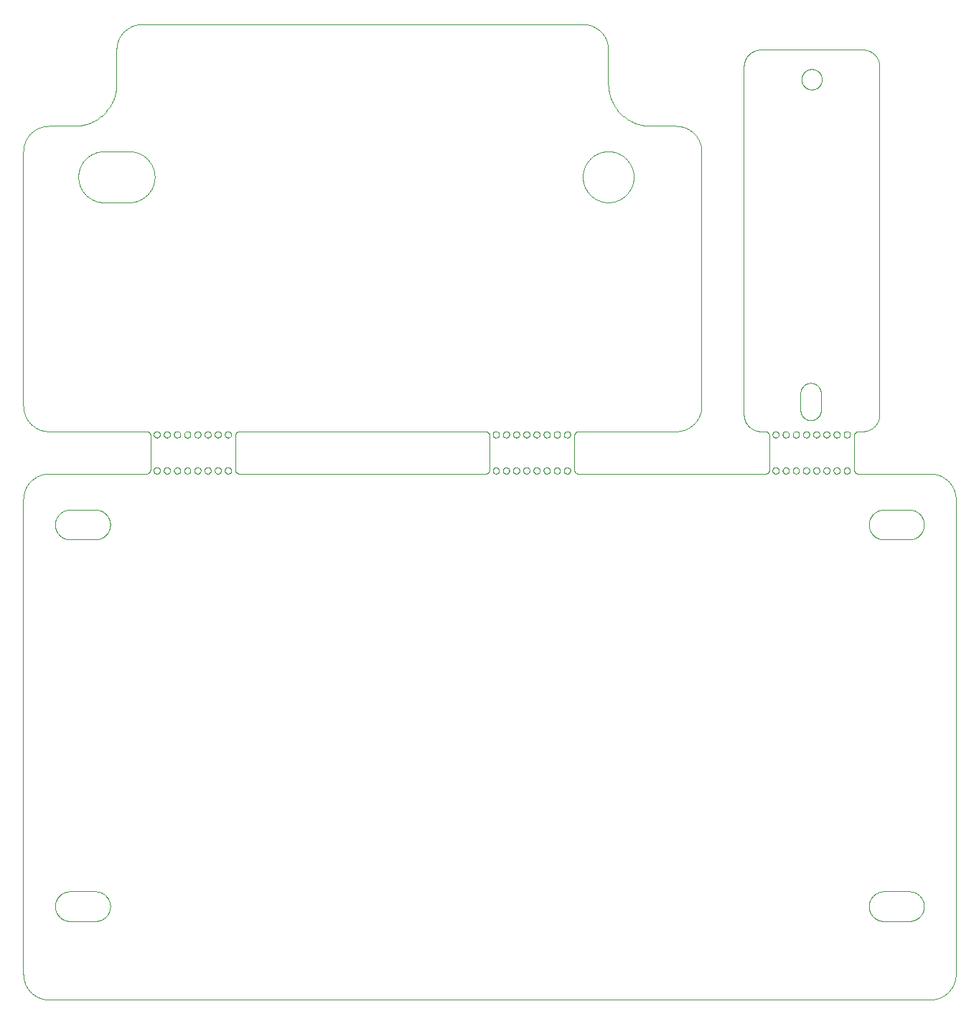
<source format=gbp>
G04 EAGLE Gerber RS-274X export*
G75*
%MOMM*%
%FSLAX34Y34*%
%LPD*%
%INSolder paste bottom*%
%IPPOS*%
%AMOC8*
5,1,8,0,0,1.08239X$1,22.5*%
G01*
%ADD10C,0.001000*%


D10*
X918000Y1085000D02*
X918004Y1085294D01*
X918014Y1085589D01*
X918033Y1085883D01*
X918058Y1086176D01*
X918090Y1086469D01*
X918130Y1086761D01*
X918177Y1087052D01*
X918231Y1087341D01*
X918292Y1087629D01*
X918360Y1087916D01*
X918435Y1088201D01*
X918517Y1088483D01*
X918606Y1088764D01*
X918701Y1089043D01*
X918804Y1089319D01*
X918913Y1089592D01*
X919029Y1089863D01*
X919152Y1090131D01*
X919281Y1090395D01*
X919417Y1090657D01*
X919559Y1090915D01*
X919707Y1091169D01*
X919862Y1091420D01*
X920022Y1091667D01*
X920189Y1091910D01*
X920362Y1092148D01*
X920540Y1092383D01*
X920724Y1092613D01*
X920913Y1092838D01*
X921109Y1093059D01*
X921309Y1093274D01*
X921515Y1093485D01*
X921726Y1093691D01*
X921941Y1093891D01*
X922162Y1094087D01*
X922387Y1094276D01*
X922617Y1094460D01*
X922852Y1094638D01*
X923090Y1094811D01*
X923333Y1094978D01*
X923580Y1095138D01*
X923831Y1095293D01*
X924085Y1095441D01*
X924343Y1095583D01*
X924605Y1095719D01*
X924869Y1095848D01*
X925137Y1095971D01*
X925408Y1096087D01*
X925681Y1096196D01*
X925957Y1096299D01*
X926236Y1096394D01*
X926517Y1096483D01*
X926799Y1096565D01*
X927084Y1096640D01*
X927371Y1096708D01*
X927659Y1096769D01*
X927948Y1096823D01*
X928239Y1096870D01*
X928531Y1096910D01*
X928824Y1096942D01*
X929117Y1096967D01*
X929411Y1096986D01*
X929706Y1096996D01*
X930000Y1097000D01*
X930294Y1096996D01*
X930589Y1096986D01*
X930883Y1096967D01*
X931176Y1096942D01*
X931469Y1096910D01*
X931761Y1096870D01*
X932052Y1096823D01*
X932341Y1096769D01*
X932629Y1096708D01*
X932916Y1096640D01*
X933201Y1096565D01*
X933483Y1096483D01*
X933764Y1096394D01*
X934043Y1096299D01*
X934319Y1096196D01*
X934592Y1096087D01*
X934863Y1095971D01*
X935131Y1095848D01*
X935395Y1095719D01*
X935657Y1095583D01*
X935915Y1095441D01*
X936169Y1095293D01*
X936420Y1095138D01*
X936667Y1094978D01*
X936910Y1094811D01*
X937148Y1094638D01*
X937383Y1094460D01*
X937613Y1094276D01*
X937838Y1094087D01*
X938059Y1093891D01*
X938274Y1093691D01*
X938485Y1093485D01*
X938691Y1093274D01*
X938891Y1093059D01*
X939087Y1092838D01*
X939276Y1092613D01*
X939460Y1092383D01*
X939638Y1092148D01*
X939811Y1091910D01*
X939978Y1091667D01*
X940138Y1091420D01*
X940293Y1091169D01*
X940441Y1090915D01*
X940583Y1090657D01*
X940719Y1090395D01*
X940848Y1090131D01*
X940971Y1089863D01*
X941087Y1089592D01*
X941196Y1089319D01*
X941299Y1089043D01*
X941394Y1088764D01*
X941483Y1088483D01*
X941565Y1088201D01*
X941640Y1087916D01*
X941708Y1087629D01*
X941769Y1087341D01*
X941823Y1087052D01*
X941870Y1086761D01*
X941910Y1086469D01*
X941942Y1086176D01*
X941967Y1085883D01*
X941986Y1085589D01*
X941996Y1085294D01*
X942000Y1085000D01*
X941996Y1084706D01*
X941986Y1084411D01*
X941967Y1084117D01*
X941942Y1083824D01*
X941910Y1083531D01*
X941870Y1083239D01*
X941823Y1082948D01*
X941769Y1082659D01*
X941708Y1082371D01*
X941640Y1082084D01*
X941565Y1081799D01*
X941483Y1081517D01*
X941394Y1081236D01*
X941299Y1080957D01*
X941196Y1080681D01*
X941087Y1080408D01*
X940971Y1080137D01*
X940848Y1079869D01*
X940719Y1079605D01*
X940583Y1079343D01*
X940441Y1079085D01*
X940293Y1078831D01*
X940138Y1078580D01*
X939978Y1078333D01*
X939811Y1078090D01*
X939638Y1077852D01*
X939460Y1077617D01*
X939276Y1077387D01*
X939087Y1077162D01*
X938891Y1076941D01*
X938691Y1076726D01*
X938485Y1076515D01*
X938274Y1076309D01*
X938059Y1076109D01*
X937838Y1075913D01*
X937613Y1075724D01*
X937383Y1075540D01*
X937148Y1075362D01*
X936910Y1075189D01*
X936667Y1075022D01*
X936420Y1074862D01*
X936169Y1074707D01*
X935915Y1074559D01*
X935657Y1074417D01*
X935395Y1074281D01*
X935131Y1074152D01*
X934863Y1074029D01*
X934592Y1073913D01*
X934319Y1073804D01*
X934043Y1073701D01*
X933764Y1073606D01*
X933483Y1073517D01*
X933201Y1073435D01*
X932916Y1073360D01*
X932629Y1073292D01*
X932341Y1073231D01*
X932052Y1073177D01*
X931761Y1073130D01*
X931469Y1073090D01*
X931176Y1073058D01*
X930883Y1073033D01*
X930589Y1073014D01*
X930294Y1073004D01*
X930000Y1073000D01*
X929706Y1073004D01*
X929411Y1073014D01*
X929117Y1073033D01*
X928824Y1073058D01*
X928531Y1073090D01*
X928239Y1073130D01*
X927948Y1073177D01*
X927659Y1073231D01*
X927371Y1073292D01*
X927084Y1073360D01*
X926799Y1073435D01*
X926517Y1073517D01*
X926236Y1073606D01*
X925957Y1073701D01*
X925681Y1073804D01*
X925408Y1073913D01*
X925137Y1074029D01*
X924869Y1074152D01*
X924605Y1074281D01*
X924343Y1074417D01*
X924085Y1074559D01*
X923831Y1074707D01*
X923580Y1074862D01*
X923333Y1075022D01*
X923090Y1075189D01*
X922852Y1075362D01*
X922617Y1075540D01*
X922387Y1075724D01*
X922162Y1075913D01*
X921941Y1076109D01*
X921726Y1076309D01*
X921515Y1076515D01*
X921309Y1076726D01*
X921109Y1076941D01*
X920913Y1077162D01*
X920724Y1077387D01*
X920540Y1077617D01*
X920362Y1077852D01*
X920189Y1078090D01*
X920022Y1078333D01*
X919862Y1078580D01*
X919707Y1078831D01*
X919559Y1079085D01*
X919417Y1079343D01*
X919281Y1079605D01*
X919152Y1079869D01*
X919029Y1080137D01*
X918913Y1080408D01*
X918804Y1080681D01*
X918701Y1080957D01*
X918606Y1081236D01*
X918517Y1081517D01*
X918435Y1081799D01*
X918360Y1082084D01*
X918292Y1082371D01*
X918231Y1082659D01*
X918177Y1082948D01*
X918130Y1083239D01*
X918090Y1083531D01*
X918058Y1083824D01*
X918033Y1084117D01*
X918014Y1084411D01*
X918004Y1084706D01*
X918000Y1085000D01*
X660000Y970000D02*
X660009Y970736D01*
X660036Y971472D01*
X660081Y972207D01*
X660144Y972941D01*
X660226Y973672D01*
X660325Y974402D01*
X660442Y975129D01*
X660576Y975853D01*
X660729Y976573D01*
X660899Y977289D01*
X661087Y978001D01*
X661292Y978709D01*
X661514Y979410D01*
X661754Y980107D01*
X662010Y980797D01*
X662284Y981481D01*
X662574Y982157D01*
X662880Y982827D01*
X663203Y983488D01*
X663542Y984142D01*
X663897Y984787D01*
X664268Y985423D01*
X664654Y986050D01*
X665056Y986667D01*
X665472Y987274D01*
X665904Y987871D01*
X666350Y988457D01*
X666810Y989032D01*
X667284Y989595D01*
X667771Y990147D01*
X668273Y990686D01*
X668787Y991213D01*
X669314Y991727D01*
X669853Y992229D01*
X670405Y992716D01*
X670968Y993190D01*
X671543Y993650D01*
X672129Y994096D01*
X672726Y994528D01*
X673333Y994944D01*
X673950Y995346D01*
X674577Y995732D01*
X675213Y996103D01*
X675858Y996458D01*
X676512Y996797D01*
X677173Y997120D01*
X677843Y997426D01*
X678519Y997716D01*
X679203Y997990D01*
X679893Y998246D01*
X680590Y998486D01*
X681291Y998708D01*
X681999Y998913D01*
X682711Y999101D01*
X683427Y999271D01*
X684147Y999424D01*
X684871Y999558D01*
X685598Y999675D01*
X686328Y999774D01*
X687059Y999856D01*
X687793Y999919D01*
X688528Y999964D01*
X689264Y999991D01*
X690000Y1000000D01*
X690736Y999991D01*
X691472Y999964D01*
X692207Y999919D01*
X692941Y999856D01*
X693672Y999774D01*
X694402Y999675D01*
X695129Y999558D01*
X695853Y999424D01*
X696573Y999271D01*
X697289Y999101D01*
X698001Y998913D01*
X698709Y998708D01*
X699410Y998486D01*
X700107Y998246D01*
X700797Y997990D01*
X701481Y997716D01*
X702157Y997426D01*
X702827Y997120D01*
X703488Y996797D01*
X704142Y996458D01*
X704787Y996103D01*
X705423Y995732D01*
X706050Y995346D01*
X706667Y994944D01*
X707274Y994528D01*
X707871Y994096D01*
X708457Y993650D01*
X709032Y993190D01*
X709595Y992716D01*
X710147Y992229D01*
X710686Y991727D01*
X711213Y991213D01*
X711727Y990686D01*
X712229Y990147D01*
X712716Y989595D01*
X713190Y989032D01*
X713650Y988457D01*
X714096Y987871D01*
X714528Y987274D01*
X714944Y986667D01*
X715346Y986050D01*
X715732Y985423D01*
X716103Y984787D01*
X716458Y984142D01*
X716797Y983488D01*
X717120Y982827D01*
X717426Y982157D01*
X717716Y981481D01*
X717990Y980797D01*
X718246Y980107D01*
X718486Y979410D01*
X718708Y978709D01*
X718913Y978001D01*
X719101Y977289D01*
X719271Y976573D01*
X719424Y975853D01*
X719558Y975129D01*
X719675Y974402D01*
X719774Y973672D01*
X719856Y972941D01*
X719919Y972207D01*
X719964Y971472D01*
X719991Y970736D01*
X720000Y970000D01*
X719991Y969264D01*
X719964Y968528D01*
X719919Y967793D01*
X719856Y967059D01*
X719774Y966328D01*
X719675Y965598D01*
X719558Y964871D01*
X719424Y964147D01*
X719271Y963427D01*
X719101Y962711D01*
X718913Y961999D01*
X718708Y961291D01*
X718486Y960590D01*
X718246Y959893D01*
X717990Y959203D01*
X717716Y958519D01*
X717426Y957843D01*
X717120Y957173D01*
X716797Y956512D01*
X716458Y955858D01*
X716103Y955213D01*
X715732Y954577D01*
X715346Y953950D01*
X714944Y953333D01*
X714528Y952726D01*
X714096Y952129D01*
X713650Y951543D01*
X713190Y950968D01*
X712716Y950405D01*
X712229Y949853D01*
X711727Y949314D01*
X711213Y948787D01*
X710686Y948273D01*
X710147Y947771D01*
X709595Y947284D01*
X709032Y946810D01*
X708457Y946350D01*
X707871Y945904D01*
X707274Y945472D01*
X706667Y945056D01*
X706050Y944654D01*
X705423Y944268D01*
X704787Y943897D01*
X704142Y943542D01*
X703488Y943203D01*
X702827Y942880D01*
X702157Y942574D01*
X701481Y942284D01*
X700797Y942010D01*
X700107Y941754D01*
X699410Y941514D01*
X698709Y941292D01*
X698001Y941087D01*
X697289Y940899D01*
X696573Y940729D01*
X695853Y940576D01*
X695129Y940442D01*
X694402Y940325D01*
X693672Y940226D01*
X692941Y940144D01*
X692207Y940081D01*
X691472Y940036D01*
X690736Y940009D01*
X690000Y940000D01*
X689264Y940009D01*
X688528Y940036D01*
X687793Y940081D01*
X687059Y940144D01*
X686328Y940226D01*
X685598Y940325D01*
X684871Y940442D01*
X684147Y940576D01*
X683427Y940729D01*
X682711Y940899D01*
X681999Y941087D01*
X681291Y941292D01*
X680590Y941514D01*
X679893Y941754D01*
X679203Y942010D01*
X678519Y942284D01*
X677843Y942574D01*
X677173Y942880D01*
X676512Y943203D01*
X675858Y943542D01*
X675213Y943897D01*
X674577Y944268D01*
X673950Y944654D01*
X673333Y945056D01*
X672726Y945472D01*
X672129Y945904D01*
X671543Y946350D01*
X670968Y946810D01*
X670405Y947284D01*
X669853Y947771D01*
X669314Y948273D01*
X668787Y948787D01*
X668273Y949314D01*
X667771Y949853D01*
X667284Y950405D01*
X666810Y950968D01*
X666350Y951543D01*
X665904Y952129D01*
X665472Y952726D01*
X665056Y953333D01*
X664654Y953950D01*
X664268Y954577D01*
X663897Y955213D01*
X663542Y955858D01*
X663203Y956512D01*
X662880Y957173D01*
X662574Y957843D01*
X662284Y958519D01*
X662010Y959203D01*
X661754Y959893D01*
X661514Y960590D01*
X661292Y961291D01*
X661087Y961999D01*
X660899Y962711D01*
X660729Y963427D01*
X660576Y964147D01*
X660442Y964871D01*
X660325Y965598D01*
X660226Y966328D01*
X660144Y967059D01*
X660081Y967793D01*
X660036Y968528D01*
X660009Y969264D01*
X660000Y970000D01*
X153750Y666250D02*
X153752Y666372D01*
X153758Y666494D01*
X153768Y666616D01*
X153782Y666737D01*
X153800Y666858D01*
X153821Y666978D01*
X153847Y667097D01*
X153876Y667216D01*
X153910Y667333D01*
X153947Y667449D01*
X153988Y667564D01*
X154033Y667678D01*
X154081Y667790D01*
X154133Y667901D01*
X154188Y668009D01*
X154247Y668116D01*
X154310Y668221D01*
X154376Y668324D01*
X154445Y668424D01*
X154517Y668523D01*
X154593Y668619D01*
X154671Y668712D01*
X154753Y668803D01*
X154838Y668891D01*
X154925Y668976D01*
X155015Y669058D01*
X155108Y669138D01*
X155203Y669214D01*
X155301Y669287D01*
X155401Y669357D01*
X155503Y669424D01*
X155607Y669487D01*
X155714Y669547D01*
X155822Y669604D01*
X155932Y669656D01*
X156044Y669706D01*
X156157Y669751D01*
X156272Y669793D01*
X156388Y669831D01*
X156505Y669866D01*
X156623Y669896D01*
X156742Y669923D01*
X156862Y669945D01*
X156983Y669964D01*
X157104Y669979D01*
X157226Y669990D01*
X157347Y669997D01*
X157469Y670000D01*
X157592Y669999D01*
X157714Y669994D01*
X157835Y669985D01*
X157957Y669972D01*
X158078Y669955D01*
X158198Y669934D01*
X158317Y669910D01*
X158436Y669881D01*
X158554Y669849D01*
X158670Y669813D01*
X158786Y669773D01*
X158900Y669729D01*
X159012Y669682D01*
X159123Y669631D01*
X159232Y669576D01*
X159340Y669518D01*
X159445Y669456D01*
X159548Y669391D01*
X159650Y669323D01*
X159748Y669251D01*
X159845Y669176D01*
X159939Y669099D01*
X160030Y669018D01*
X160119Y668934D01*
X160205Y668847D01*
X160288Y668758D01*
X160368Y668666D01*
X160445Y668571D01*
X160519Y668474D01*
X160590Y668374D01*
X160658Y668273D01*
X160722Y668169D01*
X160783Y668063D01*
X160840Y667955D01*
X160894Y667846D01*
X160944Y667734D01*
X160990Y667621D01*
X161033Y667507D01*
X161072Y667391D01*
X161107Y667275D01*
X161139Y667157D01*
X161166Y667038D01*
X161190Y666918D01*
X161210Y666797D01*
X161226Y666676D01*
X161238Y666555D01*
X161246Y666433D01*
X161250Y666311D01*
X161250Y666189D01*
X161246Y666067D01*
X161238Y665945D01*
X161226Y665824D01*
X161210Y665703D01*
X161190Y665582D01*
X161166Y665462D01*
X161139Y665343D01*
X161107Y665225D01*
X161072Y665109D01*
X161033Y664993D01*
X160990Y664879D01*
X160944Y664766D01*
X160894Y664654D01*
X160840Y664545D01*
X160783Y664437D01*
X160722Y664331D01*
X160658Y664227D01*
X160590Y664126D01*
X160519Y664026D01*
X160445Y663929D01*
X160368Y663834D01*
X160288Y663742D01*
X160205Y663653D01*
X160119Y663566D01*
X160030Y663482D01*
X159939Y663401D01*
X159845Y663324D01*
X159748Y663249D01*
X159650Y663177D01*
X159548Y663109D01*
X159445Y663044D01*
X159340Y662982D01*
X159232Y662924D01*
X159123Y662869D01*
X159012Y662818D01*
X158900Y662771D01*
X158786Y662727D01*
X158670Y662687D01*
X158554Y662651D01*
X158436Y662619D01*
X158317Y662590D01*
X158198Y662566D01*
X158078Y662545D01*
X157957Y662528D01*
X157835Y662515D01*
X157714Y662506D01*
X157592Y662501D01*
X157469Y662500D01*
X157347Y662503D01*
X157226Y662510D01*
X157104Y662521D01*
X156983Y662536D01*
X156862Y662555D01*
X156742Y662577D01*
X156623Y662604D01*
X156505Y662634D01*
X156388Y662669D01*
X156272Y662707D01*
X156157Y662749D01*
X156044Y662794D01*
X155932Y662844D01*
X155822Y662896D01*
X155714Y662953D01*
X155607Y663013D01*
X155503Y663076D01*
X155401Y663143D01*
X155301Y663213D01*
X155203Y663286D01*
X155108Y663362D01*
X155015Y663442D01*
X154925Y663524D01*
X154838Y663609D01*
X154753Y663697D01*
X154671Y663788D01*
X154593Y663881D01*
X154517Y663977D01*
X154445Y664076D01*
X154376Y664176D01*
X154310Y664279D01*
X154247Y664384D01*
X154188Y664491D01*
X154133Y664599D01*
X154081Y664710D01*
X154033Y664822D01*
X153988Y664936D01*
X153947Y665051D01*
X153910Y665167D01*
X153876Y665284D01*
X153847Y665403D01*
X153821Y665522D01*
X153800Y665642D01*
X153782Y665763D01*
X153768Y665884D01*
X153758Y666006D01*
X153752Y666128D01*
X153750Y666250D01*
X153750Y623750D02*
X153752Y623872D01*
X153758Y623994D01*
X153768Y624116D01*
X153782Y624237D01*
X153800Y624358D01*
X153821Y624478D01*
X153847Y624597D01*
X153876Y624716D01*
X153910Y624833D01*
X153947Y624949D01*
X153988Y625064D01*
X154033Y625178D01*
X154081Y625290D01*
X154133Y625401D01*
X154188Y625509D01*
X154247Y625616D01*
X154310Y625721D01*
X154376Y625824D01*
X154445Y625924D01*
X154517Y626023D01*
X154593Y626119D01*
X154671Y626212D01*
X154753Y626303D01*
X154838Y626391D01*
X154925Y626476D01*
X155015Y626558D01*
X155108Y626638D01*
X155203Y626714D01*
X155301Y626787D01*
X155401Y626857D01*
X155503Y626924D01*
X155607Y626987D01*
X155714Y627047D01*
X155822Y627104D01*
X155932Y627156D01*
X156044Y627206D01*
X156157Y627251D01*
X156272Y627293D01*
X156388Y627331D01*
X156505Y627366D01*
X156623Y627396D01*
X156742Y627423D01*
X156862Y627445D01*
X156983Y627464D01*
X157104Y627479D01*
X157226Y627490D01*
X157347Y627497D01*
X157469Y627500D01*
X157592Y627499D01*
X157714Y627494D01*
X157835Y627485D01*
X157957Y627472D01*
X158078Y627455D01*
X158198Y627434D01*
X158317Y627410D01*
X158436Y627381D01*
X158554Y627349D01*
X158670Y627313D01*
X158786Y627273D01*
X158900Y627229D01*
X159012Y627182D01*
X159123Y627131D01*
X159232Y627076D01*
X159340Y627018D01*
X159445Y626956D01*
X159548Y626891D01*
X159650Y626823D01*
X159748Y626751D01*
X159845Y626676D01*
X159939Y626599D01*
X160030Y626518D01*
X160119Y626434D01*
X160205Y626347D01*
X160288Y626258D01*
X160368Y626166D01*
X160445Y626071D01*
X160519Y625974D01*
X160590Y625874D01*
X160658Y625773D01*
X160722Y625669D01*
X160783Y625563D01*
X160840Y625455D01*
X160894Y625346D01*
X160944Y625234D01*
X160990Y625121D01*
X161033Y625007D01*
X161072Y624891D01*
X161107Y624775D01*
X161139Y624657D01*
X161166Y624538D01*
X161190Y624418D01*
X161210Y624297D01*
X161226Y624176D01*
X161238Y624055D01*
X161246Y623933D01*
X161250Y623811D01*
X161250Y623689D01*
X161246Y623567D01*
X161238Y623445D01*
X161226Y623324D01*
X161210Y623203D01*
X161190Y623082D01*
X161166Y622962D01*
X161139Y622843D01*
X161107Y622725D01*
X161072Y622609D01*
X161033Y622493D01*
X160990Y622379D01*
X160944Y622266D01*
X160894Y622154D01*
X160840Y622045D01*
X160783Y621937D01*
X160722Y621831D01*
X160658Y621727D01*
X160590Y621626D01*
X160519Y621526D01*
X160445Y621429D01*
X160368Y621334D01*
X160288Y621242D01*
X160205Y621153D01*
X160119Y621066D01*
X160030Y620982D01*
X159939Y620901D01*
X159845Y620824D01*
X159748Y620749D01*
X159650Y620677D01*
X159548Y620609D01*
X159445Y620544D01*
X159340Y620482D01*
X159232Y620424D01*
X159123Y620369D01*
X159012Y620318D01*
X158900Y620271D01*
X158786Y620227D01*
X158670Y620187D01*
X158554Y620151D01*
X158436Y620119D01*
X158317Y620090D01*
X158198Y620066D01*
X158078Y620045D01*
X157957Y620028D01*
X157835Y620015D01*
X157714Y620006D01*
X157592Y620001D01*
X157469Y620000D01*
X157347Y620003D01*
X157226Y620010D01*
X157104Y620021D01*
X156983Y620036D01*
X156862Y620055D01*
X156742Y620077D01*
X156623Y620104D01*
X156505Y620134D01*
X156388Y620169D01*
X156272Y620207D01*
X156157Y620249D01*
X156044Y620294D01*
X155932Y620344D01*
X155822Y620396D01*
X155714Y620453D01*
X155607Y620513D01*
X155503Y620576D01*
X155401Y620643D01*
X155301Y620713D01*
X155203Y620786D01*
X155108Y620862D01*
X155015Y620942D01*
X154925Y621024D01*
X154838Y621109D01*
X154753Y621197D01*
X154671Y621288D01*
X154593Y621381D01*
X154517Y621477D01*
X154445Y621576D01*
X154376Y621676D01*
X154310Y621779D01*
X154247Y621884D01*
X154188Y621991D01*
X154133Y622099D01*
X154081Y622210D01*
X154033Y622322D01*
X153988Y622436D01*
X153947Y622551D01*
X153910Y622667D01*
X153876Y622784D01*
X153847Y622903D01*
X153821Y623022D01*
X153800Y623142D01*
X153782Y623263D01*
X153768Y623384D01*
X153758Y623506D01*
X153752Y623628D01*
X153750Y623750D01*
X165750Y623750D02*
X165752Y623872D01*
X165758Y623994D01*
X165768Y624116D01*
X165782Y624237D01*
X165800Y624358D01*
X165821Y624478D01*
X165847Y624597D01*
X165876Y624716D01*
X165910Y624833D01*
X165947Y624949D01*
X165988Y625064D01*
X166033Y625178D01*
X166081Y625290D01*
X166133Y625401D01*
X166188Y625509D01*
X166247Y625616D01*
X166310Y625721D01*
X166376Y625824D01*
X166445Y625924D01*
X166517Y626023D01*
X166593Y626119D01*
X166671Y626212D01*
X166753Y626303D01*
X166838Y626391D01*
X166925Y626476D01*
X167015Y626558D01*
X167108Y626638D01*
X167203Y626714D01*
X167301Y626787D01*
X167401Y626857D01*
X167503Y626924D01*
X167607Y626987D01*
X167714Y627047D01*
X167822Y627104D01*
X167932Y627156D01*
X168044Y627206D01*
X168157Y627251D01*
X168272Y627293D01*
X168388Y627331D01*
X168505Y627366D01*
X168623Y627396D01*
X168742Y627423D01*
X168862Y627445D01*
X168983Y627464D01*
X169104Y627479D01*
X169226Y627490D01*
X169347Y627497D01*
X169469Y627500D01*
X169592Y627499D01*
X169714Y627494D01*
X169835Y627485D01*
X169957Y627472D01*
X170078Y627455D01*
X170198Y627434D01*
X170317Y627410D01*
X170436Y627381D01*
X170554Y627349D01*
X170670Y627313D01*
X170786Y627273D01*
X170900Y627229D01*
X171012Y627182D01*
X171123Y627131D01*
X171232Y627076D01*
X171340Y627018D01*
X171445Y626956D01*
X171548Y626891D01*
X171650Y626823D01*
X171748Y626751D01*
X171845Y626676D01*
X171939Y626599D01*
X172030Y626518D01*
X172119Y626434D01*
X172205Y626347D01*
X172288Y626258D01*
X172368Y626166D01*
X172445Y626071D01*
X172519Y625974D01*
X172590Y625874D01*
X172658Y625773D01*
X172722Y625669D01*
X172783Y625563D01*
X172840Y625455D01*
X172894Y625346D01*
X172944Y625234D01*
X172990Y625121D01*
X173033Y625007D01*
X173072Y624891D01*
X173107Y624775D01*
X173139Y624657D01*
X173166Y624538D01*
X173190Y624418D01*
X173210Y624297D01*
X173226Y624176D01*
X173238Y624055D01*
X173246Y623933D01*
X173250Y623811D01*
X173250Y623689D01*
X173246Y623567D01*
X173238Y623445D01*
X173226Y623324D01*
X173210Y623203D01*
X173190Y623082D01*
X173166Y622962D01*
X173139Y622843D01*
X173107Y622725D01*
X173072Y622609D01*
X173033Y622493D01*
X172990Y622379D01*
X172944Y622266D01*
X172894Y622154D01*
X172840Y622045D01*
X172783Y621937D01*
X172722Y621831D01*
X172658Y621727D01*
X172590Y621626D01*
X172519Y621526D01*
X172445Y621429D01*
X172368Y621334D01*
X172288Y621242D01*
X172205Y621153D01*
X172119Y621066D01*
X172030Y620982D01*
X171939Y620901D01*
X171845Y620824D01*
X171748Y620749D01*
X171650Y620677D01*
X171548Y620609D01*
X171445Y620544D01*
X171340Y620482D01*
X171232Y620424D01*
X171123Y620369D01*
X171012Y620318D01*
X170900Y620271D01*
X170786Y620227D01*
X170670Y620187D01*
X170554Y620151D01*
X170436Y620119D01*
X170317Y620090D01*
X170198Y620066D01*
X170078Y620045D01*
X169957Y620028D01*
X169835Y620015D01*
X169714Y620006D01*
X169592Y620001D01*
X169469Y620000D01*
X169347Y620003D01*
X169226Y620010D01*
X169104Y620021D01*
X168983Y620036D01*
X168862Y620055D01*
X168742Y620077D01*
X168623Y620104D01*
X168505Y620134D01*
X168388Y620169D01*
X168272Y620207D01*
X168157Y620249D01*
X168044Y620294D01*
X167932Y620344D01*
X167822Y620396D01*
X167714Y620453D01*
X167607Y620513D01*
X167503Y620576D01*
X167401Y620643D01*
X167301Y620713D01*
X167203Y620786D01*
X167108Y620862D01*
X167015Y620942D01*
X166925Y621024D01*
X166838Y621109D01*
X166753Y621197D01*
X166671Y621288D01*
X166593Y621381D01*
X166517Y621477D01*
X166445Y621576D01*
X166376Y621676D01*
X166310Y621779D01*
X166247Y621884D01*
X166188Y621991D01*
X166133Y622099D01*
X166081Y622210D01*
X166033Y622322D01*
X165988Y622436D01*
X165947Y622551D01*
X165910Y622667D01*
X165876Y622784D01*
X165847Y622903D01*
X165821Y623022D01*
X165800Y623142D01*
X165782Y623263D01*
X165768Y623384D01*
X165758Y623506D01*
X165752Y623628D01*
X165750Y623750D01*
X177750Y623750D02*
X177752Y623872D01*
X177758Y623994D01*
X177768Y624116D01*
X177782Y624237D01*
X177800Y624358D01*
X177821Y624478D01*
X177847Y624597D01*
X177876Y624716D01*
X177910Y624833D01*
X177947Y624949D01*
X177988Y625064D01*
X178033Y625178D01*
X178081Y625290D01*
X178133Y625401D01*
X178188Y625509D01*
X178247Y625616D01*
X178310Y625721D01*
X178376Y625824D01*
X178445Y625924D01*
X178517Y626023D01*
X178593Y626119D01*
X178671Y626212D01*
X178753Y626303D01*
X178838Y626391D01*
X178925Y626476D01*
X179015Y626558D01*
X179108Y626638D01*
X179203Y626714D01*
X179301Y626787D01*
X179401Y626857D01*
X179503Y626924D01*
X179607Y626987D01*
X179714Y627047D01*
X179822Y627104D01*
X179932Y627156D01*
X180044Y627206D01*
X180157Y627251D01*
X180272Y627293D01*
X180388Y627331D01*
X180505Y627366D01*
X180623Y627396D01*
X180742Y627423D01*
X180862Y627445D01*
X180983Y627464D01*
X181104Y627479D01*
X181226Y627490D01*
X181347Y627497D01*
X181469Y627500D01*
X181592Y627499D01*
X181714Y627494D01*
X181835Y627485D01*
X181957Y627472D01*
X182078Y627455D01*
X182198Y627434D01*
X182317Y627410D01*
X182436Y627381D01*
X182554Y627349D01*
X182670Y627313D01*
X182786Y627273D01*
X182900Y627229D01*
X183012Y627182D01*
X183123Y627131D01*
X183232Y627076D01*
X183340Y627018D01*
X183445Y626956D01*
X183548Y626891D01*
X183650Y626823D01*
X183748Y626751D01*
X183845Y626676D01*
X183939Y626599D01*
X184030Y626518D01*
X184119Y626434D01*
X184205Y626347D01*
X184288Y626258D01*
X184368Y626166D01*
X184445Y626071D01*
X184519Y625974D01*
X184590Y625874D01*
X184658Y625773D01*
X184722Y625669D01*
X184783Y625563D01*
X184840Y625455D01*
X184894Y625346D01*
X184944Y625234D01*
X184990Y625121D01*
X185033Y625007D01*
X185072Y624891D01*
X185107Y624775D01*
X185139Y624657D01*
X185166Y624538D01*
X185190Y624418D01*
X185210Y624297D01*
X185226Y624176D01*
X185238Y624055D01*
X185246Y623933D01*
X185250Y623811D01*
X185250Y623689D01*
X185246Y623567D01*
X185238Y623445D01*
X185226Y623324D01*
X185210Y623203D01*
X185190Y623082D01*
X185166Y622962D01*
X185139Y622843D01*
X185107Y622725D01*
X185072Y622609D01*
X185033Y622493D01*
X184990Y622379D01*
X184944Y622266D01*
X184894Y622154D01*
X184840Y622045D01*
X184783Y621937D01*
X184722Y621831D01*
X184658Y621727D01*
X184590Y621626D01*
X184519Y621526D01*
X184445Y621429D01*
X184368Y621334D01*
X184288Y621242D01*
X184205Y621153D01*
X184119Y621066D01*
X184030Y620982D01*
X183939Y620901D01*
X183845Y620824D01*
X183748Y620749D01*
X183650Y620677D01*
X183548Y620609D01*
X183445Y620544D01*
X183340Y620482D01*
X183232Y620424D01*
X183123Y620369D01*
X183012Y620318D01*
X182900Y620271D01*
X182786Y620227D01*
X182670Y620187D01*
X182554Y620151D01*
X182436Y620119D01*
X182317Y620090D01*
X182198Y620066D01*
X182078Y620045D01*
X181957Y620028D01*
X181835Y620015D01*
X181714Y620006D01*
X181592Y620001D01*
X181469Y620000D01*
X181347Y620003D01*
X181226Y620010D01*
X181104Y620021D01*
X180983Y620036D01*
X180862Y620055D01*
X180742Y620077D01*
X180623Y620104D01*
X180505Y620134D01*
X180388Y620169D01*
X180272Y620207D01*
X180157Y620249D01*
X180044Y620294D01*
X179932Y620344D01*
X179822Y620396D01*
X179714Y620453D01*
X179607Y620513D01*
X179503Y620576D01*
X179401Y620643D01*
X179301Y620713D01*
X179203Y620786D01*
X179108Y620862D01*
X179015Y620942D01*
X178925Y621024D01*
X178838Y621109D01*
X178753Y621197D01*
X178671Y621288D01*
X178593Y621381D01*
X178517Y621477D01*
X178445Y621576D01*
X178376Y621676D01*
X178310Y621779D01*
X178247Y621884D01*
X178188Y621991D01*
X178133Y622099D01*
X178081Y622210D01*
X178033Y622322D01*
X177988Y622436D01*
X177947Y622551D01*
X177910Y622667D01*
X177876Y622784D01*
X177847Y622903D01*
X177821Y623022D01*
X177800Y623142D01*
X177782Y623263D01*
X177768Y623384D01*
X177758Y623506D01*
X177752Y623628D01*
X177750Y623750D01*
X189750Y623750D02*
X189752Y623872D01*
X189758Y623994D01*
X189768Y624116D01*
X189782Y624237D01*
X189800Y624358D01*
X189821Y624478D01*
X189847Y624597D01*
X189876Y624716D01*
X189910Y624833D01*
X189947Y624949D01*
X189988Y625064D01*
X190033Y625178D01*
X190081Y625290D01*
X190133Y625401D01*
X190188Y625509D01*
X190247Y625616D01*
X190310Y625721D01*
X190376Y625824D01*
X190445Y625924D01*
X190517Y626023D01*
X190593Y626119D01*
X190671Y626212D01*
X190753Y626303D01*
X190838Y626391D01*
X190925Y626476D01*
X191015Y626558D01*
X191108Y626638D01*
X191203Y626714D01*
X191301Y626787D01*
X191401Y626857D01*
X191503Y626924D01*
X191607Y626987D01*
X191714Y627047D01*
X191822Y627104D01*
X191932Y627156D01*
X192044Y627206D01*
X192157Y627251D01*
X192272Y627293D01*
X192388Y627331D01*
X192505Y627366D01*
X192623Y627396D01*
X192742Y627423D01*
X192862Y627445D01*
X192983Y627464D01*
X193104Y627479D01*
X193226Y627490D01*
X193347Y627497D01*
X193469Y627500D01*
X193592Y627499D01*
X193714Y627494D01*
X193835Y627485D01*
X193957Y627472D01*
X194078Y627455D01*
X194198Y627434D01*
X194317Y627410D01*
X194436Y627381D01*
X194554Y627349D01*
X194670Y627313D01*
X194786Y627273D01*
X194900Y627229D01*
X195012Y627182D01*
X195123Y627131D01*
X195232Y627076D01*
X195340Y627018D01*
X195445Y626956D01*
X195548Y626891D01*
X195650Y626823D01*
X195748Y626751D01*
X195845Y626676D01*
X195939Y626599D01*
X196030Y626518D01*
X196119Y626434D01*
X196205Y626347D01*
X196288Y626258D01*
X196368Y626166D01*
X196445Y626071D01*
X196519Y625974D01*
X196590Y625874D01*
X196658Y625773D01*
X196722Y625669D01*
X196783Y625563D01*
X196840Y625455D01*
X196894Y625346D01*
X196944Y625234D01*
X196990Y625121D01*
X197033Y625007D01*
X197072Y624891D01*
X197107Y624775D01*
X197139Y624657D01*
X197166Y624538D01*
X197190Y624418D01*
X197210Y624297D01*
X197226Y624176D01*
X197238Y624055D01*
X197246Y623933D01*
X197250Y623811D01*
X197250Y623689D01*
X197246Y623567D01*
X197238Y623445D01*
X197226Y623324D01*
X197210Y623203D01*
X197190Y623082D01*
X197166Y622962D01*
X197139Y622843D01*
X197107Y622725D01*
X197072Y622609D01*
X197033Y622493D01*
X196990Y622379D01*
X196944Y622266D01*
X196894Y622154D01*
X196840Y622045D01*
X196783Y621937D01*
X196722Y621831D01*
X196658Y621727D01*
X196590Y621626D01*
X196519Y621526D01*
X196445Y621429D01*
X196368Y621334D01*
X196288Y621242D01*
X196205Y621153D01*
X196119Y621066D01*
X196030Y620982D01*
X195939Y620901D01*
X195845Y620824D01*
X195748Y620749D01*
X195650Y620677D01*
X195548Y620609D01*
X195445Y620544D01*
X195340Y620482D01*
X195232Y620424D01*
X195123Y620369D01*
X195012Y620318D01*
X194900Y620271D01*
X194786Y620227D01*
X194670Y620187D01*
X194554Y620151D01*
X194436Y620119D01*
X194317Y620090D01*
X194198Y620066D01*
X194078Y620045D01*
X193957Y620028D01*
X193835Y620015D01*
X193714Y620006D01*
X193592Y620001D01*
X193469Y620000D01*
X193347Y620003D01*
X193226Y620010D01*
X193104Y620021D01*
X192983Y620036D01*
X192862Y620055D01*
X192742Y620077D01*
X192623Y620104D01*
X192505Y620134D01*
X192388Y620169D01*
X192272Y620207D01*
X192157Y620249D01*
X192044Y620294D01*
X191932Y620344D01*
X191822Y620396D01*
X191714Y620453D01*
X191607Y620513D01*
X191503Y620576D01*
X191401Y620643D01*
X191301Y620713D01*
X191203Y620786D01*
X191108Y620862D01*
X191015Y620942D01*
X190925Y621024D01*
X190838Y621109D01*
X190753Y621197D01*
X190671Y621288D01*
X190593Y621381D01*
X190517Y621477D01*
X190445Y621576D01*
X190376Y621676D01*
X190310Y621779D01*
X190247Y621884D01*
X190188Y621991D01*
X190133Y622099D01*
X190081Y622210D01*
X190033Y622322D01*
X189988Y622436D01*
X189947Y622551D01*
X189910Y622667D01*
X189876Y622784D01*
X189847Y622903D01*
X189821Y623022D01*
X189800Y623142D01*
X189782Y623263D01*
X189768Y623384D01*
X189758Y623506D01*
X189752Y623628D01*
X189750Y623750D01*
X201750Y623750D02*
X201752Y623872D01*
X201758Y623994D01*
X201768Y624116D01*
X201782Y624237D01*
X201800Y624358D01*
X201821Y624478D01*
X201847Y624597D01*
X201876Y624716D01*
X201910Y624833D01*
X201947Y624949D01*
X201988Y625064D01*
X202033Y625178D01*
X202081Y625290D01*
X202133Y625401D01*
X202188Y625509D01*
X202247Y625616D01*
X202310Y625721D01*
X202376Y625824D01*
X202445Y625924D01*
X202517Y626023D01*
X202593Y626119D01*
X202671Y626212D01*
X202753Y626303D01*
X202838Y626391D01*
X202925Y626476D01*
X203015Y626558D01*
X203108Y626638D01*
X203203Y626714D01*
X203301Y626787D01*
X203401Y626857D01*
X203503Y626924D01*
X203607Y626987D01*
X203714Y627047D01*
X203822Y627104D01*
X203932Y627156D01*
X204044Y627206D01*
X204157Y627251D01*
X204272Y627293D01*
X204388Y627331D01*
X204505Y627366D01*
X204623Y627396D01*
X204742Y627423D01*
X204862Y627445D01*
X204983Y627464D01*
X205104Y627479D01*
X205226Y627490D01*
X205347Y627497D01*
X205469Y627500D01*
X205592Y627499D01*
X205714Y627494D01*
X205835Y627485D01*
X205957Y627472D01*
X206078Y627455D01*
X206198Y627434D01*
X206317Y627410D01*
X206436Y627381D01*
X206554Y627349D01*
X206670Y627313D01*
X206786Y627273D01*
X206900Y627229D01*
X207012Y627182D01*
X207123Y627131D01*
X207232Y627076D01*
X207340Y627018D01*
X207445Y626956D01*
X207548Y626891D01*
X207650Y626823D01*
X207748Y626751D01*
X207845Y626676D01*
X207939Y626599D01*
X208030Y626518D01*
X208119Y626434D01*
X208205Y626347D01*
X208288Y626258D01*
X208368Y626166D01*
X208445Y626071D01*
X208519Y625974D01*
X208590Y625874D01*
X208658Y625773D01*
X208722Y625669D01*
X208783Y625563D01*
X208840Y625455D01*
X208894Y625346D01*
X208944Y625234D01*
X208990Y625121D01*
X209033Y625007D01*
X209072Y624891D01*
X209107Y624775D01*
X209139Y624657D01*
X209166Y624538D01*
X209190Y624418D01*
X209210Y624297D01*
X209226Y624176D01*
X209238Y624055D01*
X209246Y623933D01*
X209250Y623811D01*
X209250Y623689D01*
X209246Y623567D01*
X209238Y623445D01*
X209226Y623324D01*
X209210Y623203D01*
X209190Y623082D01*
X209166Y622962D01*
X209139Y622843D01*
X209107Y622725D01*
X209072Y622609D01*
X209033Y622493D01*
X208990Y622379D01*
X208944Y622266D01*
X208894Y622154D01*
X208840Y622045D01*
X208783Y621937D01*
X208722Y621831D01*
X208658Y621727D01*
X208590Y621626D01*
X208519Y621526D01*
X208445Y621429D01*
X208368Y621334D01*
X208288Y621242D01*
X208205Y621153D01*
X208119Y621066D01*
X208030Y620982D01*
X207939Y620901D01*
X207845Y620824D01*
X207748Y620749D01*
X207650Y620677D01*
X207548Y620609D01*
X207445Y620544D01*
X207340Y620482D01*
X207232Y620424D01*
X207123Y620369D01*
X207012Y620318D01*
X206900Y620271D01*
X206786Y620227D01*
X206670Y620187D01*
X206554Y620151D01*
X206436Y620119D01*
X206317Y620090D01*
X206198Y620066D01*
X206078Y620045D01*
X205957Y620028D01*
X205835Y620015D01*
X205714Y620006D01*
X205592Y620001D01*
X205469Y620000D01*
X205347Y620003D01*
X205226Y620010D01*
X205104Y620021D01*
X204983Y620036D01*
X204862Y620055D01*
X204742Y620077D01*
X204623Y620104D01*
X204505Y620134D01*
X204388Y620169D01*
X204272Y620207D01*
X204157Y620249D01*
X204044Y620294D01*
X203932Y620344D01*
X203822Y620396D01*
X203714Y620453D01*
X203607Y620513D01*
X203503Y620576D01*
X203401Y620643D01*
X203301Y620713D01*
X203203Y620786D01*
X203108Y620862D01*
X203015Y620942D01*
X202925Y621024D01*
X202838Y621109D01*
X202753Y621197D01*
X202671Y621288D01*
X202593Y621381D01*
X202517Y621477D01*
X202445Y621576D01*
X202376Y621676D01*
X202310Y621779D01*
X202247Y621884D01*
X202188Y621991D01*
X202133Y622099D01*
X202081Y622210D01*
X202033Y622322D01*
X201988Y622436D01*
X201947Y622551D01*
X201910Y622667D01*
X201876Y622784D01*
X201847Y622903D01*
X201821Y623022D01*
X201800Y623142D01*
X201782Y623263D01*
X201768Y623384D01*
X201758Y623506D01*
X201752Y623628D01*
X201750Y623750D01*
X213750Y623750D02*
X213752Y623872D01*
X213758Y623994D01*
X213768Y624116D01*
X213782Y624237D01*
X213800Y624358D01*
X213821Y624478D01*
X213847Y624597D01*
X213876Y624716D01*
X213910Y624833D01*
X213947Y624949D01*
X213988Y625064D01*
X214033Y625178D01*
X214081Y625290D01*
X214133Y625401D01*
X214188Y625509D01*
X214247Y625616D01*
X214310Y625721D01*
X214376Y625824D01*
X214445Y625924D01*
X214517Y626023D01*
X214593Y626119D01*
X214671Y626212D01*
X214753Y626303D01*
X214838Y626391D01*
X214925Y626476D01*
X215015Y626558D01*
X215108Y626638D01*
X215203Y626714D01*
X215301Y626787D01*
X215401Y626857D01*
X215503Y626924D01*
X215607Y626987D01*
X215714Y627047D01*
X215822Y627104D01*
X215932Y627156D01*
X216044Y627206D01*
X216157Y627251D01*
X216272Y627293D01*
X216388Y627331D01*
X216505Y627366D01*
X216623Y627396D01*
X216742Y627423D01*
X216862Y627445D01*
X216983Y627464D01*
X217104Y627479D01*
X217226Y627490D01*
X217347Y627497D01*
X217469Y627500D01*
X217592Y627499D01*
X217714Y627494D01*
X217835Y627485D01*
X217957Y627472D01*
X218078Y627455D01*
X218198Y627434D01*
X218317Y627410D01*
X218436Y627381D01*
X218554Y627349D01*
X218670Y627313D01*
X218786Y627273D01*
X218900Y627229D01*
X219012Y627182D01*
X219123Y627131D01*
X219232Y627076D01*
X219340Y627018D01*
X219445Y626956D01*
X219548Y626891D01*
X219650Y626823D01*
X219748Y626751D01*
X219845Y626676D01*
X219939Y626599D01*
X220030Y626518D01*
X220119Y626434D01*
X220205Y626347D01*
X220288Y626258D01*
X220368Y626166D01*
X220445Y626071D01*
X220519Y625974D01*
X220590Y625874D01*
X220658Y625773D01*
X220722Y625669D01*
X220783Y625563D01*
X220840Y625455D01*
X220894Y625346D01*
X220944Y625234D01*
X220990Y625121D01*
X221033Y625007D01*
X221072Y624891D01*
X221107Y624775D01*
X221139Y624657D01*
X221166Y624538D01*
X221190Y624418D01*
X221210Y624297D01*
X221226Y624176D01*
X221238Y624055D01*
X221246Y623933D01*
X221250Y623811D01*
X221250Y623689D01*
X221246Y623567D01*
X221238Y623445D01*
X221226Y623324D01*
X221210Y623203D01*
X221190Y623082D01*
X221166Y622962D01*
X221139Y622843D01*
X221107Y622725D01*
X221072Y622609D01*
X221033Y622493D01*
X220990Y622379D01*
X220944Y622266D01*
X220894Y622154D01*
X220840Y622045D01*
X220783Y621937D01*
X220722Y621831D01*
X220658Y621727D01*
X220590Y621626D01*
X220519Y621526D01*
X220445Y621429D01*
X220368Y621334D01*
X220288Y621242D01*
X220205Y621153D01*
X220119Y621066D01*
X220030Y620982D01*
X219939Y620901D01*
X219845Y620824D01*
X219748Y620749D01*
X219650Y620677D01*
X219548Y620609D01*
X219445Y620544D01*
X219340Y620482D01*
X219232Y620424D01*
X219123Y620369D01*
X219012Y620318D01*
X218900Y620271D01*
X218786Y620227D01*
X218670Y620187D01*
X218554Y620151D01*
X218436Y620119D01*
X218317Y620090D01*
X218198Y620066D01*
X218078Y620045D01*
X217957Y620028D01*
X217835Y620015D01*
X217714Y620006D01*
X217592Y620001D01*
X217469Y620000D01*
X217347Y620003D01*
X217226Y620010D01*
X217104Y620021D01*
X216983Y620036D01*
X216862Y620055D01*
X216742Y620077D01*
X216623Y620104D01*
X216505Y620134D01*
X216388Y620169D01*
X216272Y620207D01*
X216157Y620249D01*
X216044Y620294D01*
X215932Y620344D01*
X215822Y620396D01*
X215714Y620453D01*
X215607Y620513D01*
X215503Y620576D01*
X215401Y620643D01*
X215301Y620713D01*
X215203Y620786D01*
X215108Y620862D01*
X215015Y620942D01*
X214925Y621024D01*
X214838Y621109D01*
X214753Y621197D01*
X214671Y621288D01*
X214593Y621381D01*
X214517Y621477D01*
X214445Y621576D01*
X214376Y621676D01*
X214310Y621779D01*
X214247Y621884D01*
X214188Y621991D01*
X214133Y622099D01*
X214081Y622210D01*
X214033Y622322D01*
X213988Y622436D01*
X213947Y622551D01*
X213910Y622667D01*
X213876Y622784D01*
X213847Y622903D01*
X213821Y623022D01*
X213800Y623142D01*
X213782Y623263D01*
X213768Y623384D01*
X213758Y623506D01*
X213752Y623628D01*
X213750Y623750D01*
X225750Y623750D02*
X225752Y623872D01*
X225758Y623994D01*
X225768Y624116D01*
X225782Y624237D01*
X225800Y624358D01*
X225821Y624478D01*
X225847Y624597D01*
X225876Y624716D01*
X225910Y624833D01*
X225947Y624949D01*
X225988Y625064D01*
X226033Y625178D01*
X226081Y625290D01*
X226133Y625401D01*
X226188Y625509D01*
X226247Y625616D01*
X226310Y625721D01*
X226376Y625824D01*
X226445Y625924D01*
X226517Y626023D01*
X226593Y626119D01*
X226671Y626212D01*
X226753Y626303D01*
X226838Y626391D01*
X226925Y626476D01*
X227015Y626558D01*
X227108Y626638D01*
X227203Y626714D01*
X227301Y626787D01*
X227401Y626857D01*
X227503Y626924D01*
X227607Y626987D01*
X227714Y627047D01*
X227822Y627104D01*
X227932Y627156D01*
X228044Y627206D01*
X228157Y627251D01*
X228272Y627293D01*
X228388Y627331D01*
X228505Y627366D01*
X228623Y627396D01*
X228742Y627423D01*
X228862Y627445D01*
X228983Y627464D01*
X229104Y627479D01*
X229226Y627490D01*
X229347Y627497D01*
X229469Y627500D01*
X229592Y627499D01*
X229714Y627494D01*
X229835Y627485D01*
X229957Y627472D01*
X230078Y627455D01*
X230198Y627434D01*
X230317Y627410D01*
X230436Y627381D01*
X230554Y627349D01*
X230670Y627313D01*
X230786Y627273D01*
X230900Y627229D01*
X231012Y627182D01*
X231123Y627131D01*
X231232Y627076D01*
X231340Y627018D01*
X231445Y626956D01*
X231548Y626891D01*
X231650Y626823D01*
X231748Y626751D01*
X231845Y626676D01*
X231939Y626599D01*
X232030Y626518D01*
X232119Y626434D01*
X232205Y626347D01*
X232288Y626258D01*
X232368Y626166D01*
X232445Y626071D01*
X232519Y625974D01*
X232590Y625874D01*
X232658Y625773D01*
X232722Y625669D01*
X232783Y625563D01*
X232840Y625455D01*
X232894Y625346D01*
X232944Y625234D01*
X232990Y625121D01*
X233033Y625007D01*
X233072Y624891D01*
X233107Y624775D01*
X233139Y624657D01*
X233166Y624538D01*
X233190Y624418D01*
X233210Y624297D01*
X233226Y624176D01*
X233238Y624055D01*
X233246Y623933D01*
X233250Y623811D01*
X233250Y623689D01*
X233246Y623567D01*
X233238Y623445D01*
X233226Y623324D01*
X233210Y623203D01*
X233190Y623082D01*
X233166Y622962D01*
X233139Y622843D01*
X233107Y622725D01*
X233072Y622609D01*
X233033Y622493D01*
X232990Y622379D01*
X232944Y622266D01*
X232894Y622154D01*
X232840Y622045D01*
X232783Y621937D01*
X232722Y621831D01*
X232658Y621727D01*
X232590Y621626D01*
X232519Y621526D01*
X232445Y621429D01*
X232368Y621334D01*
X232288Y621242D01*
X232205Y621153D01*
X232119Y621066D01*
X232030Y620982D01*
X231939Y620901D01*
X231845Y620824D01*
X231748Y620749D01*
X231650Y620677D01*
X231548Y620609D01*
X231445Y620544D01*
X231340Y620482D01*
X231232Y620424D01*
X231123Y620369D01*
X231012Y620318D01*
X230900Y620271D01*
X230786Y620227D01*
X230670Y620187D01*
X230554Y620151D01*
X230436Y620119D01*
X230317Y620090D01*
X230198Y620066D01*
X230078Y620045D01*
X229957Y620028D01*
X229835Y620015D01*
X229714Y620006D01*
X229592Y620001D01*
X229469Y620000D01*
X229347Y620003D01*
X229226Y620010D01*
X229104Y620021D01*
X228983Y620036D01*
X228862Y620055D01*
X228742Y620077D01*
X228623Y620104D01*
X228505Y620134D01*
X228388Y620169D01*
X228272Y620207D01*
X228157Y620249D01*
X228044Y620294D01*
X227932Y620344D01*
X227822Y620396D01*
X227714Y620453D01*
X227607Y620513D01*
X227503Y620576D01*
X227401Y620643D01*
X227301Y620713D01*
X227203Y620786D01*
X227108Y620862D01*
X227015Y620942D01*
X226925Y621024D01*
X226838Y621109D01*
X226753Y621197D01*
X226671Y621288D01*
X226593Y621381D01*
X226517Y621477D01*
X226445Y621576D01*
X226376Y621676D01*
X226310Y621779D01*
X226247Y621884D01*
X226188Y621991D01*
X226133Y622099D01*
X226081Y622210D01*
X226033Y622322D01*
X225988Y622436D01*
X225947Y622551D01*
X225910Y622667D01*
X225876Y622784D01*
X225847Y622903D01*
X225821Y623022D01*
X225800Y623142D01*
X225782Y623263D01*
X225768Y623384D01*
X225758Y623506D01*
X225752Y623628D01*
X225750Y623750D01*
X565750Y623750D02*
X565752Y623872D01*
X565758Y623994D01*
X565768Y624116D01*
X565782Y624237D01*
X565800Y624358D01*
X565821Y624478D01*
X565847Y624597D01*
X565876Y624716D01*
X565910Y624833D01*
X565947Y624949D01*
X565988Y625064D01*
X566033Y625178D01*
X566081Y625290D01*
X566133Y625401D01*
X566188Y625509D01*
X566247Y625616D01*
X566310Y625721D01*
X566376Y625824D01*
X566445Y625924D01*
X566517Y626023D01*
X566593Y626119D01*
X566671Y626212D01*
X566753Y626303D01*
X566838Y626391D01*
X566925Y626476D01*
X567015Y626558D01*
X567108Y626638D01*
X567203Y626714D01*
X567301Y626787D01*
X567401Y626857D01*
X567503Y626924D01*
X567607Y626987D01*
X567714Y627047D01*
X567822Y627104D01*
X567932Y627156D01*
X568044Y627206D01*
X568157Y627251D01*
X568272Y627293D01*
X568388Y627331D01*
X568505Y627366D01*
X568623Y627396D01*
X568742Y627423D01*
X568862Y627445D01*
X568983Y627464D01*
X569104Y627479D01*
X569226Y627490D01*
X569347Y627497D01*
X569469Y627500D01*
X569592Y627499D01*
X569714Y627494D01*
X569835Y627485D01*
X569957Y627472D01*
X570078Y627455D01*
X570198Y627434D01*
X570317Y627410D01*
X570436Y627381D01*
X570554Y627349D01*
X570670Y627313D01*
X570786Y627273D01*
X570900Y627229D01*
X571012Y627182D01*
X571123Y627131D01*
X571232Y627076D01*
X571340Y627018D01*
X571445Y626956D01*
X571548Y626891D01*
X571650Y626823D01*
X571748Y626751D01*
X571845Y626676D01*
X571939Y626599D01*
X572030Y626518D01*
X572119Y626434D01*
X572205Y626347D01*
X572288Y626258D01*
X572368Y626166D01*
X572445Y626071D01*
X572519Y625974D01*
X572590Y625874D01*
X572658Y625773D01*
X572722Y625669D01*
X572783Y625563D01*
X572840Y625455D01*
X572894Y625346D01*
X572944Y625234D01*
X572990Y625121D01*
X573033Y625007D01*
X573072Y624891D01*
X573107Y624775D01*
X573139Y624657D01*
X573166Y624538D01*
X573190Y624418D01*
X573210Y624297D01*
X573226Y624176D01*
X573238Y624055D01*
X573246Y623933D01*
X573250Y623811D01*
X573250Y623689D01*
X573246Y623567D01*
X573238Y623445D01*
X573226Y623324D01*
X573210Y623203D01*
X573190Y623082D01*
X573166Y622962D01*
X573139Y622843D01*
X573107Y622725D01*
X573072Y622609D01*
X573033Y622493D01*
X572990Y622379D01*
X572944Y622266D01*
X572894Y622154D01*
X572840Y622045D01*
X572783Y621937D01*
X572722Y621831D01*
X572658Y621727D01*
X572590Y621626D01*
X572519Y621526D01*
X572445Y621429D01*
X572368Y621334D01*
X572288Y621242D01*
X572205Y621153D01*
X572119Y621066D01*
X572030Y620982D01*
X571939Y620901D01*
X571845Y620824D01*
X571748Y620749D01*
X571650Y620677D01*
X571548Y620609D01*
X571445Y620544D01*
X571340Y620482D01*
X571232Y620424D01*
X571123Y620369D01*
X571012Y620318D01*
X570900Y620271D01*
X570786Y620227D01*
X570670Y620187D01*
X570554Y620151D01*
X570436Y620119D01*
X570317Y620090D01*
X570198Y620066D01*
X570078Y620045D01*
X569957Y620028D01*
X569835Y620015D01*
X569714Y620006D01*
X569592Y620001D01*
X569469Y620000D01*
X569347Y620003D01*
X569226Y620010D01*
X569104Y620021D01*
X568983Y620036D01*
X568862Y620055D01*
X568742Y620077D01*
X568623Y620104D01*
X568505Y620134D01*
X568388Y620169D01*
X568272Y620207D01*
X568157Y620249D01*
X568044Y620294D01*
X567932Y620344D01*
X567822Y620396D01*
X567714Y620453D01*
X567607Y620513D01*
X567503Y620576D01*
X567401Y620643D01*
X567301Y620713D01*
X567203Y620786D01*
X567108Y620862D01*
X567015Y620942D01*
X566925Y621024D01*
X566838Y621109D01*
X566753Y621197D01*
X566671Y621288D01*
X566593Y621381D01*
X566517Y621477D01*
X566445Y621576D01*
X566376Y621676D01*
X566310Y621779D01*
X566247Y621884D01*
X566188Y621991D01*
X566133Y622099D01*
X566081Y622210D01*
X566033Y622322D01*
X565988Y622436D01*
X565947Y622551D01*
X565910Y622667D01*
X565876Y622784D01*
X565847Y622903D01*
X565821Y623022D01*
X565800Y623142D01*
X565782Y623263D01*
X565768Y623384D01*
X565758Y623506D01*
X565752Y623628D01*
X565750Y623750D01*
X577750Y623750D02*
X577752Y623872D01*
X577758Y623994D01*
X577768Y624116D01*
X577782Y624237D01*
X577800Y624358D01*
X577821Y624478D01*
X577847Y624597D01*
X577876Y624716D01*
X577910Y624833D01*
X577947Y624949D01*
X577988Y625064D01*
X578033Y625178D01*
X578081Y625290D01*
X578133Y625401D01*
X578188Y625509D01*
X578247Y625616D01*
X578310Y625721D01*
X578376Y625824D01*
X578445Y625924D01*
X578517Y626023D01*
X578593Y626119D01*
X578671Y626212D01*
X578753Y626303D01*
X578838Y626391D01*
X578925Y626476D01*
X579015Y626558D01*
X579108Y626638D01*
X579203Y626714D01*
X579301Y626787D01*
X579401Y626857D01*
X579503Y626924D01*
X579607Y626987D01*
X579714Y627047D01*
X579822Y627104D01*
X579932Y627156D01*
X580044Y627206D01*
X580157Y627251D01*
X580272Y627293D01*
X580388Y627331D01*
X580505Y627366D01*
X580623Y627396D01*
X580742Y627423D01*
X580862Y627445D01*
X580983Y627464D01*
X581104Y627479D01*
X581226Y627490D01*
X581347Y627497D01*
X581469Y627500D01*
X581592Y627499D01*
X581714Y627494D01*
X581835Y627485D01*
X581957Y627472D01*
X582078Y627455D01*
X582198Y627434D01*
X582317Y627410D01*
X582436Y627381D01*
X582554Y627349D01*
X582670Y627313D01*
X582786Y627273D01*
X582900Y627229D01*
X583012Y627182D01*
X583123Y627131D01*
X583232Y627076D01*
X583340Y627018D01*
X583445Y626956D01*
X583548Y626891D01*
X583650Y626823D01*
X583748Y626751D01*
X583845Y626676D01*
X583939Y626599D01*
X584030Y626518D01*
X584119Y626434D01*
X584205Y626347D01*
X584288Y626258D01*
X584368Y626166D01*
X584445Y626071D01*
X584519Y625974D01*
X584590Y625874D01*
X584658Y625773D01*
X584722Y625669D01*
X584783Y625563D01*
X584840Y625455D01*
X584894Y625346D01*
X584944Y625234D01*
X584990Y625121D01*
X585033Y625007D01*
X585072Y624891D01*
X585107Y624775D01*
X585139Y624657D01*
X585166Y624538D01*
X585190Y624418D01*
X585210Y624297D01*
X585226Y624176D01*
X585238Y624055D01*
X585246Y623933D01*
X585250Y623811D01*
X585250Y623689D01*
X585246Y623567D01*
X585238Y623445D01*
X585226Y623324D01*
X585210Y623203D01*
X585190Y623082D01*
X585166Y622962D01*
X585139Y622843D01*
X585107Y622725D01*
X585072Y622609D01*
X585033Y622493D01*
X584990Y622379D01*
X584944Y622266D01*
X584894Y622154D01*
X584840Y622045D01*
X584783Y621937D01*
X584722Y621831D01*
X584658Y621727D01*
X584590Y621626D01*
X584519Y621526D01*
X584445Y621429D01*
X584368Y621334D01*
X584288Y621242D01*
X584205Y621153D01*
X584119Y621066D01*
X584030Y620982D01*
X583939Y620901D01*
X583845Y620824D01*
X583748Y620749D01*
X583650Y620677D01*
X583548Y620609D01*
X583445Y620544D01*
X583340Y620482D01*
X583232Y620424D01*
X583123Y620369D01*
X583012Y620318D01*
X582900Y620271D01*
X582786Y620227D01*
X582670Y620187D01*
X582554Y620151D01*
X582436Y620119D01*
X582317Y620090D01*
X582198Y620066D01*
X582078Y620045D01*
X581957Y620028D01*
X581835Y620015D01*
X581714Y620006D01*
X581592Y620001D01*
X581469Y620000D01*
X581347Y620003D01*
X581226Y620010D01*
X581104Y620021D01*
X580983Y620036D01*
X580862Y620055D01*
X580742Y620077D01*
X580623Y620104D01*
X580505Y620134D01*
X580388Y620169D01*
X580272Y620207D01*
X580157Y620249D01*
X580044Y620294D01*
X579932Y620344D01*
X579822Y620396D01*
X579714Y620453D01*
X579607Y620513D01*
X579503Y620576D01*
X579401Y620643D01*
X579301Y620713D01*
X579203Y620786D01*
X579108Y620862D01*
X579015Y620942D01*
X578925Y621024D01*
X578838Y621109D01*
X578753Y621197D01*
X578671Y621288D01*
X578593Y621381D01*
X578517Y621477D01*
X578445Y621576D01*
X578376Y621676D01*
X578310Y621779D01*
X578247Y621884D01*
X578188Y621991D01*
X578133Y622099D01*
X578081Y622210D01*
X578033Y622322D01*
X577988Y622436D01*
X577947Y622551D01*
X577910Y622667D01*
X577876Y622784D01*
X577847Y622903D01*
X577821Y623022D01*
X577800Y623142D01*
X577782Y623263D01*
X577768Y623384D01*
X577758Y623506D01*
X577752Y623628D01*
X577750Y623750D01*
X589750Y623750D02*
X589752Y623872D01*
X589758Y623994D01*
X589768Y624116D01*
X589782Y624237D01*
X589800Y624358D01*
X589821Y624478D01*
X589847Y624597D01*
X589876Y624716D01*
X589910Y624833D01*
X589947Y624949D01*
X589988Y625064D01*
X590033Y625178D01*
X590081Y625290D01*
X590133Y625401D01*
X590188Y625509D01*
X590247Y625616D01*
X590310Y625721D01*
X590376Y625824D01*
X590445Y625924D01*
X590517Y626023D01*
X590593Y626119D01*
X590671Y626212D01*
X590753Y626303D01*
X590838Y626391D01*
X590925Y626476D01*
X591015Y626558D01*
X591108Y626638D01*
X591203Y626714D01*
X591301Y626787D01*
X591401Y626857D01*
X591503Y626924D01*
X591607Y626987D01*
X591714Y627047D01*
X591822Y627104D01*
X591932Y627156D01*
X592044Y627206D01*
X592157Y627251D01*
X592272Y627293D01*
X592388Y627331D01*
X592505Y627366D01*
X592623Y627396D01*
X592742Y627423D01*
X592862Y627445D01*
X592983Y627464D01*
X593104Y627479D01*
X593226Y627490D01*
X593347Y627497D01*
X593469Y627500D01*
X593592Y627499D01*
X593714Y627494D01*
X593835Y627485D01*
X593957Y627472D01*
X594078Y627455D01*
X594198Y627434D01*
X594317Y627410D01*
X594436Y627381D01*
X594554Y627349D01*
X594670Y627313D01*
X594786Y627273D01*
X594900Y627229D01*
X595012Y627182D01*
X595123Y627131D01*
X595232Y627076D01*
X595340Y627018D01*
X595445Y626956D01*
X595548Y626891D01*
X595650Y626823D01*
X595748Y626751D01*
X595845Y626676D01*
X595939Y626599D01*
X596030Y626518D01*
X596119Y626434D01*
X596205Y626347D01*
X596288Y626258D01*
X596368Y626166D01*
X596445Y626071D01*
X596519Y625974D01*
X596590Y625874D01*
X596658Y625773D01*
X596722Y625669D01*
X596783Y625563D01*
X596840Y625455D01*
X596894Y625346D01*
X596944Y625234D01*
X596990Y625121D01*
X597033Y625007D01*
X597072Y624891D01*
X597107Y624775D01*
X597139Y624657D01*
X597166Y624538D01*
X597190Y624418D01*
X597210Y624297D01*
X597226Y624176D01*
X597238Y624055D01*
X597246Y623933D01*
X597250Y623811D01*
X597250Y623689D01*
X597246Y623567D01*
X597238Y623445D01*
X597226Y623324D01*
X597210Y623203D01*
X597190Y623082D01*
X597166Y622962D01*
X597139Y622843D01*
X597107Y622725D01*
X597072Y622609D01*
X597033Y622493D01*
X596990Y622379D01*
X596944Y622266D01*
X596894Y622154D01*
X596840Y622045D01*
X596783Y621937D01*
X596722Y621831D01*
X596658Y621727D01*
X596590Y621626D01*
X596519Y621526D01*
X596445Y621429D01*
X596368Y621334D01*
X596288Y621242D01*
X596205Y621153D01*
X596119Y621066D01*
X596030Y620982D01*
X595939Y620901D01*
X595845Y620824D01*
X595748Y620749D01*
X595650Y620677D01*
X595548Y620609D01*
X595445Y620544D01*
X595340Y620482D01*
X595232Y620424D01*
X595123Y620369D01*
X595012Y620318D01*
X594900Y620271D01*
X594786Y620227D01*
X594670Y620187D01*
X594554Y620151D01*
X594436Y620119D01*
X594317Y620090D01*
X594198Y620066D01*
X594078Y620045D01*
X593957Y620028D01*
X593835Y620015D01*
X593714Y620006D01*
X593592Y620001D01*
X593469Y620000D01*
X593347Y620003D01*
X593226Y620010D01*
X593104Y620021D01*
X592983Y620036D01*
X592862Y620055D01*
X592742Y620077D01*
X592623Y620104D01*
X592505Y620134D01*
X592388Y620169D01*
X592272Y620207D01*
X592157Y620249D01*
X592044Y620294D01*
X591932Y620344D01*
X591822Y620396D01*
X591714Y620453D01*
X591607Y620513D01*
X591503Y620576D01*
X591401Y620643D01*
X591301Y620713D01*
X591203Y620786D01*
X591108Y620862D01*
X591015Y620942D01*
X590925Y621024D01*
X590838Y621109D01*
X590753Y621197D01*
X590671Y621288D01*
X590593Y621381D01*
X590517Y621477D01*
X590445Y621576D01*
X590376Y621676D01*
X590310Y621779D01*
X590247Y621884D01*
X590188Y621991D01*
X590133Y622099D01*
X590081Y622210D01*
X590033Y622322D01*
X589988Y622436D01*
X589947Y622551D01*
X589910Y622667D01*
X589876Y622784D01*
X589847Y622903D01*
X589821Y623022D01*
X589800Y623142D01*
X589782Y623263D01*
X589768Y623384D01*
X589758Y623506D01*
X589752Y623628D01*
X589750Y623750D01*
X601750Y623750D02*
X601752Y623872D01*
X601758Y623994D01*
X601768Y624116D01*
X601782Y624237D01*
X601800Y624358D01*
X601821Y624478D01*
X601847Y624597D01*
X601876Y624716D01*
X601910Y624833D01*
X601947Y624949D01*
X601988Y625064D01*
X602033Y625178D01*
X602081Y625290D01*
X602133Y625401D01*
X602188Y625509D01*
X602247Y625616D01*
X602310Y625721D01*
X602376Y625824D01*
X602445Y625924D01*
X602517Y626023D01*
X602593Y626119D01*
X602671Y626212D01*
X602753Y626303D01*
X602838Y626391D01*
X602925Y626476D01*
X603015Y626558D01*
X603108Y626638D01*
X603203Y626714D01*
X603301Y626787D01*
X603401Y626857D01*
X603503Y626924D01*
X603607Y626987D01*
X603714Y627047D01*
X603822Y627104D01*
X603932Y627156D01*
X604044Y627206D01*
X604157Y627251D01*
X604272Y627293D01*
X604388Y627331D01*
X604505Y627366D01*
X604623Y627396D01*
X604742Y627423D01*
X604862Y627445D01*
X604983Y627464D01*
X605104Y627479D01*
X605226Y627490D01*
X605347Y627497D01*
X605469Y627500D01*
X605592Y627499D01*
X605714Y627494D01*
X605835Y627485D01*
X605957Y627472D01*
X606078Y627455D01*
X606198Y627434D01*
X606317Y627410D01*
X606436Y627381D01*
X606554Y627349D01*
X606670Y627313D01*
X606786Y627273D01*
X606900Y627229D01*
X607012Y627182D01*
X607123Y627131D01*
X607232Y627076D01*
X607340Y627018D01*
X607445Y626956D01*
X607548Y626891D01*
X607650Y626823D01*
X607748Y626751D01*
X607845Y626676D01*
X607939Y626599D01*
X608030Y626518D01*
X608119Y626434D01*
X608205Y626347D01*
X608288Y626258D01*
X608368Y626166D01*
X608445Y626071D01*
X608519Y625974D01*
X608590Y625874D01*
X608658Y625773D01*
X608722Y625669D01*
X608783Y625563D01*
X608840Y625455D01*
X608894Y625346D01*
X608944Y625234D01*
X608990Y625121D01*
X609033Y625007D01*
X609072Y624891D01*
X609107Y624775D01*
X609139Y624657D01*
X609166Y624538D01*
X609190Y624418D01*
X609210Y624297D01*
X609226Y624176D01*
X609238Y624055D01*
X609246Y623933D01*
X609250Y623811D01*
X609250Y623689D01*
X609246Y623567D01*
X609238Y623445D01*
X609226Y623324D01*
X609210Y623203D01*
X609190Y623082D01*
X609166Y622962D01*
X609139Y622843D01*
X609107Y622725D01*
X609072Y622609D01*
X609033Y622493D01*
X608990Y622379D01*
X608944Y622266D01*
X608894Y622154D01*
X608840Y622045D01*
X608783Y621937D01*
X608722Y621831D01*
X608658Y621727D01*
X608590Y621626D01*
X608519Y621526D01*
X608445Y621429D01*
X608368Y621334D01*
X608288Y621242D01*
X608205Y621153D01*
X608119Y621066D01*
X608030Y620982D01*
X607939Y620901D01*
X607845Y620824D01*
X607748Y620749D01*
X607650Y620677D01*
X607548Y620609D01*
X607445Y620544D01*
X607340Y620482D01*
X607232Y620424D01*
X607123Y620369D01*
X607012Y620318D01*
X606900Y620271D01*
X606786Y620227D01*
X606670Y620187D01*
X606554Y620151D01*
X606436Y620119D01*
X606317Y620090D01*
X606198Y620066D01*
X606078Y620045D01*
X605957Y620028D01*
X605835Y620015D01*
X605714Y620006D01*
X605592Y620001D01*
X605469Y620000D01*
X605347Y620003D01*
X605226Y620010D01*
X605104Y620021D01*
X604983Y620036D01*
X604862Y620055D01*
X604742Y620077D01*
X604623Y620104D01*
X604505Y620134D01*
X604388Y620169D01*
X604272Y620207D01*
X604157Y620249D01*
X604044Y620294D01*
X603932Y620344D01*
X603822Y620396D01*
X603714Y620453D01*
X603607Y620513D01*
X603503Y620576D01*
X603401Y620643D01*
X603301Y620713D01*
X603203Y620786D01*
X603108Y620862D01*
X603015Y620942D01*
X602925Y621024D01*
X602838Y621109D01*
X602753Y621197D01*
X602671Y621288D01*
X602593Y621381D01*
X602517Y621477D01*
X602445Y621576D01*
X602376Y621676D01*
X602310Y621779D01*
X602247Y621884D01*
X602188Y621991D01*
X602133Y622099D01*
X602081Y622210D01*
X602033Y622322D01*
X601988Y622436D01*
X601947Y622551D01*
X601910Y622667D01*
X601876Y622784D01*
X601847Y622903D01*
X601821Y623022D01*
X601800Y623142D01*
X601782Y623263D01*
X601768Y623384D01*
X601758Y623506D01*
X601752Y623628D01*
X601750Y623750D01*
X237750Y623750D02*
X237752Y623872D01*
X237758Y623994D01*
X237768Y624116D01*
X237782Y624237D01*
X237800Y624358D01*
X237821Y624478D01*
X237847Y624597D01*
X237876Y624716D01*
X237910Y624833D01*
X237947Y624949D01*
X237988Y625064D01*
X238033Y625178D01*
X238081Y625290D01*
X238133Y625401D01*
X238188Y625509D01*
X238247Y625616D01*
X238310Y625721D01*
X238376Y625824D01*
X238445Y625924D01*
X238517Y626023D01*
X238593Y626119D01*
X238671Y626212D01*
X238753Y626303D01*
X238838Y626391D01*
X238925Y626476D01*
X239015Y626558D01*
X239108Y626638D01*
X239203Y626714D01*
X239301Y626787D01*
X239401Y626857D01*
X239503Y626924D01*
X239607Y626987D01*
X239714Y627047D01*
X239822Y627104D01*
X239932Y627156D01*
X240044Y627206D01*
X240157Y627251D01*
X240272Y627293D01*
X240388Y627331D01*
X240505Y627366D01*
X240623Y627396D01*
X240742Y627423D01*
X240862Y627445D01*
X240983Y627464D01*
X241104Y627479D01*
X241226Y627490D01*
X241347Y627497D01*
X241469Y627500D01*
X241592Y627499D01*
X241714Y627494D01*
X241835Y627485D01*
X241957Y627472D01*
X242078Y627455D01*
X242198Y627434D01*
X242317Y627410D01*
X242436Y627381D01*
X242554Y627349D01*
X242670Y627313D01*
X242786Y627273D01*
X242900Y627229D01*
X243012Y627182D01*
X243123Y627131D01*
X243232Y627076D01*
X243340Y627018D01*
X243445Y626956D01*
X243548Y626891D01*
X243650Y626823D01*
X243748Y626751D01*
X243845Y626676D01*
X243939Y626599D01*
X244030Y626518D01*
X244119Y626434D01*
X244205Y626347D01*
X244288Y626258D01*
X244368Y626166D01*
X244445Y626071D01*
X244519Y625974D01*
X244590Y625874D01*
X244658Y625773D01*
X244722Y625669D01*
X244783Y625563D01*
X244840Y625455D01*
X244894Y625346D01*
X244944Y625234D01*
X244990Y625121D01*
X245033Y625007D01*
X245072Y624891D01*
X245107Y624775D01*
X245139Y624657D01*
X245166Y624538D01*
X245190Y624418D01*
X245210Y624297D01*
X245226Y624176D01*
X245238Y624055D01*
X245246Y623933D01*
X245250Y623811D01*
X245250Y623689D01*
X245246Y623567D01*
X245238Y623445D01*
X245226Y623324D01*
X245210Y623203D01*
X245190Y623082D01*
X245166Y622962D01*
X245139Y622843D01*
X245107Y622725D01*
X245072Y622609D01*
X245033Y622493D01*
X244990Y622379D01*
X244944Y622266D01*
X244894Y622154D01*
X244840Y622045D01*
X244783Y621937D01*
X244722Y621831D01*
X244658Y621727D01*
X244590Y621626D01*
X244519Y621526D01*
X244445Y621429D01*
X244368Y621334D01*
X244288Y621242D01*
X244205Y621153D01*
X244119Y621066D01*
X244030Y620982D01*
X243939Y620901D01*
X243845Y620824D01*
X243748Y620749D01*
X243650Y620677D01*
X243548Y620609D01*
X243445Y620544D01*
X243340Y620482D01*
X243232Y620424D01*
X243123Y620369D01*
X243012Y620318D01*
X242900Y620271D01*
X242786Y620227D01*
X242670Y620187D01*
X242554Y620151D01*
X242436Y620119D01*
X242317Y620090D01*
X242198Y620066D01*
X242078Y620045D01*
X241957Y620028D01*
X241835Y620015D01*
X241714Y620006D01*
X241592Y620001D01*
X241469Y620000D01*
X241347Y620003D01*
X241226Y620010D01*
X241104Y620021D01*
X240983Y620036D01*
X240862Y620055D01*
X240742Y620077D01*
X240623Y620104D01*
X240505Y620134D01*
X240388Y620169D01*
X240272Y620207D01*
X240157Y620249D01*
X240044Y620294D01*
X239932Y620344D01*
X239822Y620396D01*
X239714Y620453D01*
X239607Y620513D01*
X239503Y620576D01*
X239401Y620643D01*
X239301Y620713D01*
X239203Y620786D01*
X239108Y620862D01*
X239015Y620942D01*
X238925Y621024D01*
X238838Y621109D01*
X238753Y621197D01*
X238671Y621288D01*
X238593Y621381D01*
X238517Y621477D01*
X238445Y621576D01*
X238376Y621676D01*
X238310Y621779D01*
X238247Y621884D01*
X238188Y621991D01*
X238133Y622099D01*
X238081Y622210D01*
X238033Y622322D01*
X237988Y622436D01*
X237947Y622551D01*
X237910Y622667D01*
X237876Y622784D01*
X237847Y622903D01*
X237821Y623022D01*
X237800Y623142D01*
X237782Y623263D01*
X237768Y623384D01*
X237758Y623506D01*
X237752Y623628D01*
X237750Y623750D01*
X637750Y623750D02*
X637752Y623872D01*
X637758Y623994D01*
X637768Y624116D01*
X637782Y624237D01*
X637800Y624358D01*
X637821Y624478D01*
X637847Y624597D01*
X637876Y624716D01*
X637910Y624833D01*
X637947Y624949D01*
X637988Y625064D01*
X638033Y625178D01*
X638081Y625290D01*
X638133Y625401D01*
X638188Y625509D01*
X638247Y625616D01*
X638310Y625721D01*
X638376Y625824D01*
X638445Y625924D01*
X638517Y626023D01*
X638593Y626119D01*
X638671Y626212D01*
X638753Y626303D01*
X638838Y626391D01*
X638925Y626476D01*
X639015Y626558D01*
X639108Y626638D01*
X639203Y626714D01*
X639301Y626787D01*
X639401Y626857D01*
X639503Y626924D01*
X639607Y626987D01*
X639714Y627047D01*
X639822Y627104D01*
X639932Y627156D01*
X640044Y627206D01*
X640157Y627251D01*
X640272Y627293D01*
X640388Y627331D01*
X640505Y627366D01*
X640623Y627396D01*
X640742Y627423D01*
X640862Y627445D01*
X640983Y627464D01*
X641104Y627479D01*
X641226Y627490D01*
X641347Y627497D01*
X641469Y627500D01*
X641592Y627499D01*
X641714Y627494D01*
X641835Y627485D01*
X641957Y627472D01*
X642078Y627455D01*
X642198Y627434D01*
X642317Y627410D01*
X642436Y627381D01*
X642554Y627349D01*
X642670Y627313D01*
X642786Y627273D01*
X642900Y627229D01*
X643012Y627182D01*
X643123Y627131D01*
X643232Y627076D01*
X643340Y627018D01*
X643445Y626956D01*
X643548Y626891D01*
X643650Y626823D01*
X643748Y626751D01*
X643845Y626676D01*
X643939Y626599D01*
X644030Y626518D01*
X644119Y626434D01*
X644205Y626347D01*
X644288Y626258D01*
X644368Y626166D01*
X644445Y626071D01*
X644519Y625974D01*
X644590Y625874D01*
X644658Y625773D01*
X644722Y625669D01*
X644783Y625563D01*
X644840Y625455D01*
X644894Y625346D01*
X644944Y625234D01*
X644990Y625121D01*
X645033Y625007D01*
X645072Y624891D01*
X645107Y624775D01*
X645139Y624657D01*
X645166Y624538D01*
X645190Y624418D01*
X645210Y624297D01*
X645226Y624176D01*
X645238Y624055D01*
X645246Y623933D01*
X645250Y623811D01*
X645250Y623689D01*
X645246Y623567D01*
X645238Y623445D01*
X645226Y623324D01*
X645210Y623203D01*
X645190Y623082D01*
X645166Y622962D01*
X645139Y622843D01*
X645107Y622725D01*
X645072Y622609D01*
X645033Y622493D01*
X644990Y622379D01*
X644944Y622266D01*
X644894Y622154D01*
X644840Y622045D01*
X644783Y621937D01*
X644722Y621831D01*
X644658Y621727D01*
X644590Y621626D01*
X644519Y621526D01*
X644445Y621429D01*
X644368Y621334D01*
X644288Y621242D01*
X644205Y621153D01*
X644119Y621066D01*
X644030Y620982D01*
X643939Y620901D01*
X643845Y620824D01*
X643748Y620749D01*
X643650Y620677D01*
X643548Y620609D01*
X643445Y620544D01*
X643340Y620482D01*
X643232Y620424D01*
X643123Y620369D01*
X643012Y620318D01*
X642900Y620271D01*
X642786Y620227D01*
X642670Y620187D01*
X642554Y620151D01*
X642436Y620119D01*
X642317Y620090D01*
X642198Y620066D01*
X642078Y620045D01*
X641957Y620028D01*
X641835Y620015D01*
X641714Y620006D01*
X641592Y620001D01*
X641469Y620000D01*
X641347Y620003D01*
X641226Y620010D01*
X641104Y620021D01*
X640983Y620036D01*
X640862Y620055D01*
X640742Y620077D01*
X640623Y620104D01*
X640505Y620134D01*
X640388Y620169D01*
X640272Y620207D01*
X640157Y620249D01*
X640044Y620294D01*
X639932Y620344D01*
X639822Y620396D01*
X639714Y620453D01*
X639607Y620513D01*
X639503Y620576D01*
X639401Y620643D01*
X639301Y620713D01*
X639203Y620786D01*
X639108Y620862D01*
X639015Y620942D01*
X638925Y621024D01*
X638838Y621109D01*
X638753Y621197D01*
X638671Y621288D01*
X638593Y621381D01*
X638517Y621477D01*
X638445Y621576D01*
X638376Y621676D01*
X638310Y621779D01*
X638247Y621884D01*
X638188Y621991D01*
X638133Y622099D01*
X638081Y622210D01*
X638033Y622322D01*
X637988Y622436D01*
X637947Y622551D01*
X637910Y622667D01*
X637876Y622784D01*
X637847Y622903D01*
X637821Y623022D01*
X637800Y623142D01*
X637782Y623263D01*
X637768Y623384D01*
X637758Y623506D01*
X637752Y623628D01*
X637750Y623750D01*
X625750Y623750D02*
X625752Y623872D01*
X625758Y623994D01*
X625768Y624116D01*
X625782Y624237D01*
X625800Y624358D01*
X625821Y624478D01*
X625847Y624597D01*
X625876Y624716D01*
X625910Y624833D01*
X625947Y624949D01*
X625988Y625064D01*
X626033Y625178D01*
X626081Y625290D01*
X626133Y625401D01*
X626188Y625509D01*
X626247Y625616D01*
X626310Y625721D01*
X626376Y625824D01*
X626445Y625924D01*
X626517Y626023D01*
X626593Y626119D01*
X626671Y626212D01*
X626753Y626303D01*
X626838Y626391D01*
X626925Y626476D01*
X627015Y626558D01*
X627108Y626638D01*
X627203Y626714D01*
X627301Y626787D01*
X627401Y626857D01*
X627503Y626924D01*
X627607Y626987D01*
X627714Y627047D01*
X627822Y627104D01*
X627932Y627156D01*
X628044Y627206D01*
X628157Y627251D01*
X628272Y627293D01*
X628388Y627331D01*
X628505Y627366D01*
X628623Y627396D01*
X628742Y627423D01*
X628862Y627445D01*
X628983Y627464D01*
X629104Y627479D01*
X629226Y627490D01*
X629347Y627497D01*
X629469Y627500D01*
X629592Y627499D01*
X629714Y627494D01*
X629835Y627485D01*
X629957Y627472D01*
X630078Y627455D01*
X630198Y627434D01*
X630317Y627410D01*
X630436Y627381D01*
X630554Y627349D01*
X630670Y627313D01*
X630786Y627273D01*
X630900Y627229D01*
X631012Y627182D01*
X631123Y627131D01*
X631232Y627076D01*
X631340Y627018D01*
X631445Y626956D01*
X631548Y626891D01*
X631650Y626823D01*
X631748Y626751D01*
X631845Y626676D01*
X631939Y626599D01*
X632030Y626518D01*
X632119Y626434D01*
X632205Y626347D01*
X632288Y626258D01*
X632368Y626166D01*
X632445Y626071D01*
X632519Y625974D01*
X632590Y625874D01*
X632658Y625773D01*
X632722Y625669D01*
X632783Y625563D01*
X632840Y625455D01*
X632894Y625346D01*
X632944Y625234D01*
X632990Y625121D01*
X633033Y625007D01*
X633072Y624891D01*
X633107Y624775D01*
X633139Y624657D01*
X633166Y624538D01*
X633190Y624418D01*
X633210Y624297D01*
X633226Y624176D01*
X633238Y624055D01*
X633246Y623933D01*
X633250Y623811D01*
X633250Y623689D01*
X633246Y623567D01*
X633238Y623445D01*
X633226Y623324D01*
X633210Y623203D01*
X633190Y623082D01*
X633166Y622962D01*
X633139Y622843D01*
X633107Y622725D01*
X633072Y622609D01*
X633033Y622493D01*
X632990Y622379D01*
X632944Y622266D01*
X632894Y622154D01*
X632840Y622045D01*
X632783Y621937D01*
X632722Y621831D01*
X632658Y621727D01*
X632590Y621626D01*
X632519Y621526D01*
X632445Y621429D01*
X632368Y621334D01*
X632288Y621242D01*
X632205Y621153D01*
X632119Y621066D01*
X632030Y620982D01*
X631939Y620901D01*
X631845Y620824D01*
X631748Y620749D01*
X631650Y620677D01*
X631548Y620609D01*
X631445Y620544D01*
X631340Y620482D01*
X631232Y620424D01*
X631123Y620369D01*
X631012Y620318D01*
X630900Y620271D01*
X630786Y620227D01*
X630670Y620187D01*
X630554Y620151D01*
X630436Y620119D01*
X630317Y620090D01*
X630198Y620066D01*
X630078Y620045D01*
X629957Y620028D01*
X629835Y620015D01*
X629714Y620006D01*
X629592Y620001D01*
X629469Y620000D01*
X629347Y620003D01*
X629226Y620010D01*
X629104Y620021D01*
X628983Y620036D01*
X628862Y620055D01*
X628742Y620077D01*
X628623Y620104D01*
X628505Y620134D01*
X628388Y620169D01*
X628272Y620207D01*
X628157Y620249D01*
X628044Y620294D01*
X627932Y620344D01*
X627822Y620396D01*
X627714Y620453D01*
X627607Y620513D01*
X627503Y620576D01*
X627401Y620643D01*
X627301Y620713D01*
X627203Y620786D01*
X627108Y620862D01*
X627015Y620942D01*
X626925Y621024D01*
X626838Y621109D01*
X626753Y621197D01*
X626671Y621288D01*
X626593Y621381D01*
X626517Y621477D01*
X626445Y621576D01*
X626376Y621676D01*
X626310Y621779D01*
X626247Y621884D01*
X626188Y621991D01*
X626133Y622099D01*
X626081Y622210D01*
X626033Y622322D01*
X625988Y622436D01*
X625947Y622551D01*
X625910Y622667D01*
X625876Y622784D01*
X625847Y622903D01*
X625821Y623022D01*
X625800Y623142D01*
X625782Y623263D01*
X625768Y623384D01*
X625758Y623506D01*
X625752Y623628D01*
X625750Y623750D01*
X613750Y623750D02*
X613752Y623872D01*
X613758Y623994D01*
X613768Y624116D01*
X613782Y624237D01*
X613800Y624358D01*
X613821Y624478D01*
X613847Y624597D01*
X613876Y624716D01*
X613910Y624833D01*
X613947Y624949D01*
X613988Y625064D01*
X614033Y625178D01*
X614081Y625290D01*
X614133Y625401D01*
X614188Y625509D01*
X614247Y625616D01*
X614310Y625721D01*
X614376Y625824D01*
X614445Y625924D01*
X614517Y626023D01*
X614593Y626119D01*
X614671Y626212D01*
X614753Y626303D01*
X614838Y626391D01*
X614925Y626476D01*
X615015Y626558D01*
X615108Y626638D01*
X615203Y626714D01*
X615301Y626787D01*
X615401Y626857D01*
X615503Y626924D01*
X615607Y626987D01*
X615714Y627047D01*
X615822Y627104D01*
X615932Y627156D01*
X616044Y627206D01*
X616157Y627251D01*
X616272Y627293D01*
X616388Y627331D01*
X616505Y627366D01*
X616623Y627396D01*
X616742Y627423D01*
X616862Y627445D01*
X616983Y627464D01*
X617104Y627479D01*
X617226Y627490D01*
X617347Y627497D01*
X617469Y627500D01*
X617592Y627499D01*
X617714Y627494D01*
X617835Y627485D01*
X617957Y627472D01*
X618078Y627455D01*
X618198Y627434D01*
X618317Y627410D01*
X618436Y627381D01*
X618554Y627349D01*
X618670Y627313D01*
X618786Y627273D01*
X618900Y627229D01*
X619012Y627182D01*
X619123Y627131D01*
X619232Y627076D01*
X619340Y627018D01*
X619445Y626956D01*
X619548Y626891D01*
X619650Y626823D01*
X619748Y626751D01*
X619845Y626676D01*
X619939Y626599D01*
X620030Y626518D01*
X620119Y626434D01*
X620205Y626347D01*
X620288Y626258D01*
X620368Y626166D01*
X620445Y626071D01*
X620519Y625974D01*
X620590Y625874D01*
X620658Y625773D01*
X620722Y625669D01*
X620783Y625563D01*
X620840Y625455D01*
X620894Y625346D01*
X620944Y625234D01*
X620990Y625121D01*
X621033Y625007D01*
X621072Y624891D01*
X621107Y624775D01*
X621139Y624657D01*
X621166Y624538D01*
X621190Y624418D01*
X621210Y624297D01*
X621226Y624176D01*
X621238Y624055D01*
X621246Y623933D01*
X621250Y623811D01*
X621250Y623689D01*
X621246Y623567D01*
X621238Y623445D01*
X621226Y623324D01*
X621210Y623203D01*
X621190Y623082D01*
X621166Y622962D01*
X621139Y622843D01*
X621107Y622725D01*
X621072Y622609D01*
X621033Y622493D01*
X620990Y622379D01*
X620944Y622266D01*
X620894Y622154D01*
X620840Y622045D01*
X620783Y621937D01*
X620722Y621831D01*
X620658Y621727D01*
X620590Y621626D01*
X620519Y621526D01*
X620445Y621429D01*
X620368Y621334D01*
X620288Y621242D01*
X620205Y621153D01*
X620119Y621066D01*
X620030Y620982D01*
X619939Y620901D01*
X619845Y620824D01*
X619748Y620749D01*
X619650Y620677D01*
X619548Y620609D01*
X619445Y620544D01*
X619340Y620482D01*
X619232Y620424D01*
X619123Y620369D01*
X619012Y620318D01*
X618900Y620271D01*
X618786Y620227D01*
X618670Y620187D01*
X618554Y620151D01*
X618436Y620119D01*
X618317Y620090D01*
X618198Y620066D01*
X618078Y620045D01*
X617957Y620028D01*
X617835Y620015D01*
X617714Y620006D01*
X617592Y620001D01*
X617469Y620000D01*
X617347Y620003D01*
X617226Y620010D01*
X617104Y620021D01*
X616983Y620036D01*
X616862Y620055D01*
X616742Y620077D01*
X616623Y620104D01*
X616505Y620134D01*
X616388Y620169D01*
X616272Y620207D01*
X616157Y620249D01*
X616044Y620294D01*
X615932Y620344D01*
X615822Y620396D01*
X615714Y620453D01*
X615607Y620513D01*
X615503Y620576D01*
X615401Y620643D01*
X615301Y620713D01*
X615203Y620786D01*
X615108Y620862D01*
X615015Y620942D01*
X614925Y621024D01*
X614838Y621109D01*
X614753Y621197D01*
X614671Y621288D01*
X614593Y621381D01*
X614517Y621477D01*
X614445Y621576D01*
X614376Y621676D01*
X614310Y621779D01*
X614247Y621884D01*
X614188Y621991D01*
X614133Y622099D01*
X614081Y622210D01*
X614033Y622322D01*
X613988Y622436D01*
X613947Y622551D01*
X613910Y622667D01*
X613876Y622784D01*
X613847Y622903D01*
X613821Y623022D01*
X613800Y623142D01*
X613782Y623263D01*
X613768Y623384D01*
X613758Y623506D01*
X613752Y623628D01*
X613750Y623750D01*
X165750Y666250D02*
X165752Y666372D01*
X165758Y666494D01*
X165768Y666616D01*
X165782Y666737D01*
X165800Y666858D01*
X165821Y666978D01*
X165847Y667097D01*
X165876Y667216D01*
X165910Y667333D01*
X165947Y667449D01*
X165988Y667564D01*
X166033Y667678D01*
X166081Y667790D01*
X166133Y667901D01*
X166188Y668009D01*
X166247Y668116D01*
X166310Y668221D01*
X166376Y668324D01*
X166445Y668424D01*
X166517Y668523D01*
X166593Y668619D01*
X166671Y668712D01*
X166753Y668803D01*
X166838Y668891D01*
X166925Y668976D01*
X167015Y669058D01*
X167108Y669138D01*
X167203Y669214D01*
X167301Y669287D01*
X167401Y669357D01*
X167503Y669424D01*
X167607Y669487D01*
X167714Y669547D01*
X167822Y669604D01*
X167932Y669656D01*
X168044Y669706D01*
X168157Y669751D01*
X168272Y669793D01*
X168388Y669831D01*
X168505Y669866D01*
X168623Y669896D01*
X168742Y669923D01*
X168862Y669945D01*
X168983Y669964D01*
X169104Y669979D01*
X169226Y669990D01*
X169347Y669997D01*
X169469Y670000D01*
X169592Y669999D01*
X169714Y669994D01*
X169835Y669985D01*
X169957Y669972D01*
X170078Y669955D01*
X170198Y669934D01*
X170317Y669910D01*
X170436Y669881D01*
X170554Y669849D01*
X170670Y669813D01*
X170786Y669773D01*
X170900Y669729D01*
X171012Y669682D01*
X171123Y669631D01*
X171232Y669576D01*
X171340Y669518D01*
X171445Y669456D01*
X171548Y669391D01*
X171650Y669323D01*
X171748Y669251D01*
X171845Y669176D01*
X171939Y669099D01*
X172030Y669018D01*
X172119Y668934D01*
X172205Y668847D01*
X172288Y668758D01*
X172368Y668666D01*
X172445Y668571D01*
X172519Y668474D01*
X172590Y668374D01*
X172658Y668273D01*
X172722Y668169D01*
X172783Y668063D01*
X172840Y667955D01*
X172894Y667846D01*
X172944Y667734D01*
X172990Y667621D01*
X173033Y667507D01*
X173072Y667391D01*
X173107Y667275D01*
X173139Y667157D01*
X173166Y667038D01*
X173190Y666918D01*
X173210Y666797D01*
X173226Y666676D01*
X173238Y666555D01*
X173246Y666433D01*
X173250Y666311D01*
X173250Y666189D01*
X173246Y666067D01*
X173238Y665945D01*
X173226Y665824D01*
X173210Y665703D01*
X173190Y665582D01*
X173166Y665462D01*
X173139Y665343D01*
X173107Y665225D01*
X173072Y665109D01*
X173033Y664993D01*
X172990Y664879D01*
X172944Y664766D01*
X172894Y664654D01*
X172840Y664545D01*
X172783Y664437D01*
X172722Y664331D01*
X172658Y664227D01*
X172590Y664126D01*
X172519Y664026D01*
X172445Y663929D01*
X172368Y663834D01*
X172288Y663742D01*
X172205Y663653D01*
X172119Y663566D01*
X172030Y663482D01*
X171939Y663401D01*
X171845Y663324D01*
X171748Y663249D01*
X171650Y663177D01*
X171548Y663109D01*
X171445Y663044D01*
X171340Y662982D01*
X171232Y662924D01*
X171123Y662869D01*
X171012Y662818D01*
X170900Y662771D01*
X170786Y662727D01*
X170670Y662687D01*
X170554Y662651D01*
X170436Y662619D01*
X170317Y662590D01*
X170198Y662566D01*
X170078Y662545D01*
X169957Y662528D01*
X169835Y662515D01*
X169714Y662506D01*
X169592Y662501D01*
X169469Y662500D01*
X169347Y662503D01*
X169226Y662510D01*
X169104Y662521D01*
X168983Y662536D01*
X168862Y662555D01*
X168742Y662577D01*
X168623Y662604D01*
X168505Y662634D01*
X168388Y662669D01*
X168272Y662707D01*
X168157Y662749D01*
X168044Y662794D01*
X167932Y662844D01*
X167822Y662896D01*
X167714Y662953D01*
X167607Y663013D01*
X167503Y663076D01*
X167401Y663143D01*
X167301Y663213D01*
X167203Y663286D01*
X167108Y663362D01*
X167015Y663442D01*
X166925Y663524D01*
X166838Y663609D01*
X166753Y663697D01*
X166671Y663788D01*
X166593Y663881D01*
X166517Y663977D01*
X166445Y664076D01*
X166376Y664176D01*
X166310Y664279D01*
X166247Y664384D01*
X166188Y664491D01*
X166133Y664599D01*
X166081Y664710D01*
X166033Y664822D01*
X165988Y664936D01*
X165947Y665051D01*
X165910Y665167D01*
X165876Y665284D01*
X165847Y665403D01*
X165821Y665522D01*
X165800Y665642D01*
X165782Y665763D01*
X165768Y665884D01*
X165758Y666006D01*
X165752Y666128D01*
X165750Y666250D01*
X177750Y666250D02*
X177752Y666372D01*
X177758Y666494D01*
X177768Y666616D01*
X177782Y666737D01*
X177800Y666858D01*
X177821Y666978D01*
X177847Y667097D01*
X177876Y667216D01*
X177910Y667333D01*
X177947Y667449D01*
X177988Y667564D01*
X178033Y667678D01*
X178081Y667790D01*
X178133Y667901D01*
X178188Y668009D01*
X178247Y668116D01*
X178310Y668221D01*
X178376Y668324D01*
X178445Y668424D01*
X178517Y668523D01*
X178593Y668619D01*
X178671Y668712D01*
X178753Y668803D01*
X178838Y668891D01*
X178925Y668976D01*
X179015Y669058D01*
X179108Y669138D01*
X179203Y669214D01*
X179301Y669287D01*
X179401Y669357D01*
X179503Y669424D01*
X179607Y669487D01*
X179714Y669547D01*
X179822Y669604D01*
X179932Y669656D01*
X180044Y669706D01*
X180157Y669751D01*
X180272Y669793D01*
X180388Y669831D01*
X180505Y669866D01*
X180623Y669896D01*
X180742Y669923D01*
X180862Y669945D01*
X180983Y669964D01*
X181104Y669979D01*
X181226Y669990D01*
X181347Y669997D01*
X181469Y670000D01*
X181592Y669999D01*
X181714Y669994D01*
X181835Y669985D01*
X181957Y669972D01*
X182078Y669955D01*
X182198Y669934D01*
X182317Y669910D01*
X182436Y669881D01*
X182554Y669849D01*
X182670Y669813D01*
X182786Y669773D01*
X182900Y669729D01*
X183012Y669682D01*
X183123Y669631D01*
X183232Y669576D01*
X183340Y669518D01*
X183445Y669456D01*
X183548Y669391D01*
X183650Y669323D01*
X183748Y669251D01*
X183845Y669176D01*
X183939Y669099D01*
X184030Y669018D01*
X184119Y668934D01*
X184205Y668847D01*
X184288Y668758D01*
X184368Y668666D01*
X184445Y668571D01*
X184519Y668474D01*
X184590Y668374D01*
X184658Y668273D01*
X184722Y668169D01*
X184783Y668063D01*
X184840Y667955D01*
X184894Y667846D01*
X184944Y667734D01*
X184990Y667621D01*
X185033Y667507D01*
X185072Y667391D01*
X185107Y667275D01*
X185139Y667157D01*
X185166Y667038D01*
X185190Y666918D01*
X185210Y666797D01*
X185226Y666676D01*
X185238Y666555D01*
X185246Y666433D01*
X185250Y666311D01*
X185250Y666189D01*
X185246Y666067D01*
X185238Y665945D01*
X185226Y665824D01*
X185210Y665703D01*
X185190Y665582D01*
X185166Y665462D01*
X185139Y665343D01*
X185107Y665225D01*
X185072Y665109D01*
X185033Y664993D01*
X184990Y664879D01*
X184944Y664766D01*
X184894Y664654D01*
X184840Y664545D01*
X184783Y664437D01*
X184722Y664331D01*
X184658Y664227D01*
X184590Y664126D01*
X184519Y664026D01*
X184445Y663929D01*
X184368Y663834D01*
X184288Y663742D01*
X184205Y663653D01*
X184119Y663566D01*
X184030Y663482D01*
X183939Y663401D01*
X183845Y663324D01*
X183748Y663249D01*
X183650Y663177D01*
X183548Y663109D01*
X183445Y663044D01*
X183340Y662982D01*
X183232Y662924D01*
X183123Y662869D01*
X183012Y662818D01*
X182900Y662771D01*
X182786Y662727D01*
X182670Y662687D01*
X182554Y662651D01*
X182436Y662619D01*
X182317Y662590D01*
X182198Y662566D01*
X182078Y662545D01*
X181957Y662528D01*
X181835Y662515D01*
X181714Y662506D01*
X181592Y662501D01*
X181469Y662500D01*
X181347Y662503D01*
X181226Y662510D01*
X181104Y662521D01*
X180983Y662536D01*
X180862Y662555D01*
X180742Y662577D01*
X180623Y662604D01*
X180505Y662634D01*
X180388Y662669D01*
X180272Y662707D01*
X180157Y662749D01*
X180044Y662794D01*
X179932Y662844D01*
X179822Y662896D01*
X179714Y662953D01*
X179607Y663013D01*
X179503Y663076D01*
X179401Y663143D01*
X179301Y663213D01*
X179203Y663286D01*
X179108Y663362D01*
X179015Y663442D01*
X178925Y663524D01*
X178838Y663609D01*
X178753Y663697D01*
X178671Y663788D01*
X178593Y663881D01*
X178517Y663977D01*
X178445Y664076D01*
X178376Y664176D01*
X178310Y664279D01*
X178247Y664384D01*
X178188Y664491D01*
X178133Y664599D01*
X178081Y664710D01*
X178033Y664822D01*
X177988Y664936D01*
X177947Y665051D01*
X177910Y665167D01*
X177876Y665284D01*
X177847Y665403D01*
X177821Y665522D01*
X177800Y665642D01*
X177782Y665763D01*
X177768Y665884D01*
X177758Y666006D01*
X177752Y666128D01*
X177750Y666250D01*
X189750Y666250D02*
X189752Y666372D01*
X189758Y666494D01*
X189768Y666616D01*
X189782Y666737D01*
X189800Y666858D01*
X189821Y666978D01*
X189847Y667097D01*
X189876Y667216D01*
X189910Y667333D01*
X189947Y667449D01*
X189988Y667564D01*
X190033Y667678D01*
X190081Y667790D01*
X190133Y667901D01*
X190188Y668009D01*
X190247Y668116D01*
X190310Y668221D01*
X190376Y668324D01*
X190445Y668424D01*
X190517Y668523D01*
X190593Y668619D01*
X190671Y668712D01*
X190753Y668803D01*
X190838Y668891D01*
X190925Y668976D01*
X191015Y669058D01*
X191108Y669138D01*
X191203Y669214D01*
X191301Y669287D01*
X191401Y669357D01*
X191503Y669424D01*
X191607Y669487D01*
X191714Y669547D01*
X191822Y669604D01*
X191932Y669656D01*
X192044Y669706D01*
X192157Y669751D01*
X192272Y669793D01*
X192388Y669831D01*
X192505Y669866D01*
X192623Y669896D01*
X192742Y669923D01*
X192862Y669945D01*
X192983Y669964D01*
X193104Y669979D01*
X193226Y669990D01*
X193347Y669997D01*
X193469Y670000D01*
X193592Y669999D01*
X193714Y669994D01*
X193835Y669985D01*
X193957Y669972D01*
X194078Y669955D01*
X194198Y669934D01*
X194317Y669910D01*
X194436Y669881D01*
X194554Y669849D01*
X194670Y669813D01*
X194786Y669773D01*
X194900Y669729D01*
X195012Y669682D01*
X195123Y669631D01*
X195232Y669576D01*
X195340Y669518D01*
X195445Y669456D01*
X195548Y669391D01*
X195650Y669323D01*
X195748Y669251D01*
X195845Y669176D01*
X195939Y669099D01*
X196030Y669018D01*
X196119Y668934D01*
X196205Y668847D01*
X196288Y668758D01*
X196368Y668666D01*
X196445Y668571D01*
X196519Y668474D01*
X196590Y668374D01*
X196658Y668273D01*
X196722Y668169D01*
X196783Y668063D01*
X196840Y667955D01*
X196894Y667846D01*
X196944Y667734D01*
X196990Y667621D01*
X197033Y667507D01*
X197072Y667391D01*
X197107Y667275D01*
X197139Y667157D01*
X197166Y667038D01*
X197190Y666918D01*
X197210Y666797D01*
X197226Y666676D01*
X197238Y666555D01*
X197246Y666433D01*
X197250Y666311D01*
X197250Y666189D01*
X197246Y666067D01*
X197238Y665945D01*
X197226Y665824D01*
X197210Y665703D01*
X197190Y665582D01*
X197166Y665462D01*
X197139Y665343D01*
X197107Y665225D01*
X197072Y665109D01*
X197033Y664993D01*
X196990Y664879D01*
X196944Y664766D01*
X196894Y664654D01*
X196840Y664545D01*
X196783Y664437D01*
X196722Y664331D01*
X196658Y664227D01*
X196590Y664126D01*
X196519Y664026D01*
X196445Y663929D01*
X196368Y663834D01*
X196288Y663742D01*
X196205Y663653D01*
X196119Y663566D01*
X196030Y663482D01*
X195939Y663401D01*
X195845Y663324D01*
X195748Y663249D01*
X195650Y663177D01*
X195548Y663109D01*
X195445Y663044D01*
X195340Y662982D01*
X195232Y662924D01*
X195123Y662869D01*
X195012Y662818D01*
X194900Y662771D01*
X194786Y662727D01*
X194670Y662687D01*
X194554Y662651D01*
X194436Y662619D01*
X194317Y662590D01*
X194198Y662566D01*
X194078Y662545D01*
X193957Y662528D01*
X193835Y662515D01*
X193714Y662506D01*
X193592Y662501D01*
X193469Y662500D01*
X193347Y662503D01*
X193226Y662510D01*
X193104Y662521D01*
X192983Y662536D01*
X192862Y662555D01*
X192742Y662577D01*
X192623Y662604D01*
X192505Y662634D01*
X192388Y662669D01*
X192272Y662707D01*
X192157Y662749D01*
X192044Y662794D01*
X191932Y662844D01*
X191822Y662896D01*
X191714Y662953D01*
X191607Y663013D01*
X191503Y663076D01*
X191401Y663143D01*
X191301Y663213D01*
X191203Y663286D01*
X191108Y663362D01*
X191015Y663442D01*
X190925Y663524D01*
X190838Y663609D01*
X190753Y663697D01*
X190671Y663788D01*
X190593Y663881D01*
X190517Y663977D01*
X190445Y664076D01*
X190376Y664176D01*
X190310Y664279D01*
X190247Y664384D01*
X190188Y664491D01*
X190133Y664599D01*
X190081Y664710D01*
X190033Y664822D01*
X189988Y664936D01*
X189947Y665051D01*
X189910Y665167D01*
X189876Y665284D01*
X189847Y665403D01*
X189821Y665522D01*
X189800Y665642D01*
X189782Y665763D01*
X189768Y665884D01*
X189758Y666006D01*
X189752Y666128D01*
X189750Y666250D01*
X201750Y666250D02*
X201752Y666372D01*
X201758Y666494D01*
X201768Y666616D01*
X201782Y666737D01*
X201800Y666858D01*
X201821Y666978D01*
X201847Y667097D01*
X201876Y667216D01*
X201910Y667333D01*
X201947Y667449D01*
X201988Y667564D01*
X202033Y667678D01*
X202081Y667790D01*
X202133Y667901D01*
X202188Y668009D01*
X202247Y668116D01*
X202310Y668221D01*
X202376Y668324D01*
X202445Y668424D01*
X202517Y668523D01*
X202593Y668619D01*
X202671Y668712D01*
X202753Y668803D01*
X202838Y668891D01*
X202925Y668976D01*
X203015Y669058D01*
X203108Y669138D01*
X203203Y669214D01*
X203301Y669287D01*
X203401Y669357D01*
X203503Y669424D01*
X203607Y669487D01*
X203714Y669547D01*
X203822Y669604D01*
X203932Y669656D01*
X204044Y669706D01*
X204157Y669751D01*
X204272Y669793D01*
X204388Y669831D01*
X204505Y669866D01*
X204623Y669896D01*
X204742Y669923D01*
X204862Y669945D01*
X204983Y669964D01*
X205104Y669979D01*
X205226Y669990D01*
X205347Y669997D01*
X205469Y670000D01*
X205592Y669999D01*
X205714Y669994D01*
X205835Y669985D01*
X205957Y669972D01*
X206078Y669955D01*
X206198Y669934D01*
X206317Y669910D01*
X206436Y669881D01*
X206554Y669849D01*
X206670Y669813D01*
X206786Y669773D01*
X206900Y669729D01*
X207012Y669682D01*
X207123Y669631D01*
X207232Y669576D01*
X207340Y669518D01*
X207445Y669456D01*
X207548Y669391D01*
X207650Y669323D01*
X207748Y669251D01*
X207845Y669176D01*
X207939Y669099D01*
X208030Y669018D01*
X208119Y668934D01*
X208205Y668847D01*
X208288Y668758D01*
X208368Y668666D01*
X208445Y668571D01*
X208519Y668474D01*
X208590Y668374D01*
X208658Y668273D01*
X208722Y668169D01*
X208783Y668063D01*
X208840Y667955D01*
X208894Y667846D01*
X208944Y667734D01*
X208990Y667621D01*
X209033Y667507D01*
X209072Y667391D01*
X209107Y667275D01*
X209139Y667157D01*
X209166Y667038D01*
X209190Y666918D01*
X209210Y666797D01*
X209226Y666676D01*
X209238Y666555D01*
X209246Y666433D01*
X209250Y666311D01*
X209250Y666189D01*
X209246Y666067D01*
X209238Y665945D01*
X209226Y665824D01*
X209210Y665703D01*
X209190Y665582D01*
X209166Y665462D01*
X209139Y665343D01*
X209107Y665225D01*
X209072Y665109D01*
X209033Y664993D01*
X208990Y664879D01*
X208944Y664766D01*
X208894Y664654D01*
X208840Y664545D01*
X208783Y664437D01*
X208722Y664331D01*
X208658Y664227D01*
X208590Y664126D01*
X208519Y664026D01*
X208445Y663929D01*
X208368Y663834D01*
X208288Y663742D01*
X208205Y663653D01*
X208119Y663566D01*
X208030Y663482D01*
X207939Y663401D01*
X207845Y663324D01*
X207748Y663249D01*
X207650Y663177D01*
X207548Y663109D01*
X207445Y663044D01*
X207340Y662982D01*
X207232Y662924D01*
X207123Y662869D01*
X207012Y662818D01*
X206900Y662771D01*
X206786Y662727D01*
X206670Y662687D01*
X206554Y662651D01*
X206436Y662619D01*
X206317Y662590D01*
X206198Y662566D01*
X206078Y662545D01*
X205957Y662528D01*
X205835Y662515D01*
X205714Y662506D01*
X205592Y662501D01*
X205469Y662500D01*
X205347Y662503D01*
X205226Y662510D01*
X205104Y662521D01*
X204983Y662536D01*
X204862Y662555D01*
X204742Y662577D01*
X204623Y662604D01*
X204505Y662634D01*
X204388Y662669D01*
X204272Y662707D01*
X204157Y662749D01*
X204044Y662794D01*
X203932Y662844D01*
X203822Y662896D01*
X203714Y662953D01*
X203607Y663013D01*
X203503Y663076D01*
X203401Y663143D01*
X203301Y663213D01*
X203203Y663286D01*
X203108Y663362D01*
X203015Y663442D01*
X202925Y663524D01*
X202838Y663609D01*
X202753Y663697D01*
X202671Y663788D01*
X202593Y663881D01*
X202517Y663977D01*
X202445Y664076D01*
X202376Y664176D01*
X202310Y664279D01*
X202247Y664384D01*
X202188Y664491D01*
X202133Y664599D01*
X202081Y664710D01*
X202033Y664822D01*
X201988Y664936D01*
X201947Y665051D01*
X201910Y665167D01*
X201876Y665284D01*
X201847Y665403D01*
X201821Y665522D01*
X201800Y665642D01*
X201782Y665763D01*
X201768Y665884D01*
X201758Y666006D01*
X201752Y666128D01*
X201750Y666250D01*
X213750Y666250D02*
X213752Y666372D01*
X213758Y666494D01*
X213768Y666616D01*
X213782Y666737D01*
X213800Y666858D01*
X213821Y666978D01*
X213847Y667097D01*
X213876Y667216D01*
X213910Y667333D01*
X213947Y667449D01*
X213988Y667564D01*
X214033Y667678D01*
X214081Y667790D01*
X214133Y667901D01*
X214188Y668009D01*
X214247Y668116D01*
X214310Y668221D01*
X214376Y668324D01*
X214445Y668424D01*
X214517Y668523D01*
X214593Y668619D01*
X214671Y668712D01*
X214753Y668803D01*
X214838Y668891D01*
X214925Y668976D01*
X215015Y669058D01*
X215108Y669138D01*
X215203Y669214D01*
X215301Y669287D01*
X215401Y669357D01*
X215503Y669424D01*
X215607Y669487D01*
X215714Y669547D01*
X215822Y669604D01*
X215932Y669656D01*
X216044Y669706D01*
X216157Y669751D01*
X216272Y669793D01*
X216388Y669831D01*
X216505Y669866D01*
X216623Y669896D01*
X216742Y669923D01*
X216862Y669945D01*
X216983Y669964D01*
X217104Y669979D01*
X217226Y669990D01*
X217347Y669997D01*
X217469Y670000D01*
X217592Y669999D01*
X217714Y669994D01*
X217835Y669985D01*
X217957Y669972D01*
X218078Y669955D01*
X218198Y669934D01*
X218317Y669910D01*
X218436Y669881D01*
X218554Y669849D01*
X218670Y669813D01*
X218786Y669773D01*
X218900Y669729D01*
X219012Y669682D01*
X219123Y669631D01*
X219232Y669576D01*
X219340Y669518D01*
X219445Y669456D01*
X219548Y669391D01*
X219650Y669323D01*
X219748Y669251D01*
X219845Y669176D01*
X219939Y669099D01*
X220030Y669018D01*
X220119Y668934D01*
X220205Y668847D01*
X220288Y668758D01*
X220368Y668666D01*
X220445Y668571D01*
X220519Y668474D01*
X220590Y668374D01*
X220658Y668273D01*
X220722Y668169D01*
X220783Y668063D01*
X220840Y667955D01*
X220894Y667846D01*
X220944Y667734D01*
X220990Y667621D01*
X221033Y667507D01*
X221072Y667391D01*
X221107Y667275D01*
X221139Y667157D01*
X221166Y667038D01*
X221190Y666918D01*
X221210Y666797D01*
X221226Y666676D01*
X221238Y666555D01*
X221246Y666433D01*
X221250Y666311D01*
X221250Y666189D01*
X221246Y666067D01*
X221238Y665945D01*
X221226Y665824D01*
X221210Y665703D01*
X221190Y665582D01*
X221166Y665462D01*
X221139Y665343D01*
X221107Y665225D01*
X221072Y665109D01*
X221033Y664993D01*
X220990Y664879D01*
X220944Y664766D01*
X220894Y664654D01*
X220840Y664545D01*
X220783Y664437D01*
X220722Y664331D01*
X220658Y664227D01*
X220590Y664126D01*
X220519Y664026D01*
X220445Y663929D01*
X220368Y663834D01*
X220288Y663742D01*
X220205Y663653D01*
X220119Y663566D01*
X220030Y663482D01*
X219939Y663401D01*
X219845Y663324D01*
X219748Y663249D01*
X219650Y663177D01*
X219548Y663109D01*
X219445Y663044D01*
X219340Y662982D01*
X219232Y662924D01*
X219123Y662869D01*
X219012Y662818D01*
X218900Y662771D01*
X218786Y662727D01*
X218670Y662687D01*
X218554Y662651D01*
X218436Y662619D01*
X218317Y662590D01*
X218198Y662566D01*
X218078Y662545D01*
X217957Y662528D01*
X217835Y662515D01*
X217714Y662506D01*
X217592Y662501D01*
X217469Y662500D01*
X217347Y662503D01*
X217226Y662510D01*
X217104Y662521D01*
X216983Y662536D01*
X216862Y662555D01*
X216742Y662577D01*
X216623Y662604D01*
X216505Y662634D01*
X216388Y662669D01*
X216272Y662707D01*
X216157Y662749D01*
X216044Y662794D01*
X215932Y662844D01*
X215822Y662896D01*
X215714Y662953D01*
X215607Y663013D01*
X215503Y663076D01*
X215401Y663143D01*
X215301Y663213D01*
X215203Y663286D01*
X215108Y663362D01*
X215015Y663442D01*
X214925Y663524D01*
X214838Y663609D01*
X214753Y663697D01*
X214671Y663788D01*
X214593Y663881D01*
X214517Y663977D01*
X214445Y664076D01*
X214376Y664176D01*
X214310Y664279D01*
X214247Y664384D01*
X214188Y664491D01*
X214133Y664599D01*
X214081Y664710D01*
X214033Y664822D01*
X213988Y664936D01*
X213947Y665051D01*
X213910Y665167D01*
X213876Y665284D01*
X213847Y665403D01*
X213821Y665522D01*
X213800Y665642D01*
X213782Y665763D01*
X213768Y665884D01*
X213758Y666006D01*
X213752Y666128D01*
X213750Y666250D01*
X225750Y666250D02*
X225752Y666372D01*
X225758Y666494D01*
X225768Y666616D01*
X225782Y666737D01*
X225800Y666858D01*
X225821Y666978D01*
X225847Y667097D01*
X225876Y667216D01*
X225910Y667333D01*
X225947Y667449D01*
X225988Y667564D01*
X226033Y667678D01*
X226081Y667790D01*
X226133Y667901D01*
X226188Y668009D01*
X226247Y668116D01*
X226310Y668221D01*
X226376Y668324D01*
X226445Y668424D01*
X226517Y668523D01*
X226593Y668619D01*
X226671Y668712D01*
X226753Y668803D01*
X226838Y668891D01*
X226925Y668976D01*
X227015Y669058D01*
X227108Y669138D01*
X227203Y669214D01*
X227301Y669287D01*
X227401Y669357D01*
X227503Y669424D01*
X227607Y669487D01*
X227714Y669547D01*
X227822Y669604D01*
X227932Y669656D01*
X228044Y669706D01*
X228157Y669751D01*
X228272Y669793D01*
X228388Y669831D01*
X228505Y669866D01*
X228623Y669896D01*
X228742Y669923D01*
X228862Y669945D01*
X228983Y669964D01*
X229104Y669979D01*
X229226Y669990D01*
X229347Y669997D01*
X229469Y670000D01*
X229592Y669999D01*
X229714Y669994D01*
X229835Y669985D01*
X229957Y669972D01*
X230078Y669955D01*
X230198Y669934D01*
X230317Y669910D01*
X230436Y669881D01*
X230554Y669849D01*
X230670Y669813D01*
X230786Y669773D01*
X230900Y669729D01*
X231012Y669682D01*
X231123Y669631D01*
X231232Y669576D01*
X231340Y669518D01*
X231445Y669456D01*
X231548Y669391D01*
X231650Y669323D01*
X231748Y669251D01*
X231845Y669176D01*
X231939Y669099D01*
X232030Y669018D01*
X232119Y668934D01*
X232205Y668847D01*
X232288Y668758D01*
X232368Y668666D01*
X232445Y668571D01*
X232519Y668474D01*
X232590Y668374D01*
X232658Y668273D01*
X232722Y668169D01*
X232783Y668063D01*
X232840Y667955D01*
X232894Y667846D01*
X232944Y667734D01*
X232990Y667621D01*
X233033Y667507D01*
X233072Y667391D01*
X233107Y667275D01*
X233139Y667157D01*
X233166Y667038D01*
X233190Y666918D01*
X233210Y666797D01*
X233226Y666676D01*
X233238Y666555D01*
X233246Y666433D01*
X233250Y666311D01*
X233250Y666189D01*
X233246Y666067D01*
X233238Y665945D01*
X233226Y665824D01*
X233210Y665703D01*
X233190Y665582D01*
X233166Y665462D01*
X233139Y665343D01*
X233107Y665225D01*
X233072Y665109D01*
X233033Y664993D01*
X232990Y664879D01*
X232944Y664766D01*
X232894Y664654D01*
X232840Y664545D01*
X232783Y664437D01*
X232722Y664331D01*
X232658Y664227D01*
X232590Y664126D01*
X232519Y664026D01*
X232445Y663929D01*
X232368Y663834D01*
X232288Y663742D01*
X232205Y663653D01*
X232119Y663566D01*
X232030Y663482D01*
X231939Y663401D01*
X231845Y663324D01*
X231748Y663249D01*
X231650Y663177D01*
X231548Y663109D01*
X231445Y663044D01*
X231340Y662982D01*
X231232Y662924D01*
X231123Y662869D01*
X231012Y662818D01*
X230900Y662771D01*
X230786Y662727D01*
X230670Y662687D01*
X230554Y662651D01*
X230436Y662619D01*
X230317Y662590D01*
X230198Y662566D01*
X230078Y662545D01*
X229957Y662528D01*
X229835Y662515D01*
X229714Y662506D01*
X229592Y662501D01*
X229469Y662500D01*
X229347Y662503D01*
X229226Y662510D01*
X229104Y662521D01*
X228983Y662536D01*
X228862Y662555D01*
X228742Y662577D01*
X228623Y662604D01*
X228505Y662634D01*
X228388Y662669D01*
X228272Y662707D01*
X228157Y662749D01*
X228044Y662794D01*
X227932Y662844D01*
X227822Y662896D01*
X227714Y662953D01*
X227607Y663013D01*
X227503Y663076D01*
X227401Y663143D01*
X227301Y663213D01*
X227203Y663286D01*
X227108Y663362D01*
X227015Y663442D01*
X226925Y663524D01*
X226838Y663609D01*
X226753Y663697D01*
X226671Y663788D01*
X226593Y663881D01*
X226517Y663977D01*
X226445Y664076D01*
X226376Y664176D01*
X226310Y664279D01*
X226247Y664384D01*
X226188Y664491D01*
X226133Y664599D01*
X226081Y664710D01*
X226033Y664822D01*
X225988Y664936D01*
X225947Y665051D01*
X225910Y665167D01*
X225876Y665284D01*
X225847Y665403D01*
X225821Y665522D01*
X225800Y665642D01*
X225782Y665763D01*
X225768Y665884D01*
X225758Y666006D01*
X225752Y666128D01*
X225750Y666250D01*
X237750Y666250D02*
X237752Y666372D01*
X237758Y666494D01*
X237768Y666616D01*
X237782Y666737D01*
X237800Y666858D01*
X237821Y666978D01*
X237847Y667097D01*
X237876Y667216D01*
X237910Y667333D01*
X237947Y667449D01*
X237988Y667564D01*
X238033Y667678D01*
X238081Y667790D01*
X238133Y667901D01*
X238188Y668009D01*
X238247Y668116D01*
X238310Y668221D01*
X238376Y668324D01*
X238445Y668424D01*
X238517Y668523D01*
X238593Y668619D01*
X238671Y668712D01*
X238753Y668803D01*
X238838Y668891D01*
X238925Y668976D01*
X239015Y669058D01*
X239108Y669138D01*
X239203Y669214D01*
X239301Y669287D01*
X239401Y669357D01*
X239503Y669424D01*
X239607Y669487D01*
X239714Y669547D01*
X239822Y669604D01*
X239932Y669656D01*
X240044Y669706D01*
X240157Y669751D01*
X240272Y669793D01*
X240388Y669831D01*
X240505Y669866D01*
X240623Y669896D01*
X240742Y669923D01*
X240862Y669945D01*
X240983Y669964D01*
X241104Y669979D01*
X241226Y669990D01*
X241347Y669997D01*
X241469Y670000D01*
X241592Y669999D01*
X241714Y669994D01*
X241835Y669985D01*
X241957Y669972D01*
X242078Y669955D01*
X242198Y669934D01*
X242317Y669910D01*
X242436Y669881D01*
X242554Y669849D01*
X242670Y669813D01*
X242786Y669773D01*
X242900Y669729D01*
X243012Y669682D01*
X243123Y669631D01*
X243232Y669576D01*
X243340Y669518D01*
X243445Y669456D01*
X243548Y669391D01*
X243650Y669323D01*
X243748Y669251D01*
X243845Y669176D01*
X243939Y669099D01*
X244030Y669018D01*
X244119Y668934D01*
X244205Y668847D01*
X244288Y668758D01*
X244368Y668666D01*
X244445Y668571D01*
X244519Y668474D01*
X244590Y668374D01*
X244658Y668273D01*
X244722Y668169D01*
X244783Y668063D01*
X244840Y667955D01*
X244894Y667846D01*
X244944Y667734D01*
X244990Y667621D01*
X245033Y667507D01*
X245072Y667391D01*
X245107Y667275D01*
X245139Y667157D01*
X245166Y667038D01*
X245190Y666918D01*
X245210Y666797D01*
X245226Y666676D01*
X245238Y666555D01*
X245246Y666433D01*
X245250Y666311D01*
X245250Y666189D01*
X245246Y666067D01*
X245238Y665945D01*
X245226Y665824D01*
X245210Y665703D01*
X245190Y665582D01*
X245166Y665462D01*
X245139Y665343D01*
X245107Y665225D01*
X245072Y665109D01*
X245033Y664993D01*
X244990Y664879D01*
X244944Y664766D01*
X244894Y664654D01*
X244840Y664545D01*
X244783Y664437D01*
X244722Y664331D01*
X244658Y664227D01*
X244590Y664126D01*
X244519Y664026D01*
X244445Y663929D01*
X244368Y663834D01*
X244288Y663742D01*
X244205Y663653D01*
X244119Y663566D01*
X244030Y663482D01*
X243939Y663401D01*
X243845Y663324D01*
X243748Y663249D01*
X243650Y663177D01*
X243548Y663109D01*
X243445Y663044D01*
X243340Y662982D01*
X243232Y662924D01*
X243123Y662869D01*
X243012Y662818D01*
X242900Y662771D01*
X242786Y662727D01*
X242670Y662687D01*
X242554Y662651D01*
X242436Y662619D01*
X242317Y662590D01*
X242198Y662566D01*
X242078Y662545D01*
X241957Y662528D01*
X241835Y662515D01*
X241714Y662506D01*
X241592Y662501D01*
X241469Y662500D01*
X241347Y662503D01*
X241226Y662510D01*
X241104Y662521D01*
X240983Y662536D01*
X240862Y662555D01*
X240742Y662577D01*
X240623Y662604D01*
X240505Y662634D01*
X240388Y662669D01*
X240272Y662707D01*
X240157Y662749D01*
X240044Y662794D01*
X239932Y662844D01*
X239822Y662896D01*
X239714Y662953D01*
X239607Y663013D01*
X239503Y663076D01*
X239401Y663143D01*
X239301Y663213D01*
X239203Y663286D01*
X239108Y663362D01*
X239015Y663442D01*
X238925Y663524D01*
X238838Y663609D01*
X238753Y663697D01*
X238671Y663788D01*
X238593Y663881D01*
X238517Y663977D01*
X238445Y664076D01*
X238376Y664176D01*
X238310Y664279D01*
X238247Y664384D01*
X238188Y664491D01*
X238133Y664599D01*
X238081Y664710D01*
X238033Y664822D01*
X237988Y664936D01*
X237947Y665051D01*
X237910Y665167D01*
X237876Y665284D01*
X237847Y665403D01*
X237821Y665522D01*
X237800Y665642D01*
X237782Y665763D01*
X237768Y665884D01*
X237758Y666006D01*
X237752Y666128D01*
X237750Y666250D01*
X553750Y666250D02*
X553752Y666372D01*
X553758Y666494D01*
X553768Y666616D01*
X553782Y666737D01*
X553800Y666858D01*
X553821Y666978D01*
X553847Y667097D01*
X553876Y667216D01*
X553910Y667333D01*
X553947Y667449D01*
X553988Y667564D01*
X554033Y667678D01*
X554081Y667790D01*
X554133Y667901D01*
X554188Y668009D01*
X554247Y668116D01*
X554310Y668221D01*
X554376Y668324D01*
X554445Y668424D01*
X554517Y668523D01*
X554593Y668619D01*
X554671Y668712D01*
X554753Y668803D01*
X554838Y668891D01*
X554925Y668976D01*
X555015Y669058D01*
X555108Y669138D01*
X555203Y669214D01*
X555301Y669287D01*
X555401Y669357D01*
X555503Y669424D01*
X555607Y669487D01*
X555714Y669547D01*
X555822Y669604D01*
X555932Y669656D01*
X556044Y669706D01*
X556157Y669751D01*
X556272Y669793D01*
X556388Y669831D01*
X556505Y669866D01*
X556623Y669896D01*
X556742Y669923D01*
X556862Y669945D01*
X556983Y669964D01*
X557104Y669979D01*
X557226Y669990D01*
X557347Y669997D01*
X557469Y670000D01*
X557592Y669999D01*
X557714Y669994D01*
X557835Y669985D01*
X557957Y669972D01*
X558078Y669955D01*
X558198Y669934D01*
X558317Y669910D01*
X558436Y669881D01*
X558554Y669849D01*
X558670Y669813D01*
X558786Y669773D01*
X558900Y669729D01*
X559012Y669682D01*
X559123Y669631D01*
X559232Y669576D01*
X559340Y669518D01*
X559445Y669456D01*
X559548Y669391D01*
X559650Y669323D01*
X559748Y669251D01*
X559845Y669176D01*
X559939Y669099D01*
X560030Y669018D01*
X560119Y668934D01*
X560205Y668847D01*
X560288Y668758D01*
X560368Y668666D01*
X560445Y668571D01*
X560519Y668474D01*
X560590Y668374D01*
X560658Y668273D01*
X560722Y668169D01*
X560783Y668063D01*
X560840Y667955D01*
X560894Y667846D01*
X560944Y667734D01*
X560990Y667621D01*
X561033Y667507D01*
X561072Y667391D01*
X561107Y667275D01*
X561139Y667157D01*
X561166Y667038D01*
X561190Y666918D01*
X561210Y666797D01*
X561226Y666676D01*
X561238Y666555D01*
X561246Y666433D01*
X561250Y666311D01*
X561250Y666189D01*
X561246Y666067D01*
X561238Y665945D01*
X561226Y665824D01*
X561210Y665703D01*
X561190Y665582D01*
X561166Y665462D01*
X561139Y665343D01*
X561107Y665225D01*
X561072Y665109D01*
X561033Y664993D01*
X560990Y664879D01*
X560944Y664766D01*
X560894Y664654D01*
X560840Y664545D01*
X560783Y664437D01*
X560722Y664331D01*
X560658Y664227D01*
X560590Y664126D01*
X560519Y664026D01*
X560445Y663929D01*
X560368Y663834D01*
X560288Y663742D01*
X560205Y663653D01*
X560119Y663566D01*
X560030Y663482D01*
X559939Y663401D01*
X559845Y663324D01*
X559748Y663249D01*
X559650Y663177D01*
X559548Y663109D01*
X559445Y663044D01*
X559340Y662982D01*
X559232Y662924D01*
X559123Y662869D01*
X559012Y662818D01*
X558900Y662771D01*
X558786Y662727D01*
X558670Y662687D01*
X558554Y662651D01*
X558436Y662619D01*
X558317Y662590D01*
X558198Y662566D01*
X558078Y662545D01*
X557957Y662528D01*
X557835Y662515D01*
X557714Y662506D01*
X557592Y662501D01*
X557469Y662500D01*
X557347Y662503D01*
X557226Y662510D01*
X557104Y662521D01*
X556983Y662536D01*
X556862Y662555D01*
X556742Y662577D01*
X556623Y662604D01*
X556505Y662634D01*
X556388Y662669D01*
X556272Y662707D01*
X556157Y662749D01*
X556044Y662794D01*
X555932Y662844D01*
X555822Y662896D01*
X555714Y662953D01*
X555607Y663013D01*
X555503Y663076D01*
X555401Y663143D01*
X555301Y663213D01*
X555203Y663286D01*
X555108Y663362D01*
X555015Y663442D01*
X554925Y663524D01*
X554838Y663609D01*
X554753Y663697D01*
X554671Y663788D01*
X554593Y663881D01*
X554517Y663977D01*
X554445Y664076D01*
X554376Y664176D01*
X554310Y664279D01*
X554247Y664384D01*
X554188Y664491D01*
X554133Y664599D01*
X554081Y664710D01*
X554033Y664822D01*
X553988Y664936D01*
X553947Y665051D01*
X553910Y665167D01*
X553876Y665284D01*
X553847Y665403D01*
X553821Y665522D01*
X553800Y665642D01*
X553782Y665763D01*
X553768Y665884D01*
X553758Y666006D01*
X553752Y666128D01*
X553750Y666250D01*
X883750Y666250D02*
X883752Y666372D01*
X883758Y666494D01*
X883768Y666616D01*
X883782Y666737D01*
X883800Y666858D01*
X883821Y666978D01*
X883847Y667097D01*
X883876Y667216D01*
X883910Y667333D01*
X883947Y667449D01*
X883988Y667564D01*
X884033Y667678D01*
X884081Y667790D01*
X884133Y667901D01*
X884188Y668009D01*
X884247Y668116D01*
X884310Y668221D01*
X884376Y668324D01*
X884445Y668424D01*
X884517Y668523D01*
X884593Y668619D01*
X884671Y668712D01*
X884753Y668803D01*
X884838Y668891D01*
X884925Y668976D01*
X885015Y669058D01*
X885108Y669138D01*
X885203Y669214D01*
X885301Y669287D01*
X885401Y669357D01*
X885503Y669424D01*
X885607Y669487D01*
X885714Y669547D01*
X885822Y669604D01*
X885932Y669656D01*
X886044Y669706D01*
X886157Y669751D01*
X886272Y669793D01*
X886388Y669831D01*
X886505Y669866D01*
X886623Y669896D01*
X886742Y669923D01*
X886862Y669945D01*
X886983Y669964D01*
X887104Y669979D01*
X887226Y669990D01*
X887347Y669997D01*
X887469Y670000D01*
X887592Y669999D01*
X887714Y669994D01*
X887835Y669985D01*
X887957Y669972D01*
X888078Y669955D01*
X888198Y669934D01*
X888317Y669910D01*
X888436Y669881D01*
X888554Y669849D01*
X888670Y669813D01*
X888786Y669773D01*
X888900Y669729D01*
X889012Y669682D01*
X889123Y669631D01*
X889232Y669576D01*
X889340Y669518D01*
X889445Y669456D01*
X889548Y669391D01*
X889650Y669323D01*
X889748Y669251D01*
X889845Y669176D01*
X889939Y669099D01*
X890030Y669018D01*
X890119Y668934D01*
X890205Y668847D01*
X890288Y668758D01*
X890368Y668666D01*
X890445Y668571D01*
X890519Y668474D01*
X890590Y668374D01*
X890658Y668273D01*
X890722Y668169D01*
X890783Y668063D01*
X890840Y667955D01*
X890894Y667846D01*
X890944Y667734D01*
X890990Y667621D01*
X891033Y667507D01*
X891072Y667391D01*
X891107Y667275D01*
X891139Y667157D01*
X891166Y667038D01*
X891190Y666918D01*
X891210Y666797D01*
X891226Y666676D01*
X891238Y666555D01*
X891246Y666433D01*
X891250Y666311D01*
X891250Y666189D01*
X891246Y666067D01*
X891238Y665945D01*
X891226Y665824D01*
X891210Y665703D01*
X891190Y665582D01*
X891166Y665462D01*
X891139Y665343D01*
X891107Y665225D01*
X891072Y665109D01*
X891033Y664993D01*
X890990Y664879D01*
X890944Y664766D01*
X890894Y664654D01*
X890840Y664545D01*
X890783Y664437D01*
X890722Y664331D01*
X890658Y664227D01*
X890590Y664126D01*
X890519Y664026D01*
X890445Y663929D01*
X890368Y663834D01*
X890288Y663742D01*
X890205Y663653D01*
X890119Y663566D01*
X890030Y663482D01*
X889939Y663401D01*
X889845Y663324D01*
X889748Y663249D01*
X889650Y663177D01*
X889548Y663109D01*
X889445Y663044D01*
X889340Y662982D01*
X889232Y662924D01*
X889123Y662869D01*
X889012Y662818D01*
X888900Y662771D01*
X888786Y662727D01*
X888670Y662687D01*
X888554Y662651D01*
X888436Y662619D01*
X888317Y662590D01*
X888198Y662566D01*
X888078Y662545D01*
X887957Y662528D01*
X887835Y662515D01*
X887714Y662506D01*
X887592Y662501D01*
X887469Y662500D01*
X887347Y662503D01*
X887226Y662510D01*
X887104Y662521D01*
X886983Y662536D01*
X886862Y662555D01*
X886742Y662577D01*
X886623Y662604D01*
X886505Y662634D01*
X886388Y662669D01*
X886272Y662707D01*
X886157Y662749D01*
X886044Y662794D01*
X885932Y662844D01*
X885822Y662896D01*
X885714Y662953D01*
X885607Y663013D01*
X885503Y663076D01*
X885401Y663143D01*
X885301Y663213D01*
X885203Y663286D01*
X885108Y663362D01*
X885015Y663442D01*
X884925Y663524D01*
X884838Y663609D01*
X884753Y663697D01*
X884671Y663788D01*
X884593Y663881D01*
X884517Y663977D01*
X884445Y664076D01*
X884376Y664176D01*
X884310Y664279D01*
X884247Y664384D01*
X884188Y664491D01*
X884133Y664599D01*
X884081Y664710D01*
X884033Y664822D01*
X883988Y664936D01*
X883947Y665051D01*
X883910Y665167D01*
X883876Y665284D01*
X883847Y665403D01*
X883821Y665522D01*
X883800Y665642D01*
X883782Y665763D01*
X883768Y665884D01*
X883758Y666006D01*
X883752Y666128D01*
X883750Y666250D01*
X895750Y666250D02*
X895752Y666372D01*
X895758Y666494D01*
X895768Y666616D01*
X895782Y666737D01*
X895800Y666858D01*
X895821Y666978D01*
X895847Y667097D01*
X895876Y667216D01*
X895910Y667333D01*
X895947Y667449D01*
X895988Y667564D01*
X896033Y667678D01*
X896081Y667790D01*
X896133Y667901D01*
X896188Y668009D01*
X896247Y668116D01*
X896310Y668221D01*
X896376Y668324D01*
X896445Y668424D01*
X896517Y668523D01*
X896593Y668619D01*
X896671Y668712D01*
X896753Y668803D01*
X896838Y668891D01*
X896925Y668976D01*
X897015Y669058D01*
X897108Y669138D01*
X897203Y669214D01*
X897301Y669287D01*
X897401Y669357D01*
X897503Y669424D01*
X897607Y669487D01*
X897714Y669547D01*
X897822Y669604D01*
X897932Y669656D01*
X898044Y669706D01*
X898157Y669751D01*
X898272Y669793D01*
X898388Y669831D01*
X898505Y669866D01*
X898623Y669896D01*
X898742Y669923D01*
X898862Y669945D01*
X898983Y669964D01*
X899104Y669979D01*
X899226Y669990D01*
X899347Y669997D01*
X899469Y670000D01*
X899592Y669999D01*
X899714Y669994D01*
X899835Y669985D01*
X899957Y669972D01*
X900078Y669955D01*
X900198Y669934D01*
X900317Y669910D01*
X900436Y669881D01*
X900554Y669849D01*
X900670Y669813D01*
X900786Y669773D01*
X900900Y669729D01*
X901012Y669682D01*
X901123Y669631D01*
X901232Y669576D01*
X901340Y669518D01*
X901445Y669456D01*
X901548Y669391D01*
X901650Y669323D01*
X901748Y669251D01*
X901845Y669176D01*
X901939Y669099D01*
X902030Y669018D01*
X902119Y668934D01*
X902205Y668847D01*
X902288Y668758D01*
X902368Y668666D01*
X902445Y668571D01*
X902519Y668474D01*
X902590Y668374D01*
X902658Y668273D01*
X902722Y668169D01*
X902783Y668063D01*
X902840Y667955D01*
X902894Y667846D01*
X902944Y667734D01*
X902990Y667621D01*
X903033Y667507D01*
X903072Y667391D01*
X903107Y667275D01*
X903139Y667157D01*
X903166Y667038D01*
X903190Y666918D01*
X903210Y666797D01*
X903226Y666676D01*
X903238Y666555D01*
X903246Y666433D01*
X903250Y666311D01*
X903250Y666189D01*
X903246Y666067D01*
X903238Y665945D01*
X903226Y665824D01*
X903210Y665703D01*
X903190Y665582D01*
X903166Y665462D01*
X903139Y665343D01*
X903107Y665225D01*
X903072Y665109D01*
X903033Y664993D01*
X902990Y664879D01*
X902944Y664766D01*
X902894Y664654D01*
X902840Y664545D01*
X902783Y664437D01*
X902722Y664331D01*
X902658Y664227D01*
X902590Y664126D01*
X902519Y664026D01*
X902445Y663929D01*
X902368Y663834D01*
X902288Y663742D01*
X902205Y663653D01*
X902119Y663566D01*
X902030Y663482D01*
X901939Y663401D01*
X901845Y663324D01*
X901748Y663249D01*
X901650Y663177D01*
X901548Y663109D01*
X901445Y663044D01*
X901340Y662982D01*
X901232Y662924D01*
X901123Y662869D01*
X901012Y662818D01*
X900900Y662771D01*
X900786Y662727D01*
X900670Y662687D01*
X900554Y662651D01*
X900436Y662619D01*
X900317Y662590D01*
X900198Y662566D01*
X900078Y662545D01*
X899957Y662528D01*
X899835Y662515D01*
X899714Y662506D01*
X899592Y662501D01*
X899469Y662500D01*
X899347Y662503D01*
X899226Y662510D01*
X899104Y662521D01*
X898983Y662536D01*
X898862Y662555D01*
X898742Y662577D01*
X898623Y662604D01*
X898505Y662634D01*
X898388Y662669D01*
X898272Y662707D01*
X898157Y662749D01*
X898044Y662794D01*
X897932Y662844D01*
X897822Y662896D01*
X897714Y662953D01*
X897607Y663013D01*
X897503Y663076D01*
X897401Y663143D01*
X897301Y663213D01*
X897203Y663286D01*
X897108Y663362D01*
X897015Y663442D01*
X896925Y663524D01*
X896838Y663609D01*
X896753Y663697D01*
X896671Y663788D01*
X896593Y663881D01*
X896517Y663977D01*
X896445Y664076D01*
X896376Y664176D01*
X896310Y664279D01*
X896247Y664384D01*
X896188Y664491D01*
X896133Y664599D01*
X896081Y664710D01*
X896033Y664822D01*
X895988Y664936D01*
X895947Y665051D01*
X895910Y665167D01*
X895876Y665284D01*
X895847Y665403D01*
X895821Y665522D01*
X895800Y665642D01*
X895782Y665763D01*
X895768Y665884D01*
X895758Y666006D01*
X895752Y666128D01*
X895750Y666250D01*
X907750Y666250D02*
X907752Y666372D01*
X907758Y666494D01*
X907768Y666616D01*
X907782Y666737D01*
X907800Y666858D01*
X907821Y666978D01*
X907847Y667097D01*
X907876Y667216D01*
X907910Y667333D01*
X907947Y667449D01*
X907988Y667564D01*
X908033Y667678D01*
X908081Y667790D01*
X908133Y667901D01*
X908188Y668009D01*
X908247Y668116D01*
X908310Y668221D01*
X908376Y668324D01*
X908445Y668424D01*
X908517Y668523D01*
X908593Y668619D01*
X908671Y668712D01*
X908753Y668803D01*
X908838Y668891D01*
X908925Y668976D01*
X909015Y669058D01*
X909108Y669138D01*
X909203Y669214D01*
X909301Y669287D01*
X909401Y669357D01*
X909503Y669424D01*
X909607Y669487D01*
X909714Y669547D01*
X909822Y669604D01*
X909932Y669656D01*
X910044Y669706D01*
X910157Y669751D01*
X910272Y669793D01*
X910388Y669831D01*
X910505Y669866D01*
X910623Y669896D01*
X910742Y669923D01*
X910862Y669945D01*
X910983Y669964D01*
X911104Y669979D01*
X911226Y669990D01*
X911347Y669997D01*
X911469Y670000D01*
X911592Y669999D01*
X911714Y669994D01*
X911835Y669985D01*
X911957Y669972D01*
X912078Y669955D01*
X912198Y669934D01*
X912317Y669910D01*
X912436Y669881D01*
X912554Y669849D01*
X912670Y669813D01*
X912786Y669773D01*
X912900Y669729D01*
X913012Y669682D01*
X913123Y669631D01*
X913232Y669576D01*
X913340Y669518D01*
X913445Y669456D01*
X913548Y669391D01*
X913650Y669323D01*
X913748Y669251D01*
X913845Y669176D01*
X913939Y669099D01*
X914030Y669018D01*
X914119Y668934D01*
X914205Y668847D01*
X914288Y668758D01*
X914368Y668666D01*
X914445Y668571D01*
X914519Y668474D01*
X914590Y668374D01*
X914658Y668273D01*
X914722Y668169D01*
X914783Y668063D01*
X914840Y667955D01*
X914894Y667846D01*
X914944Y667734D01*
X914990Y667621D01*
X915033Y667507D01*
X915072Y667391D01*
X915107Y667275D01*
X915139Y667157D01*
X915166Y667038D01*
X915190Y666918D01*
X915210Y666797D01*
X915226Y666676D01*
X915238Y666555D01*
X915246Y666433D01*
X915250Y666311D01*
X915250Y666189D01*
X915246Y666067D01*
X915238Y665945D01*
X915226Y665824D01*
X915210Y665703D01*
X915190Y665582D01*
X915166Y665462D01*
X915139Y665343D01*
X915107Y665225D01*
X915072Y665109D01*
X915033Y664993D01*
X914990Y664879D01*
X914944Y664766D01*
X914894Y664654D01*
X914840Y664545D01*
X914783Y664437D01*
X914722Y664331D01*
X914658Y664227D01*
X914590Y664126D01*
X914519Y664026D01*
X914445Y663929D01*
X914368Y663834D01*
X914288Y663742D01*
X914205Y663653D01*
X914119Y663566D01*
X914030Y663482D01*
X913939Y663401D01*
X913845Y663324D01*
X913748Y663249D01*
X913650Y663177D01*
X913548Y663109D01*
X913445Y663044D01*
X913340Y662982D01*
X913232Y662924D01*
X913123Y662869D01*
X913012Y662818D01*
X912900Y662771D01*
X912786Y662727D01*
X912670Y662687D01*
X912554Y662651D01*
X912436Y662619D01*
X912317Y662590D01*
X912198Y662566D01*
X912078Y662545D01*
X911957Y662528D01*
X911835Y662515D01*
X911714Y662506D01*
X911592Y662501D01*
X911469Y662500D01*
X911347Y662503D01*
X911226Y662510D01*
X911104Y662521D01*
X910983Y662536D01*
X910862Y662555D01*
X910742Y662577D01*
X910623Y662604D01*
X910505Y662634D01*
X910388Y662669D01*
X910272Y662707D01*
X910157Y662749D01*
X910044Y662794D01*
X909932Y662844D01*
X909822Y662896D01*
X909714Y662953D01*
X909607Y663013D01*
X909503Y663076D01*
X909401Y663143D01*
X909301Y663213D01*
X909203Y663286D01*
X909108Y663362D01*
X909015Y663442D01*
X908925Y663524D01*
X908838Y663609D01*
X908753Y663697D01*
X908671Y663788D01*
X908593Y663881D01*
X908517Y663977D01*
X908445Y664076D01*
X908376Y664176D01*
X908310Y664279D01*
X908247Y664384D01*
X908188Y664491D01*
X908133Y664599D01*
X908081Y664710D01*
X908033Y664822D01*
X907988Y664936D01*
X907947Y665051D01*
X907910Y665167D01*
X907876Y665284D01*
X907847Y665403D01*
X907821Y665522D01*
X907800Y665642D01*
X907782Y665763D01*
X907768Y665884D01*
X907758Y666006D01*
X907752Y666128D01*
X907750Y666250D01*
X919750Y666250D02*
X919752Y666372D01*
X919758Y666494D01*
X919768Y666616D01*
X919782Y666737D01*
X919800Y666858D01*
X919821Y666978D01*
X919847Y667097D01*
X919876Y667216D01*
X919910Y667333D01*
X919947Y667449D01*
X919988Y667564D01*
X920033Y667678D01*
X920081Y667790D01*
X920133Y667901D01*
X920188Y668009D01*
X920247Y668116D01*
X920310Y668221D01*
X920376Y668324D01*
X920445Y668424D01*
X920517Y668523D01*
X920593Y668619D01*
X920671Y668712D01*
X920753Y668803D01*
X920838Y668891D01*
X920925Y668976D01*
X921015Y669058D01*
X921108Y669138D01*
X921203Y669214D01*
X921301Y669287D01*
X921401Y669357D01*
X921503Y669424D01*
X921607Y669487D01*
X921714Y669547D01*
X921822Y669604D01*
X921932Y669656D01*
X922044Y669706D01*
X922157Y669751D01*
X922272Y669793D01*
X922388Y669831D01*
X922505Y669866D01*
X922623Y669896D01*
X922742Y669923D01*
X922862Y669945D01*
X922983Y669964D01*
X923104Y669979D01*
X923226Y669990D01*
X923347Y669997D01*
X923469Y670000D01*
X923592Y669999D01*
X923714Y669994D01*
X923835Y669985D01*
X923957Y669972D01*
X924078Y669955D01*
X924198Y669934D01*
X924317Y669910D01*
X924436Y669881D01*
X924554Y669849D01*
X924670Y669813D01*
X924786Y669773D01*
X924900Y669729D01*
X925012Y669682D01*
X925123Y669631D01*
X925232Y669576D01*
X925340Y669518D01*
X925445Y669456D01*
X925548Y669391D01*
X925650Y669323D01*
X925748Y669251D01*
X925845Y669176D01*
X925939Y669099D01*
X926030Y669018D01*
X926119Y668934D01*
X926205Y668847D01*
X926288Y668758D01*
X926368Y668666D01*
X926445Y668571D01*
X926519Y668474D01*
X926590Y668374D01*
X926658Y668273D01*
X926722Y668169D01*
X926783Y668063D01*
X926840Y667955D01*
X926894Y667846D01*
X926944Y667734D01*
X926990Y667621D01*
X927033Y667507D01*
X927072Y667391D01*
X927107Y667275D01*
X927139Y667157D01*
X927166Y667038D01*
X927190Y666918D01*
X927210Y666797D01*
X927226Y666676D01*
X927238Y666555D01*
X927246Y666433D01*
X927250Y666311D01*
X927250Y666189D01*
X927246Y666067D01*
X927238Y665945D01*
X927226Y665824D01*
X927210Y665703D01*
X927190Y665582D01*
X927166Y665462D01*
X927139Y665343D01*
X927107Y665225D01*
X927072Y665109D01*
X927033Y664993D01*
X926990Y664879D01*
X926944Y664766D01*
X926894Y664654D01*
X926840Y664545D01*
X926783Y664437D01*
X926722Y664331D01*
X926658Y664227D01*
X926590Y664126D01*
X926519Y664026D01*
X926445Y663929D01*
X926368Y663834D01*
X926288Y663742D01*
X926205Y663653D01*
X926119Y663566D01*
X926030Y663482D01*
X925939Y663401D01*
X925845Y663324D01*
X925748Y663249D01*
X925650Y663177D01*
X925548Y663109D01*
X925445Y663044D01*
X925340Y662982D01*
X925232Y662924D01*
X925123Y662869D01*
X925012Y662818D01*
X924900Y662771D01*
X924786Y662727D01*
X924670Y662687D01*
X924554Y662651D01*
X924436Y662619D01*
X924317Y662590D01*
X924198Y662566D01*
X924078Y662545D01*
X923957Y662528D01*
X923835Y662515D01*
X923714Y662506D01*
X923592Y662501D01*
X923469Y662500D01*
X923347Y662503D01*
X923226Y662510D01*
X923104Y662521D01*
X922983Y662536D01*
X922862Y662555D01*
X922742Y662577D01*
X922623Y662604D01*
X922505Y662634D01*
X922388Y662669D01*
X922272Y662707D01*
X922157Y662749D01*
X922044Y662794D01*
X921932Y662844D01*
X921822Y662896D01*
X921714Y662953D01*
X921607Y663013D01*
X921503Y663076D01*
X921401Y663143D01*
X921301Y663213D01*
X921203Y663286D01*
X921108Y663362D01*
X921015Y663442D01*
X920925Y663524D01*
X920838Y663609D01*
X920753Y663697D01*
X920671Y663788D01*
X920593Y663881D01*
X920517Y663977D01*
X920445Y664076D01*
X920376Y664176D01*
X920310Y664279D01*
X920247Y664384D01*
X920188Y664491D01*
X920133Y664599D01*
X920081Y664710D01*
X920033Y664822D01*
X919988Y664936D01*
X919947Y665051D01*
X919910Y665167D01*
X919876Y665284D01*
X919847Y665403D01*
X919821Y665522D01*
X919800Y665642D01*
X919782Y665763D01*
X919768Y665884D01*
X919758Y666006D01*
X919752Y666128D01*
X919750Y666250D01*
X931750Y666250D02*
X931752Y666372D01*
X931758Y666494D01*
X931768Y666616D01*
X931782Y666737D01*
X931800Y666858D01*
X931821Y666978D01*
X931847Y667097D01*
X931876Y667216D01*
X931910Y667333D01*
X931947Y667449D01*
X931988Y667564D01*
X932033Y667678D01*
X932081Y667790D01*
X932133Y667901D01*
X932188Y668009D01*
X932247Y668116D01*
X932310Y668221D01*
X932376Y668324D01*
X932445Y668424D01*
X932517Y668523D01*
X932593Y668619D01*
X932671Y668712D01*
X932753Y668803D01*
X932838Y668891D01*
X932925Y668976D01*
X933015Y669058D01*
X933108Y669138D01*
X933203Y669214D01*
X933301Y669287D01*
X933401Y669357D01*
X933503Y669424D01*
X933607Y669487D01*
X933714Y669547D01*
X933822Y669604D01*
X933932Y669656D01*
X934044Y669706D01*
X934157Y669751D01*
X934272Y669793D01*
X934388Y669831D01*
X934505Y669866D01*
X934623Y669896D01*
X934742Y669923D01*
X934862Y669945D01*
X934983Y669964D01*
X935104Y669979D01*
X935226Y669990D01*
X935347Y669997D01*
X935469Y670000D01*
X935592Y669999D01*
X935714Y669994D01*
X935835Y669985D01*
X935957Y669972D01*
X936078Y669955D01*
X936198Y669934D01*
X936317Y669910D01*
X936436Y669881D01*
X936554Y669849D01*
X936670Y669813D01*
X936786Y669773D01*
X936900Y669729D01*
X937012Y669682D01*
X937123Y669631D01*
X937232Y669576D01*
X937340Y669518D01*
X937445Y669456D01*
X937548Y669391D01*
X937650Y669323D01*
X937748Y669251D01*
X937845Y669176D01*
X937939Y669099D01*
X938030Y669018D01*
X938119Y668934D01*
X938205Y668847D01*
X938288Y668758D01*
X938368Y668666D01*
X938445Y668571D01*
X938519Y668474D01*
X938590Y668374D01*
X938658Y668273D01*
X938722Y668169D01*
X938783Y668063D01*
X938840Y667955D01*
X938894Y667846D01*
X938944Y667734D01*
X938990Y667621D01*
X939033Y667507D01*
X939072Y667391D01*
X939107Y667275D01*
X939139Y667157D01*
X939166Y667038D01*
X939190Y666918D01*
X939210Y666797D01*
X939226Y666676D01*
X939238Y666555D01*
X939246Y666433D01*
X939250Y666311D01*
X939250Y666189D01*
X939246Y666067D01*
X939238Y665945D01*
X939226Y665824D01*
X939210Y665703D01*
X939190Y665582D01*
X939166Y665462D01*
X939139Y665343D01*
X939107Y665225D01*
X939072Y665109D01*
X939033Y664993D01*
X938990Y664879D01*
X938944Y664766D01*
X938894Y664654D01*
X938840Y664545D01*
X938783Y664437D01*
X938722Y664331D01*
X938658Y664227D01*
X938590Y664126D01*
X938519Y664026D01*
X938445Y663929D01*
X938368Y663834D01*
X938288Y663742D01*
X938205Y663653D01*
X938119Y663566D01*
X938030Y663482D01*
X937939Y663401D01*
X937845Y663324D01*
X937748Y663249D01*
X937650Y663177D01*
X937548Y663109D01*
X937445Y663044D01*
X937340Y662982D01*
X937232Y662924D01*
X937123Y662869D01*
X937012Y662818D01*
X936900Y662771D01*
X936786Y662727D01*
X936670Y662687D01*
X936554Y662651D01*
X936436Y662619D01*
X936317Y662590D01*
X936198Y662566D01*
X936078Y662545D01*
X935957Y662528D01*
X935835Y662515D01*
X935714Y662506D01*
X935592Y662501D01*
X935469Y662500D01*
X935347Y662503D01*
X935226Y662510D01*
X935104Y662521D01*
X934983Y662536D01*
X934862Y662555D01*
X934742Y662577D01*
X934623Y662604D01*
X934505Y662634D01*
X934388Y662669D01*
X934272Y662707D01*
X934157Y662749D01*
X934044Y662794D01*
X933932Y662844D01*
X933822Y662896D01*
X933714Y662953D01*
X933607Y663013D01*
X933503Y663076D01*
X933401Y663143D01*
X933301Y663213D01*
X933203Y663286D01*
X933108Y663362D01*
X933015Y663442D01*
X932925Y663524D01*
X932838Y663609D01*
X932753Y663697D01*
X932671Y663788D01*
X932593Y663881D01*
X932517Y663977D01*
X932445Y664076D01*
X932376Y664176D01*
X932310Y664279D01*
X932247Y664384D01*
X932188Y664491D01*
X932133Y664599D01*
X932081Y664710D01*
X932033Y664822D01*
X931988Y664936D01*
X931947Y665051D01*
X931910Y665167D01*
X931876Y665284D01*
X931847Y665403D01*
X931821Y665522D01*
X931800Y665642D01*
X931782Y665763D01*
X931768Y665884D01*
X931758Y666006D01*
X931752Y666128D01*
X931750Y666250D01*
X943750Y666250D02*
X943752Y666372D01*
X943758Y666494D01*
X943768Y666616D01*
X943782Y666737D01*
X943800Y666858D01*
X943821Y666978D01*
X943847Y667097D01*
X943876Y667216D01*
X943910Y667333D01*
X943947Y667449D01*
X943988Y667564D01*
X944033Y667678D01*
X944081Y667790D01*
X944133Y667901D01*
X944188Y668009D01*
X944247Y668116D01*
X944310Y668221D01*
X944376Y668324D01*
X944445Y668424D01*
X944517Y668523D01*
X944593Y668619D01*
X944671Y668712D01*
X944753Y668803D01*
X944838Y668891D01*
X944925Y668976D01*
X945015Y669058D01*
X945108Y669138D01*
X945203Y669214D01*
X945301Y669287D01*
X945401Y669357D01*
X945503Y669424D01*
X945607Y669487D01*
X945714Y669547D01*
X945822Y669604D01*
X945932Y669656D01*
X946044Y669706D01*
X946157Y669751D01*
X946272Y669793D01*
X946388Y669831D01*
X946505Y669866D01*
X946623Y669896D01*
X946742Y669923D01*
X946862Y669945D01*
X946983Y669964D01*
X947104Y669979D01*
X947226Y669990D01*
X947347Y669997D01*
X947469Y670000D01*
X947592Y669999D01*
X947714Y669994D01*
X947835Y669985D01*
X947957Y669972D01*
X948078Y669955D01*
X948198Y669934D01*
X948317Y669910D01*
X948436Y669881D01*
X948554Y669849D01*
X948670Y669813D01*
X948786Y669773D01*
X948900Y669729D01*
X949012Y669682D01*
X949123Y669631D01*
X949232Y669576D01*
X949340Y669518D01*
X949445Y669456D01*
X949548Y669391D01*
X949650Y669323D01*
X949748Y669251D01*
X949845Y669176D01*
X949939Y669099D01*
X950030Y669018D01*
X950119Y668934D01*
X950205Y668847D01*
X950288Y668758D01*
X950368Y668666D01*
X950445Y668571D01*
X950519Y668474D01*
X950590Y668374D01*
X950658Y668273D01*
X950722Y668169D01*
X950783Y668063D01*
X950840Y667955D01*
X950894Y667846D01*
X950944Y667734D01*
X950990Y667621D01*
X951033Y667507D01*
X951072Y667391D01*
X951107Y667275D01*
X951139Y667157D01*
X951166Y667038D01*
X951190Y666918D01*
X951210Y666797D01*
X951226Y666676D01*
X951238Y666555D01*
X951246Y666433D01*
X951250Y666311D01*
X951250Y666189D01*
X951246Y666067D01*
X951238Y665945D01*
X951226Y665824D01*
X951210Y665703D01*
X951190Y665582D01*
X951166Y665462D01*
X951139Y665343D01*
X951107Y665225D01*
X951072Y665109D01*
X951033Y664993D01*
X950990Y664879D01*
X950944Y664766D01*
X950894Y664654D01*
X950840Y664545D01*
X950783Y664437D01*
X950722Y664331D01*
X950658Y664227D01*
X950590Y664126D01*
X950519Y664026D01*
X950445Y663929D01*
X950368Y663834D01*
X950288Y663742D01*
X950205Y663653D01*
X950119Y663566D01*
X950030Y663482D01*
X949939Y663401D01*
X949845Y663324D01*
X949748Y663249D01*
X949650Y663177D01*
X949548Y663109D01*
X949445Y663044D01*
X949340Y662982D01*
X949232Y662924D01*
X949123Y662869D01*
X949012Y662818D01*
X948900Y662771D01*
X948786Y662727D01*
X948670Y662687D01*
X948554Y662651D01*
X948436Y662619D01*
X948317Y662590D01*
X948198Y662566D01*
X948078Y662545D01*
X947957Y662528D01*
X947835Y662515D01*
X947714Y662506D01*
X947592Y662501D01*
X947469Y662500D01*
X947347Y662503D01*
X947226Y662510D01*
X947104Y662521D01*
X946983Y662536D01*
X946862Y662555D01*
X946742Y662577D01*
X946623Y662604D01*
X946505Y662634D01*
X946388Y662669D01*
X946272Y662707D01*
X946157Y662749D01*
X946044Y662794D01*
X945932Y662844D01*
X945822Y662896D01*
X945714Y662953D01*
X945607Y663013D01*
X945503Y663076D01*
X945401Y663143D01*
X945301Y663213D01*
X945203Y663286D01*
X945108Y663362D01*
X945015Y663442D01*
X944925Y663524D01*
X944838Y663609D01*
X944753Y663697D01*
X944671Y663788D01*
X944593Y663881D01*
X944517Y663977D01*
X944445Y664076D01*
X944376Y664176D01*
X944310Y664279D01*
X944247Y664384D01*
X944188Y664491D01*
X944133Y664599D01*
X944081Y664710D01*
X944033Y664822D01*
X943988Y664936D01*
X943947Y665051D01*
X943910Y665167D01*
X943876Y665284D01*
X943847Y665403D01*
X943821Y665522D01*
X943800Y665642D01*
X943782Y665763D01*
X943768Y665884D01*
X943758Y666006D01*
X943752Y666128D01*
X943750Y666250D01*
X955750Y666250D02*
X955752Y666372D01*
X955758Y666494D01*
X955768Y666616D01*
X955782Y666737D01*
X955800Y666858D01*
X955821Y666978D01*
X955847Y667097D01*
X955876Y667216D01*
X955910Y667333D01*
X955947Y667449D01*
X955988Y667564D01*
X956033Y667678D01*
X956081Y667790D01*
X956133Y667901D01*
X956188Y668009D01*
X956247Y668116D01*
X956310Y668221D01*
X956376Y668324D01*
X956445Y668424D01*
X956517Y668523D01*
X956593Y668619D01*
X956671Y668712D01*
X956753Y668803D01*
X956838Y668891D01*
X956925Y668976D01*
X957015Y669058D01*
X957108Y669138D01*
X957203Y669214D01*
X957301Y669287D01*
X957401Y669357D01*
X957503Y669424D01*
X957607Y669487D01*
X957714Y669547D01*
X957822Y669604D01*
X957932Y669656D01*
X958044Y669706D01*
X958157Y669751D01*
X958272Y669793D01*
X958388Y669831D01*
X958505Y669866D01*
X958623Y669896D01*
X958742Y669923D01*
X958862Y669945D01*
X958983Y669964D01*
X959104Y669979D01*
X959226Y669990D01*
X959347Y669997D01*
X959469Y670000D01*
X959592Y669999D01*
X959714Y669994D01*
X959835Y669985D01*
X959957Y669972D01*
X960078Y669955D01*
X960198Y669934D01*
X960317Y669910D01*
X960436Y669881D01*
X960554Y669849D01*
X960670Y669813D01*
X960786Y669773D01*
X960900Y669729D01*
X961012Y669682D01*
X961123Y669631D01*
X961232Y669576D01*
X961340Y669518D01*
X961445Y669456D01*
X961548Y669391D01*
X961650Y669323D01*
X961748Y669251D01*
X961845Y669176D01*
X961939Y669099D01*
X962030Y669018D01*
X962119Y668934D01*
X962205Y668847D01*
X962288Y668758D01*
X962368Y668666D01*
X962445Y668571D01*
X962519Y668474D01*
X962590Y668374D01*
X962658Y668273D01*
X962722Y668169D01*
X962783Y668063D01*
X962840Y667955D01*
X962894Y667846D01*
X962944Y667734D01*
X962990Y667621D01*
X963033Y667507D01*
X963072Y667391D01*
X963107Y667275D01*
X963139Y667157D01*
X963166Y667038D01*
X963190Y666918D01*
X963210Y666797D01*
X963226Y666676D01*
X963238Y666555D01*
X963246Y666433D01*
X963250Y666311D01*
X963250Y666189D01*
X963246Y666067D01*
X963238Y665945D01*
X963226Y665824D01*
X963210Y665703D01*
X963190Y665582D01*
X963166Y665462D01*
X963139Y665343D01*
X963107Y665225D01*
X963072Y665109D01*
X963033Y664993D01*
X962990Y664879D01*
X962944Y664766D01*
X962894Y664654D01*
X962840Y664545D01*
X962783Y664437D01*
X962722Y664331D01*
X962658Y664227D01*
X962590Y664126D01*
X962519Y664026D01*
X962445Y663929D01*
X962368Y663834D01*
X962288Y663742D01*
X962205Y663653D01*
X962119Y663566D01*
X962030Y663482D01*
X961939Y663401D01*
X961845Y663324D01*
X961748Y663249D01*
X961650Y663177D01*
X961548Y663109D01*
X961445Y663044D01*
X961340Y662982D01*
X961232Y662924D01*
X961123Y662869D01*
X961012Y662818D01*
X960900Y662771D01*
X960786Y662727D01*
X960670Y662687D01*
X960554Y662651D01*
X960436Y662619D01*
X960317Y662590D01*
X960198Y662566D01*
X960078Y662545D01*
X959957Y662528D01*
X959835Y662515D01*
X959714Y662506D01*
X959592Y662501D01*
X959469Y662500D01*
X959347Y662503D01*
X959226Y662510D01*
X959104Y662521D01*
X958983Y662536D01*
X958862Y662555D01*
X958742Y662577D01*
X958623Y662604D01*
X958505Y662634D01*
X958388Y662669D01*
X958272Y662707D01*
X958157Y662749D01*
X958044Y662794D01*
X957932Y662844D01*
X957822Y662896D01*
X957714Y662953D01*
X957607Y663013D01*
X957503Y663076D01*
X957401Y663143D01*
X957301Y663213D01*
X957203Y663286D01*
X957108Y663362D01*
X957015Y663442D01*
X956925Y663524D01*
X956838Y663609D01*
X956753Y663697D01*
X956671Y663788D01*
X956593Y663881D01*
X956517Y663977D01*
X956445Y664076D01*
X956376Y664176D01*
X956310Y664279D01*
X956247Y664384D01*
X956188Y664491D01*
X956133Y664599D01*
X956081Y664710D01*
X956033Y664822D01*
X955988Y664936D01*
X955947Y665051D01*
X955910Y665167D01*
X955876Y665284D01*
X955847Y665403D01*
X955821Y665522D01*
X955800Y665642D01*
X955782Y665763D01*
X955768Y665884D01*
X955758Y666006D01*
X955752Y666128D01*
X955750Y666250D01*
X967750Y666250D02*
X967752Y666372D01*
X967758Y666494D01*
X967768Y666616D01*
X967782Y666737D01*
X967800Y666858D01*
X967821Y666978D01*
X967847Y667097D01*
X967876Y667216D01*
X967910Y667333D01*
X967947Y667449D01*
X967988Y667564D01*
X968033Y667678D01*
X968081Y667790D01*
X968133Y667901D01*
X968188Y668009D01*
X968247Y668116D01*
X968310Y668221D01*
X968376Y668324D01*
X968445Y668424D01*
X968517Y668523D01*
X968593Y668619D01*
X968671Y668712D01*
X968753Y668803D01*
X968838Y668891D01*
X968925Y668976D01*
X969015Y669058D01*
X969108Y669138D01*
X969203Y669214D01*
X969301Y669287D01*
X969401Y669357D01*
X969503Y669424D01*
X969607Y669487D01*
X969714Y669547D01*
X969822Y669604D01*
X969932Y669656D01*
X970044Y669706D01*
X970157Y669751D01*
X970272Y669793D01*
X970388Y669831D01*
X970505Y669866D01*
X970623Y669896D01*
X970742Y669923D01*
X970862Y669945D01*
X970983Y669964D01*
X971104Y669979D01*
X971226Y669990D01*
X971347Y669997D01*
X971469Y670000D01*
X971592Y669999D01*
X971714Y669994D01*
X971835Y669985D01*
X971957Y669972D01*
X972078Y669955D01*
X972198Y669934D01*
X972317Y669910D01*
X972436Y669881D01*
X972554Y669849D01*
X972670Y669813D01*
X972786Y669773D01*
X972900Y669729D01*
X973012Y669682D01*
X973123Y669631D01*
X973232Y669576D01*
X973340Y669518D01*
X973445Y669456D01*
X973548Y669391D01*
X973650Y669323D01*
X973748Y669251D01*
X973845Y669176D01*
X973939Y669099D01*
X974030Y669018D01*
X974119Y668934D01*
X974205Y668847D01*
X974288Y668758D01*
X974368Y668666D01*
X974445Y668571D01*
X974519Y668474D01*
X974590Y668374D01*
X974658Y668273D01*
X974722Y668169D01*
X974783Y668063D01*
X974840Y667955D01*
X974894Y667846D01*
X974944Y667734D01*
X974990Y667621D01*
X975033Y667507D01*
X975072Y667391D01*
X975107Y667275D01*
X975139Y667157D01*
X975166Y667038D01*
X975190Y666918D01*
X975210Y666797D01*
X975226Y666676D01*
X975238Y666555D01*
X975246Y666433D01*
X975250Y666311D01*
X975250Y666189D01*
X975246Y666067D01*
X975238Y665945D01*
X975226Y665824D01*
X975210Y665703D01*
X975190Y665582D01*
X975166Y665462D01*
X975139Y665343D01*
X975107Y665225D01*
X975072Y665109D01*
X975033Y664993D01*
X974990Y664879D01*
X974944Y664766D01*
X974894Y664654D01*
X974840Y664545D01*
X974783Y664437D01*
X974722Y664331D01*
X974658Y664227D01*
X974590Y664126D01*
X974519Y664026D01*
X974445Y663929D01*
X974368Y663834D01*
X974288Y663742D01*
X974205Y663653D01*
X974119Y663566D01*
X974030Y663482D01*
X973939Y663401D01*
X973845Y663324D01*
X973748Y663249D01*
X973650Y663177D01*
X973548Y663109D01*
X973445Y663044D01*
X973340Y662982D01*
X973232Y662924D01*
X973123Y662869D01*
X973012Y662818D01*
X972900Y662771D01*
X972786Y662727D01*
X972670Y662687D01*
X972554Y662651D01*
X972436Y662619D01*
X972317Y662590D01*
X972198Y662566D01*
X972078Y662545D01*
X971957Y662528D01*
X971835Y662515D01*
X971714Y662506D01*
X971592Y662501D01*
X971469Y662500D01*
X971347Y662503D01*
X971226Y662510D01*
X971104Y662521D01*
X970983Y662536D01*
X970862Y662555D01*
X970742Y662577D01*
X970623Y662604D01*
X970505Y662634D01*
X970388Y662669D01*
X970272Y662707D01*
X970157Y662749D01*
X970044Y662794D01*
X969932Y662844D01*
X969822Y662896D01*
X969714Y662953D01*
X969607Y663013D01*
X969503Y663076D01*
X969401Y663143D01*
X969301Y663213D01*
X969203Y663286D01*
X969108Y663362D01*
X969015Y663442D01*
X968925Y663524D01*
X968838Y663609D01*
X968753Y663697D01*
X968671Y663788D01*
X968593Y663881D01*
X968517Y663977D01*
X968445Y664076D01*
X968376Y664176D01*
X968310Y664279D01*
X968247Y664384D01*
X968188Y664491D01*
X968133Y664599D01*
X968081Y664710D01*
X968033Y664822D01*
X967988Y664936D01*
X967947Y665051D01*
X967910Y665167D01*
X967876Y665284D01*
X967847Y665403D01*
X967821Y665522D01*
X967800Y665642D01*
X967782Y665763D01*
X967768Y665884D01*
X967758Y666006D01*
X967752Y666128D01*
X967750Y666250D01*
X553750Y623750D02*
X553752Y623872D01*
X553758Y623994D01*
X553768Y624116D01*
X553782Y624237D01*
X553800Y624358D01*
X553821Y624478D01*
X553847Y624597D01*
X553876Y624716D01*
X553910Y624833D01*
X553947Y624949D01*
X553988Y625064D01*
X554033Y625178D01*
X554081Y625290D01*
X554133Y625401D01*
X554188Y625509D01*
X554247Y625616D01*
X554310Y625721D01*
X554376Y625824D01*
X554445Y625924D01*
X554517Y626023D01*
X554593Y626119D01*
X554671Y626212D01*
X554753Y626303D01*
X554838Y626391D01*
X554925Y626476D01*
X555015Y626558D01*
X555108Y626638D01*
X555203Y626714D01*
X555301Y626787D01*
X555401Y626857D01*
X555503Y626924D01*
X555607Y626987D01*
X555714Y627047D01*
X555822Y627104D01*
X555932Y627156D01*
X556044Y627206D01*
X556157Y627251D01*
X556272Y627293D01*
X556388Y627331D01*
X556505Y627366D01*
X556623Y627396D01*
X556742Y627423D01*
X556862Y627445D01*
X556983Y627464D01*
X557104Y627479D01*
X557226Y627490D01*
X557347Y627497D01*
X557469Y627500D01*
X557592Y627499D01*
X557714Y627494D01*
X557835Y627485D01*
X557957Y627472D01*
X558078Y627455D01*
X558198Y627434D01*
X558317Y627410D01*
X558436Y627381D01*
X558554Y627349D01*
X558670Y627313D01*
X558786Y627273D01*
X558900Y627229D01*
X559012Y627182D01*
X559123Y627131D01*
X559232Y627076D01*
X559340Y627018D01*
X559445Y626956D01*
X559548Y626891D01*
X559650Y626823D01*
X559748Y626751D01*
X559845Y626676D01*
X559939Y626599D01*
X560030Y626518D01*
X560119Y626434D01*
X560205Y626347D01*
X560288Y626258D01*
X560368Y626166D01*
X560445Y626071D01*
X560519Y625974D01*
X560590Y625874D01*
X560658Y625773D01*
X560722Y625669D01*
X560783Y625563D01*
X560840Y625455D01*
X560894Y625346D01*
X560944Y625234D01*
X560990Y625121D01*
X561033Y625007D01*
X561072Y624891D01*
X561107Y624775D01*
X561139Y624657D01*
X561166Y624538D01*
X561190Y624418D01*
X561210Y624297D01*
X561226Y624176D01*
X561238Y624055D01*
X561246Y623933D01*
X561250Y623811D01*
X561250Y623689D01*
X561246Y623567D01*
X561238Y623445D01*
X561226Y623324D01*
X561210Y623203D01*
X561190Y623082D01*
X561166Y622962D01*
X561139Y622843D01*
X561107Y622725D01*
X561072Y622609D01*
X561033Y622493D01*
X560990Y622379D01*
X560944Y622266D01*
X560894Y622154D01*
X560840Y622045D01*
X560783Y621937D01*
X560722Y621831D01*
X560658Y621727D01*
X560590Y621626D01*
X560519Y621526D01*
X560445Y621429D01*
X560368Y621334D01*
X560288Y621242D01*
X560205Y621153D01*
X560119Y621066D01*
X560030Y620982D01*
X559939Y620901D01*
X559845Y620824D01*
X559748Y620749D01*
X559650Y620677D01*
X559548Y620609D01*
X559445Y620544D01*
X559340Y620482D01*
X559232Y620424D01*
X559123Y620369D01*
X559012Y620318D01*
X558900Y620271D01*
X558786Y620227D01*
X558670Y620187D01*
X558554Y620151D01*
X558436Y620119D01*
X558317Y620090D01*
X558198Y620066D01*
X558078Y620045D01*
X557957Y620028D01*
X557835Y620015D01*
X557714Y620006D01*
X557592Y620001D01*
X557469Y620000D01*
X557347Y620003D01*
X557226Y620010D01*
X557104Y620021D01*
X556983Y620036D01*
X556862Y620055D01*
X556742Y620077D01*
X556623Y620104D01*
X556505Y620134D01*
X556388Y620169D01*
X556272Y620207D01*
X556157Y620249D01*
X556044Y620294D01*
X555932Y620344D01*
X555822Y620396D01*
X555714Y620453D01*
X555607Y620513D01*
X555503Y620576D01*
X555401Y620643D01*
X555301Y620713D01*
X555203Y620786D01*
X555108Y620862D01*
X555015Y620942D01*
X554925Y621024D01*
X554838Y621109D01*
X554753Y621197D01*
X554671Y621288D01*
X554593Y621381D01*
X554517Y621477D01*
X554445Y621576D01*
X554376Y621676D01*
X554310Y621779D01*
X554247Y621884D01*
X554188Y621991D01*
X554133Y622099D01*
X554081Y622210D01*
X554033Y622322D01*
X553988Y622436D01*
X553947Y622551D01*
X553910Y622667D01*
X553876Y622784D01*
X553847Y622903D01*
X553821Y623022D01*
X553800Y623142D01*
X553782Y623263D01*
X553768Y623384D01*
X553758Y623506D01*
X553752Y623628D01*
X553750Y623750D01*
X883750Y623750D02*
X883752Y623872D01*
X883758Y623994D01*
X883768Y624116D01*
X883782Y624237D01*
X883800Y624358D01*
X883821Y624478D01*
X883847Y624597D01*
X883876Y624716D01*
X883910Y624833D01*
X883947Y624949D01*
X883988Y625064D01*
X884033Y625178D01*
X884081Y625290D01*
X884133Y625401D01*
X884188Y625509D01*
X884247Y625616D01*
X884310Y625721D01*
X884376Y625824D01*
X884445Y625924D01*
X884517Y626023D01*
X884593Y626119D01*
X884671Y626212D01*
X884753Y626303D01*
X884838Y626391D01*
X884925Y626476D01*
X885015Y626558D01*
X885108Y626638D01*
X885203Y626714D01*
X885301Y626787D01*
X885401Y626857D01*
X885503Y626924D01*
X885607Y626987D01*
X885714Y627047D01*
X885822Y627104D01*
X885932Y627156D01*
X886044Y627206D01*
X886157Y627251D01*
X886272Y627293D01*
X886388Y627331D01*
X886505Y627366D01*
X886623Y627396D01*
X886742Y627423D01*
X886862Y627445D01*
X886983Y627464D01*
X887104Y627479D01*
X887226Y627490D01*
X887347Y627497D01*
X887469Y627500D01*
X887592Y627499D01*
X887714Y627494D01*
X887835Y627485D01*
X887957Y627472D01*
X888078Y627455D01*
X888198Y627434D01*
X888317Y627410D01*
X888436Y627381D01*
X888554Y627349D01*
X888670Y627313D01*
X888786Y627273D01*
X888900Y627229D01*
X889012Y627182D01*
X889123Y627131D01*
X889232Y627076D01*
X889340Y627018D01*
X889445Y626956D01*
X889548Y626891D01*
X889650Y626823D01*
X889748Y626751D01*
X889845Y626676D01*
X889939Y626599D01*
X890030Y626518D01*
X890119Y626434D01*
X890205Y626347D01*
X890288Y626258D01*
X890368Y626166D01*
X890445Y626071D01*
X890519Y625974D01*
X890590Y625874D01*
X890658Y625773D01*
X890722Y625669D01*
X890783Y625563D01*
X890840Y625455D01*
X890894Y625346D01*
X890944Y625234D01*
X890990Y625121D01*
X891033Y625007D01*
X891072Y624891D01*
X891107Y624775D01*
X891139Y624657D01*
X891166Y624538D01*
X891190Y624418D01*
X891210Y624297D01*
X891226Y624176D01*
X891238Y624055D01*
X891246Y623933D01*
X891250Y623811D01*
X891250Y623689D01*
X891246Y623567D01*
X891238Y623445D01*
X891226Y623324D01*
X891210Y623203D01*
X891190Y623082D01*
X891166Y622962D01*
X891139Y622843D01*
X891107Y622725D01*
X891072Y622609D01*
X891033Y622493D01*
X890990Y622379D01*
X890944Y622266D01*
X890894Y622154D01*
X890840Y622045D01*
X890783Y621937D01*
X890722Y621831D01*
X890658Y621727D01*
X890590Y621626D01*
X890519Y621526D01*
X890445Y621429D01*
X890368Y621334D01*
X890288Y621242D01*
X890205Y621153D01*
X890119Y621066D01*
X890030Y620982D01*
X889939Y620901D01*
X889845Y620824D01*
X889748Y620749D01*
X889650Y620677D01*
X889548Y620609D01*
X889445Y620544D01*
X889340Y620482D01*
X889232Y620424D01*
X889123Y620369D01*
X889012Y620318D01*
X888900Y620271D01*
X888786Y620227D01*
X888670Y620187D01*
X888554Y620151D01*
X888436Y620119D01*
X888317Y620090D01*
X888198Y620066D01*
X888078Y620045D01*
X887957Y620028D01*
X887835Y620015D01*
X887714Y620006D01*
X887592Y620001D01*
X887469Y620000D01*
X887347Y620003D01*
X887226Y620010D01*
X887104Y620021D01*
X886983Y620036D01*
X886862Y620055D01*
X886742Y620077D01*
X886623Y620104D01*
X886505Y620134D01*
X886388Y620169D01*
X886272Y620207D01*
X886157Y620249D01*
X886044Y620294D01*
X885932Y620344D01*
X885822Y620396D01*
X885714Y620453D01*
X885607Y620513D01*
X885503Y620576D01*
X885401Y620643D01*
X885301Y620713D01*
X885203Y620786D01*
X885108Y620862D01*
X885015Y620942D01*
X884925Y621024D01*
X884838Y621109D01*
X884753Y621197D01*
X884671Y621288D01*
X884593Y621381D01*
X884517Y621477D01*
X884445Y621576D01*
X884376Y621676D01*
X884310Y621779D01*
X884247Y621884D01*
X884188Y621991D01*
X884133Y622099D01*
X884081Y622210D01*
X884033Y622322D01*
X883988Y622436D01*
X883947Y622551D01*
X883910Y622667D01*
X883876Y622784D01*
X883847Y622903D01*
X883821Y623022D01*
X883800Y623142D01*
X883782Y623263D01*
X883768Y623384D01*
X883758Y623506D01*
X883752Y623628D01*
X883750Y623750D01*
X895750Y623750D02*
X895752Y623872D01*
X895758Y623994D01*
X895768Y624116D01*
X895782Y624237D01*
X895800Y624358D01*
X895821Y624478D01*
X895847Y624597D01*
X895876Y624716D01*
X895910Y624833D01*
X895947Y624949D01*
X895988Y625064D01*
X896033Y625178D01*
X896081Y625290D01*
X896133Y625401D01*
X896188Y625509D01*
X896247Y625616D01*
X896310Y625721D01*
X896376Y625824D01*
X896445Y625924D01*
X896517Y626023D01*
X896593Y626119D01*
X896671Y626212D01*
X896753Y626303D01*
X896838Y626391D01*
X896925Y626476D01*
X897015Y626558D01*
X897108Y626638D01*
X897203Y626714D01*
X897301Y626787D01*
X897401Y626857D01*
X897503Y626924D01*
X897607Y626987D01*
X897714Y627047D01*
X897822Y627104D01*
X897932Y627156D01*
X898044Y627206D01*
X898157Y627251D01*
X898272Y627293D01*
X898388Y627331D01*
X898505Y627366D01*
X898623Y627396D01*
X898742Y627423D01*
X898862Y627445D01*
X898983Y627464D01*
X899104Y627479D01*
X899226Y627490D01*
X899347Y627497D01*
X899469Y627500D01*
X899592Y627499D01*
X899714Y627494D01*
X899835Y627485D01*
X899957Y627472D01*
X900078Y627455D01*
X900198Y627434D01*
X900317Y627410D01*
X900436Y627381D01*
X900554Y627349D01*
X900670Y627313D01*
X900786Y627273D01*
X900900Y627229D01*
X901012Y627182D01*
X901123Y627131D01*
X901232Y627076D01*
X901340Y627018D01*
X901445Y626956D01*
X901548Y626891D01*
X901650Y626823D01*
X901748Y626751D01*
X901845Y626676D01*
X901939Y626599D01*
X902030Y626518D01*
X902119Y626434D01*
X902205Y626347D01*
X902288Y626258D01*
X902368Y626166D01*
X902445Y626071D01*
X902519Y625974D01*
X902590Y625874D01*
X902658Y625773D01*
X902722Y625669D01*
X902783Y625563D01*
X902840Y625455D01*
X902894Y625346D01*
X902944Y625234D01*
X902990Y625121D01*
X903033Y625007D01*
X903072Y624891D01*
X903107Y624775D01*
X903139Y624657D01*
X903166Y624538D01*
X903190Y624418D01*
X903210Y624297D01*
X903226Y624176D01*
X903238Y624055D01*
X903246Y623933D01*
X903250Y623811D01*
X903250Y623689D01*
X903246Y623567D01*
X903238Y623445D01*
X903226Y623324D01*
X903210Y623203D01*
X903190Y623082D01*
X903166Y622962D01*
X903139Y622843D01*
X903107Y622725D01*
X903072Y622609D01*
X903033Y622493D01*
X902990Y622379D01*
X902944Y622266D01*
X902894Y622154D01*
X902840Y622045D01*
X902783Y621937D01*
X902722Y621831D01*
X902658Y621727D01*
X902590Y621626D01*
X902519Y621526D01*
X902445Y621429D01*
X902368Y621334D01*
X902288Y621242D01*
X902205Y621153D01*
X902119Y621066D01*
X902030Y620982D01*
X901939Y620901D01*
X901845Y620824D01*
X901748Y620749D01*
X901650Y620677D01*
X901548Y620609D01*
X901445Y620544D01*
X901340Y620482D01*
X901232Y620424D01*
X901123Y620369D01*
X901012Y620318D01*
X900900Y620271D01*
X900786Y620227D01*
X900670Y620187D01*
X900554Y620151D01*
X900436Y620119D01*
X900317Y620090D01*
X900198Y620066D01*
X900078Y620045D01*
X899957Y620028D01*
X899835Y620015D01*
X899714Y620006D01*
X899592Y620001D01*
X899469Y620000D01*
X899347Y620003D01*
X899226Y620010D01*
X899104Y620021D01*
X898983Y620036D01*
X898862Y620055D01*
X898742Y620077D01*
X898623Y620104D01*
X898505Y620134D01*
X898388Y620169D01*
X898272Y620207D01*
X898157Y620249D01*
X898044Y620294D01*
X897932Y620344D01*
X897822Y620396D01*
X897714Y620453D01*
X897607Y620513D01*
X897503Y620576D01*
X897401Y620643D01*
X897301Y620713D01*
X897203Y620786D01*
X897108Y620862D01*
X897015Y620942D01*
X896925Y621024D01*
X896838Y621109D01*
X896753Y621197D01*
X896671Y621288D01*
X896593Y621381D01*
X896517Y621477D01*
X896445Y621576D01*
X896376Y621676D01*
X896310Y621779D01*
X896247Y621884D01*
X896188Y621991D01*
X896133Y622099D01*
X896081Y622210D01*
X896033Y622322D01*
X895988Y622436D01*
X895947Y622551D01*
X895910Y622667D01*
X895876Y622784D01*
X895847Y622903D01*
X895821Y623022D01*
X895800Y623142D01*
X895782Y623263D01*
X895768Y623384D01*
X895758Y623506D01*
X895752Y623628D01*
X895750Y623750D01*
X907750Y623750D02*
X907752Y623872D01*
X907758Y623994D01*
X907768Y624116D01*
X907782Y624237D01*
X907800Y624358D01*
X907821Y624478D01*
X907847Y624597D01*
X907876Y624716D01*
X907910Y624833D01*
X907947Y624949D01*
X907988Y625064D01*
X908033Y625178D01*
X908081Y625290D01*
X908133Y625401D01*
X908188Y625509D01*
X908247Y625616D01*
X908310Y625721D01*
X908376Y625824D01*
X908445Y625924D01*
X908517Y626023D01*
X908593Y626119D01*
X908671Y626212D01*
X908753Y626303D01*
X908838Y626391D01*
X908925Y626476D01*
X909015Y626558D01*
X909108Y626638D01*
X909203Y626714D01*
X909301Y626787D01*
X909401Y626857D01*
X909503Y626924D01*
X909607Y626987D01*
X909714Y627047D01*
X909822Y627104D01*
X909932Y627156D01*
X910044Y627206D01*
X910157Y627251D01*
X910272Y627293D01*
X910388Y627331D01*
X910505Y627366D01*
X910623Y627396D01*
X910742Y627423D01*
X910862Y627445D01*
X910983Y627464D01*
X911104Y627479D01*
X911226Y627490D01*
X911347Y627497D01*
X911469Y627500D01*
X911592Y627499D01*
X911714Y627494D01*
X911835Y627485D01*
X911957Y627472D01*
X912078Y627455D01*
X912198Y627434D01*
X912317Y627410D01*
X912436Y627381D01*
X912554Y627349D01*
X912670Y627313D01*
X912786Y627273D01*
X912900Y627229D01*
X913012Y627182D01*
X913123Y627131D01*
X913232Y627076D01*
X913340Y627018D01*
X913445Y626956D01*
X913548Y626891D01*
X913650Y626823D01*
X913748Y626751D01*
X913845Y626676D01*
X913939Y626599D01*
X914030Y626518D01*
X914119Y626434D01*
X914205Y626347D01*
X914288Y626258D01*
X914368Y626166D01*
X914445Y626071D01*
X914519Y625974D01*
X914590Y625874D01*
X914658Y625773D01*
X914722Y625669D01*
X914783Y625563D01*
X914840Y625455D01*
X914894Y625346D01*
X914944Y625234D01*
X914990Y625121D01*
X915033Y625007D01*
X915072Y624891D01*
X915107Y624775D01*
X915139Y624657D01*
X915166Y624538D01*
X915190Y624418D01*
X915210Y624297D01*
X915226Y624176D01*
X915238Y624055D01*
X915246Y623933D01*
X915250Y623811D01*
X915250Y623689D01*
X915246Y623567D01*
X915238Y623445D01*
X915226Y623324D01*
X915210Y623203D01*
X915190Y623082D01*
X915166Y622962D01*
X915139Y622843D01*
X915107Y622725D01*
X915072Y622609D01*
X915033Y622493D01*
X914990Y622379D01*
X914944Y622266D01*
X914894Y622154D01*
X914840Y622045D01*
X914783Y621937D01*
X914722Y621831D01*
X914658Y621727D01*
X914590Y621626D01*
X914519Y621526D01*
X914445Y621429D01*
X914368Y621334D01*
X914288Y621242D01*
X914205Y621153D01*
X914119Y621066D01*
X914030Y620982D01*
X913939Y620901D01*
X913845Y620824D01*
X913748Y620749D01*
X913650Y620677D01*
X913548Y620609D01*
X913445Y620544D01*
X913340Y620482D01*
X913232Y620424D01*
X913123Y620369D01*
X913012Y620318D01*
X912900Y620271D01*
X912786Y620227D01*
X912670Y620187D01*
X912554Y620151D01*
X912436Y620119D01*
X912317Y620090D01*
X912198Y620066D01*
X912078Y620045D01*
X911957Y620028D01*
X911835Y620015D01*
X911714Y620006D01*
X911592Y620001D01*
X911469Y620000D01*
X911347Y620003D01*
X911226Y620010D01*
X911104Y620021D01*
X910983Y620036D01*
X910862Y620055D01*
X910742Y620077D01*
X910623Y620104D01*
X910505Y620134D01*
X910388Y620169D01*
X910272Y620207D01*
X910157Y620249D01*
X910044Y620294D01*
X909932Y620344D01*
X909822Y620396D01*
X909714Y620453D01*
X909607Y620513D01*
X909503Y620576D01*
X909401Y620643D01*
X909301Y620713D01*
X909203Y620786D01*
X909108Y620862D01*
X909015Y620942D01*
X908925Y621024D01*
X908838Y621109D01*
X908753Y621197D01*
X908671Y621288D01*
X908593Y621381D01*
X908517Y621477D01*
X908445Y621576D01*
X908376Y621676D01*
X908310Y621779D01*
X908247Y621884D01*
X908188Y621991D01*
X908133Y622099D01*
X908081Y622210D01*
X908033Y622322D01*
X907988Y622436D01*
X907947Y622551D01*
X907910Y622667D01*
X907876Y622784D01*
X907847Y622903D01*
X907821Y623022D01*
X907800Y623142D01*
X907782Y623263D01*
X907768Y623384D01*
X907758Y623506D01*
X907752Y623628D01*
X907750Y623750D01*
X919750Y623750D02*
X919752Y623872D01*
X919758Y623994D01*
X919768Y624116D01*
X919782Y624237D01*
X919800Y624358D01*
X919821Y624478D01*
X919847Y624597D01*
X919876Y624716D01*
X919910Y624833D01*
X919947Y624949D01*
X919988Y625064D01*
X920033Y625178D01*
X920081Y625290D01*
X920133Y625401D01*
X920188Y625509D01*
X920247Y625616D01*
X920310Y625721D01*
X920376Y625824D01*
X920445Y625924D01*
X920517Y626023D01*
X920593Y626119D01*
X920671Y626212D01*
X920753Y626303D01*
X920838Y626391D01*
X920925Y626476D01*
X921015Y626558D01*
X921108Y626638D01*
X921203Y626714D01*
X921301Y626787D01*
X921401Y626857D01*
X921503Y626924D01*
X921607Y626987D01*
X921714Y627047D01*
X921822Y627104D01*
X921932Y627156D01*
X922044Y627206D01*
X922157Y627251D01*
X922272Y627293D01*
X922388Y627331D01*
X922505Y627366D01*
X922623Y627396D01*
X922742Y627423D01*
X922862Y627445D01*
X922983Y627464D01*
X923104Y627479D01*
X923226Y627490D01*
X923347Y627497D01*
X923469Y627500D01*
X923592Y627499D01*
X923714Y627494D01*
X923835Y627485D01*
X923957Y627472D01*
X924078Y627455D01*
X924198Y627434D01*
X924317Y627410D01*
X924436Y627381D01*
X924554Y627349D01*
X924670Y627313D01*
X924786Y627273D01*
X924900Y627229D01*
X925012Y627182D01*
X925123Y627131D01*
X925232Y627076D01*
X925340Y627018D01*
X925445Y626956D01*
X925548Y626891D01*
X925650Y626823D01*
X925748Y626751D01*
X925845Y626676D01*
X925939Y626599D01*
X926030Y626518D01*
X926119Y626434D01*
X926205Y626347D01*
X926288Y626258D01*
X926368Y626166D01*
X926445Y626071D01*
X926519Y625974D01*
X926590Y625874D01*
X926658Y625773D01*
X926722Y625669D01*
X926783Y625563D01*
X926840Y625455D01*
X926894Y625346D01*
X926944Y625234D01*
X926990Y625121D01*
X927033Y625007D01*
X927072Y624891D01*
X927107Y624775D01*
X927139Y624657D01*
X927166Y624538D01*
X927190Y624418D01*
X927210Y624297D01*
X927226Y624176D01*
X927238Y624055D01*
X927246Y623933D01*
X927250Y623811D01*
X927250Y623689D01*
X927246Y623567D01*
X927238Y623445D01*
X927226Y623324D01*
X927210Y623203D01*
X927190Y623082D01*
X927166Y622962D01*
X927139Y622843D01*
X927107Y622725D01*
X927072Y622609D01*
X927033Y622493D01*
X926990Y622379D01*
X926944Y622266D01*
X926894Y622154D01*
X926840Y622045D01*
X926783Y621937D01*
X926722Y621831D01*
X926658Y621727D01*
X926590Y621626D01*
X926519Y621526D01*
X926445Y621429D01*
X926368Y621334D01*
X926288Y621242D01*
X926205Y621153D01*
X926119Y621066D01*
X926030Y620982D01*
X925939Y620901D01*
X925845Y620824D01*
X925748Y620749D01*
X925650Y620677D01*
X925548Y620609D01*
X925445Y620544D01*
X925340Y620482D01*
X925232Y620424D01*
X925123Y620369D01*
X925012Y620318D01*
X924900Y620271D01*
X924786Y620227D01*
X924670Y620187D01*
X924554Y620151D01*
X924436Y620119D01*
X924317Y620090D01*
X924198Y620066D01*
X924078Y620045D01*
X923957Y620028D01*
X923835Y620015D01*
X923714Y620006D01*
X923592Y620001D01*
X923469Y620000D01*
X923347Y620003D01*
X923226Y620010D01*
X923104Y620021D01*
X922983Y620036D01*
X922862Y620055D01*
X922742Y620077D01*
X922623Y620104D01*
X922505Y620134D01*
X922388Y620169D01*
X922272Y620207D01*
X922157Y620249D01*
X922044Y620294D01*
X921932Y620344D01*
X921822Y620396D01*
X921714Y620453D01*
X921607Y620513D01*
X921503Y620576D01*
X921401Y620643D01*
X921301Y620713D01*
X921203Y620786D01*
X921108Y620862D01*
X921015Y620942D01*
X920925Y621024D01*
X920838Y621109D01*
X920753Y621197D01*
X920671Y621288D01*
X920593Y621381D01*
X920517Y621477D01*
X920445Y621576D01*
X920376Y621676D01*
X920310Y621779D01*
X920247Y621884D01*
X920188Y621991D01*
X920133Y622099D01*
X920081Y622210D01*
X920033Y622322D01*
X919988Y622436D01*
X919947Y622551D01*
X919910Y622667D01*
X919876Y622784D01*
X919847Y622903D01*
X919821Y623022D01*
X919800Y623142D01*
X919782Y623263D01*
X919768Y623384D01*
X919758Y623506D01*
X919752Y623628D01*
X919750Y623750D01*
X931750Y623750D02*
X931752Y623872D01*
X931758Y623994D01*
X931768Y624116D01*
X931782Y624237D01*
X931800Y624358D01*
X931821Y624478D01*
X931847Y624597D01*
X931876Y624716D01*
X931910Y624833D01*
X931947Y624949D01*
X931988Y625064D01*
X932033Y625178D01*
X932081Y625290D01*
X932133Y625401D01*
X932188Y625509D01*
X932247Y625616D01*
X932310Y625721D01*
X932376Y625824D01*
X932445Y625924D01*
X932517Y626023D01*
X932593Y626119D01*
X932671Y626212D01*
X932753Y626303D01*
X932838Y626391D01*
X932925Y626476D01*
X933015Y626558D01*
X933108Y626638D01*
X933203Y626714D01*
X933301Y626787D01*
X933401Y626857D01*
X933503Y626924D01*
X933607Y626987D01*
X933714Y627047D01*
X933822Y627104D01*
X933932Y627156D01*
X934044Y627206D01*
X934157Y627251D01*
X934272Y627293D01*
X934388Y627331D01*
X934505Y627366D01*
X934623Y627396D01*
X934742Y627423D01*
X934862Y627445D01*
X934983Y627464D01*
X935104Y627479D01*
X935226Y627490D01*
X935347Y627497D01*
X935469Y627500D01*
X935592Y627499D01*
X935714Y627494D01*
X935835Y627485D01*
X935957Y627472D01*
X936078Y627455D01*
X936198Y627434D01*
X936317Y627410D01*
X936436Y627381D01*
X936554Y627349D01*
X936670Y627313D01*
X936786Y627273D01*
X936900Y627229D01*
X937012Y627182D01*
X937123Y627131D01*
X937232Y627076D01*
X937340Y627018D01*
X937445Y626956D01*
X937548Y626891D01*
X937650Y626823D01*
X937748Y626751D01*
X937845Y626676D01*
X937939Y626599D01*
X938030Y626518D01*
X938119Y626434D01*
X938205Y626347D01*
X938288Y626258D01*
X938368Y626166D01*
X938445Y626071D01*
X938519Y625974D01*
X938590Y625874D01*
X938658Y625773D01*
X938722Y625669D01*
X938783Y625563D01*
X938840Y625455D01*
X938894Y625346D01*
X938944Y625234D01*
X938990Y625121D01*
X939033Y625007D01*
X939072Y624891D01*
X939107Y624775D01*
X939139Y624657D01*
X939166Y624538D01*
X939190Y624418D01*
X939210Y624297D01*
X939226Y624176D01*
X939238Y624055D01*
X939246Y623933D01*
X939250Y623811D01*
X939250Y623689D01*
X939246Y623567D01*
X939238Y623445D01*
X939226Y623324D01*
X939210Y623203D01*
X939190Y623082D01*
X939166Y622962D01*
X939139Y622843D01*
X939107Y622725D01*
X939072Y622609D01*
X939033Y622493D01*
X938990Y622379D01*
X938944Y622266D01*
X938894Y622154D01*
X938840Y622045D01*
X938783Y621937D01*
X938722Y621831D01*
X938658Y621727D01*
X938590Y621626D01*
X938519Y621526D01*
X938445Y621429D01*
X938368Y621334D01*
X938288Y621242D01*
X938205Y621153D01*
X938119Y621066D01*
X938030Y620982D01*
X937939Y620901D01*
X937845Y620824D01*
X937748Y620749D01*
X937650Y620677D01*
X937548Y620609D01*
X937445Y620544D01*
X937340Y620482D01*
X937232Y620424D01*
X937123Y620369D01*
X937012Y620318D01*
X936900Y620271D01*
X936786Y620227D01*
X936670Y620187D01*
X936554Y620151D01*
X936436Y620119D01*
X936317Y620090D01*
X936198Y620066D01*
X936078Y620045D01*
X935957Y620028D01*
X935835Y620015D01*
X935714Y620006D01*
X935592Y620001D01*
X935469Y620000D01*
X935347Y620003D01*
X935226Y620010D01*
X935104Y620021D01*
X934983Y620036D01*
X934862Y620055D01*
X934742Y620077D01*
X934623Y620104D01*
X934505Y620134D01*
X934388Y620169D01*
X934272Y620207D01*
X934157Y620249D01*
X934044Y620294D01*
X933932Y620344D01*
X933822Y620396D01*
X933714Y620453D01*
X933607Y620513D01*
X933503Y620576D01*
X933401Y620643D01*
X933301Y620713D01*
X933203Y620786D01*
X933108Y620862D01*
X933015Y620942D01*
X932925Y621024D01*
X932838Y621109D01*
X932753Y621197D01*
X932671Y621288D01*
X932593Y621381D01*
X932517Y621477D01*
X932445Y621576D01*
X932376Y621676D01*
X932310Y621779D01*
X932247Y621884D01*
X932188Y621991D01*
X932133Y622099D01*
X932081Y622210D01*
X932033Y622322D01*
X931988Y622436D01*
X931947Y622551D01*
X931910Y622667D01*
X931876Y622784D01*
X931847Y622903D01*
X931821Y623022D01*
X931800Y623142D01*
X931782Y623263D01*
X931768Y623384D01*
X931758Y623506D01*
X931752Y623628D01*
X931750Y623750D01*
X943750Y623750D02*
X943752Y623872D01*
X943758Y623994D01*
X943768Y624116D01*
X943782Y624237D01*
X943800Y624358D01*
X943821Y624478D01*
X943847Y624597D01*
X943876Y624716D01*
X943910Y624833D01*
X943947Y624949D01*
X943988Y625064D01*
X944033Y625178D01*
X944081Y625290D01*
X944133Y625401D01*
X944188Y625509D01*
X944247Y625616D01*
X944310Y625721D01*
X944376Y625824D01*
X944445Y625924D01*
X944517Y626023D01*
X944593Y626119D01*
X944671Y626212D01*
X944753Y626303D01*
X944838Y626391D01*
X944925Y626476D01*
X945015Y626558D01*
X945108Y626638D01*
X945203Y626714D01*
X945301Y626787D01*
X945401Y626857D01*
X945503Y626924D01*
X945607Y626987D01*
X945714Y627047D01*
X945822Y627104D01*
X945932Y627156D01*
X946044Y627206D01*
X946157Y627251D01*
X946272Y627293D01*
X946388Y627331D01*
X946505Y627366D01*
X946623Y627396D01*
X946742Y627423D01*
X946862Y627445D01*
X946983Y627464D01*
X947104Y627479D01*
X947226Y627490D01*
X947347Y627497D01*
X947469Y627500D01*
X947592Y627499D01*
X947714Y627494D01*
X947835Y627485D01*
X947957Y627472D01*
X948078Y627455D01*
X948198Y627434D01*
X948317Y627410D01*
X948436Y627381D01*
X948554Y627349D01*
X948670Y627313D01*
X948786Y627273D01*
X948900Y627229D01*
X949012Y627182D01*
X949123Y627131D01*
X949232Y627076D01*
X949340Y627018D01*
X949445Y626956D01*
X949548Y626891D01*
X949650Y626823D01*
X949748Y626751D01*
X949845Y626676D01*
X949939Y626599D01*
X950030Y626518D01*
X950119Y626434D01*
X950205Y626347D01*
X950288Y626258D01*
X950368Y626166D01*
X950445Y626071D01*
X950519Y625974D01*
X950590Y625874D01*
X950658Y625773D01*
X950722Y625669D01*
X950783Y625563D01*
X950840Y625455D01*
X950894Y625346D01*
X950944Y625234D01*
X950990Y625121D01*
X951033Y625007D01*
X951072Y624891D01*
X951107Y624775D01*
X951139Y624657D01*
X951166Y624538D01*
X951190Y624418D01*
X951210Y624297D01*
X951226Y624176D01*
X951238Y624055D01*
X951246Y623933D01*
X951250Y623811D01*
X951250Y623689D01*
X951246Y623567D01*
X951238Y623445D01*
X951226Y623324D01*
X951210Y623203D01*
X951190Y623082D01*
X951166Y622962D01*
X951139Y622843D01*
X951107Y622725D01*
X951072Y622609D01*
X951033Y622493D01*
X950990Y622379D01*
X950944Y622266D01*
X950894Y622154D01*
X950840Y622045D01*
X950783Y621937D01*
X950722Y621831D01*
X950658Y621727D01*
X950590Y621626D01*
X950519Y621526D01*
X950445Y621429D01*
X950368Y621334D01*
X950288Y621242D01*
X950205Y621153D01*
X950119Y621066D01*
X950030Y620982D01*
X949939Y620901D01*
X949845Y620824D01*
X949748Y620749D01*
X949650Y620677D01*
X949548Y620609D01*
X949445Y620544D01*
X949340Y620482D01*
X949232Y620424D01*
X949123Y620369D01*
X949012Y620318D01*
X948900Y620271D01*
X948786Y620227D01*
X948670Y620187D01*
X948554Y620151D01*
X948436Y620119D01*
X948317Y620090D01*
X948198Y620066D01*
X948078Y620045D01*
X947957Y620028D01*
X947835Y620015D01*
X947714Y620006D01*
X947592Y620001D01*
X947469Y620000D01*
X947347Y620003D01*
X947226Y620010D01*
X947104Y620021D01*
X946983Y620036D01*
X946862Y620055D01*
X946742Y620077D01*
X946623Y620104D01*
X946505Y620134D01*
X946388Y620169D01*
X946272Y620207D01*
X946157Y620249D01*
X946044Y620294D01*
X945932Y620344D01*
X945822Y620396D01*
X945714Y620453D01*
X945607Y620513D01*
X945503Y620576D01*
X945401Y620643D01*
X945301Y620713D01*
X945203Y620786D01*
X945108Y620862D01*
X945015Y620942D01*
X944925Y621024D01*
X944838Y621109D01*
X944753Y621197D01*
X944671Y621288D01*
X944593Y621381D01*
X944517Y621477D01*
X944445Y621576D01*
X944376Y621676D01*
X944310Y621779D01*
X944247Y621884D01*
X944188Y621991D01*
X944133Y622099D01*
X944081Y622210D01*
X944033Y622322D01*
X943988Y622436D01*
X943947Y622551D01*
X943910Y622667D01*
X943876Y622784D01*
X943847Y622903D01*
X943821Y623022D01*
X943800Y623142D01*
X943782Y623263D01*
X943768Y623384D01*
X943758Y623506D01*
X943752Y623628D01*
X943750Y623750D01*
X955750Y623750D02*
X955752Y623872D01*
X955758Y623994D01*
X955768Y624116D01*
X955782Y624237D01*
X955800Y624358D01*
X955821Y624478D01*
X955847Y624597D01*
X955876Y624716D01*
X955910Y624833D01*
X955947Y624949D01*
X955988Y625064D01*
X956033Y625178D01*
X956081Y625290D01*
X956133Y625401D01*
X956188Y625509D01*
X956247Y625616D01*
X956310Y625721D01*
X956376Y625824D01*
X956445Y625924D01*
X956517Y626023D01*
X956593Y626119D01*
X956671Y626212D01*
X956753Y626303D01*
X956838Y626391D01*
X956925Y626476D01*
X957015Y626558D01*
X957108Y626638D01*
X957203Y626714D01*
X957301Y626787D01*
X957401Y626857D01*
X957503Y626924D01*
X957607Y626987D01*
X957714Y627047D01*
X957822Y627104D01*
X957932Y627156D01*
X958044Y627206D01*
X958157Y627251D01*
X958272Y627293D01*
X958388Y627331D01*
X958505Y627366D01*
X958623Y627396D01*
X958742Y627423D01*
X958862Y627445D01*
X958983Y627464D01*
X959104Y627479D01*
X959226Y627490D01*
X959347Y627497D01*
X959469Y627500D01*
X959592Y627499D01*
X959714Y627494D01*
X959835Y627485D01*
X959957Y627472D01*
X960078Y627455D01*
X960198Y627434D01*
X960317Y627410D01*
X960436Y627381D01*
X960554Y627349D01*
X960670Y627313D01*
X960786Y627273D01*
X960900Y627229D01*
X961012Y627182D01*
X961123Y627131D01*
X961232Y627076D01*
X961340Y627018D01*
X961445Y626956D01*
X961548Y626891D01*
X961650Y626823D01*
X961748Y626751D01*
X961845Y626676D01*
X961939Y626599D01*
X962030Y626518D01*
X962119Y626434D01*
X962205Y626347D01*
X962288Y626258D01*
X962368Y626166D01*
X962445Y626071D01*
X962519Y625974D01*
X962590Y625874D01*
X962658Y625773D01*
X962722Y625669D01*
X962783Y625563D01*
X962840Y625455D01*
X962894Y625346D01*
X962944Y625234D01*
X962990Y625121D01*
X963033Y625007D01*
X963072Y624891D01*
X963107Y624775D01*
X963139Y624657D01*
X963166Y624538D01*
X963190Y624418D01*
X963210Y624297D01*
X963226Y624176D01*
X963238Y624055D01*
X963246Y623933D01*
X963250Y623811D01*
X963250Y623689D01*
X963246Y623567D01*
X963238Y623445D01*
X963226Y623324D01*
X963210Y623203D01*
X963190Y623082D01*
X963166Y622962D01*
X963139Y622843D01*
X963107Y622725D01*
X963072Y622609D01*
X963033Y622493D01*
X962990Y622379D01*
X962944Y622266D01*
X962894Y622154D01*
X962840Y622045D01*
X962783Y621937D01*
X962722Y621831D01*
X962658Y621727D01*
X962590Y621626D01*
X962519Y621526D01*
X962445Y621429D01*
X962368Y621334D01*
X962288Y621242D01*
X962205Y621153D01*
X962119Y621066D01*
X962030Y620982D01*
X961939Y620901D01*
X961845Y620824D01*
X961748Y620749D01*
X961650Y620677D01*
X961548Y620609D01*
X961445Y620544D01*
X961340Y620482D01*
X961232Y620424D01*
X961123Y620369D01*
X961012Y620318D01*
X960900Y620271D01*
X960786Y620227D01*
X960670Y620187D01*
X960554Y620151D01*
X960436Y620119D01*
X960317Y620090D01*
X960198Y620066D01*
X960078Y620045D01*
X959957Y620028D01*
X959835Y620015D01*
X959714Y620006D01*
X959592Y620001D01*
X959469Y620000D01*
X959347Y620003D01*
X959226Y620010D01*
X959104Y620021D01*
X958983Y620036D01*
X958862Y620055D01*
X958742Y620077D01*
X958623Y620104D01*
X958505Y620134D01*
X958388Y620169D01*
X958272Y620207D01*
X958157Y620249D01*
X958044Y620294D01*
X957932Y620344D01*
X957822Y620396D01*
X957714Y620453D01*
X957607Y620513D01*
X957503Y620576D01*
X957401Y620643D01*
X957301Y620713D01*
X957203Y620786D01*
X957108Y620862D01*
X957015Y620942D01*
X956925Y621024D01*
X956838Y621109D01*
X956753Y621197D01*
X956671Y621288D01*
X956593Y621381D01*
X956517Y621477D01*
X956445Y621576D01*
X956376Y621676D01*
X956310Y621779D01*
X956247Y621884D01*
X956188Y621991D01*
X956133Y622099D01*
X956081Y622210D01*
X956033Y622322D01*
X955988Y622436D01*
X955947Y622551D01*
X955910Y622667D01*
X955876Y622784D01*
X955847Y622903D01*
X955821Y623022D01*
X955800Y623142D01*
X955782Y623263D01*
X955768Y623384D01*
X955758Y623506D01*
X955752Y623628D01*
X955750Y623750D01*
X967750Y623750D02*
X967752Y623872D01*
X967758Y623994D01*
X967768Y624116D01*
X967782Y624237D01*
X967800Y624358D01*
X967821Y624478D01*
X967847Y624597D01*
X967876Y624716D01*
X967910Y624833D01*
X967947Y624949D01*
X967988Y625064D01*
X968033Y625178D01*
X968081Y625290D01*
X968133Y625401D01*
X968188Y625509D01*
X968247Y625616D01*
X968310Y625721D01*
X968376Y625824D01*
X968445Y625924D01*
X968517Y626023D01*
X968593Y626119D01*
X968671Y626212D01*
X968753Y626303D01*
X968838Y626391D01*
X968925Y626476D01*
X969015Y626558D01*
X969108Y626638D01*
X969203Y626714D01*
X969301Y626787D01*
X969401Y626857D01*
X969503Y626924D01*
X969607Y626987D01*
X969714Y627047D01*
X969822Y627104D01*
X969932Y627156D01*
X970044Y627206D01*
X970157Y627251D01*
X970272Y627293D01*
X970388Y627331D01*
X970505Y627366D01*
X970623Y627396D01*
X970742Y627423D01*
X970862Y627445D01*
X970983Y627464D01*
X971104Y627479D01*
X971226Y627490D01*
X971347Y627497D01*
X971469Y627500D01*
X971592Y627499D01*
X971714Y627494D01*
X971835Y627485D01*
X971957Y627472D01*
X972078Y627455D01*
X972198Y627434D01*
X972317Y627410D01*
X972436Y627381D01*
X972554Y627349D01*
X972670Y627313D01*
X972786Y627273D01*
X972900Y627229D01*
X973012Y627182D01*
X973123Y627131D01*
X973232Y627076D01*
X973340Y627018D01*
X973445Y626956D01*
X973548Y626891D01*
X973650Y626823D01*
X973748Y626751D01*
X973845Y626676D01*
X973939Y626599D01*
X974030Y626518D01*
X974119Y626434D01*
X974205Y626347D01*
X974288Y626258D01*
X974368Y626166D01*
X974445Y626071D01*
X974519Y625974D01*
X974590Y625874D01*
X974658Y625773D01*
X974722Y625669D01*
X974783Y625563D01*
X974840Y625455D01*
X974894Y625346D01*
X974944Y625234D01*
X974990Y625121D01*
X975033Y625007D01*
X975072Y624891D01*
X975107Y624775D01*
X975139Y624657D01*
X975166Y624538D01*
X975190Y624418D01*
X975210Y624297D01*
X975226Y624176D01*
X975238Y624055D01*
X975246Y623933D01*
X975250Y623811D01*
X975250Y623689D01*
X975246Y623567D01*
X975238Y623445D01*
X975226Y623324D01*
X975210Y623203D01*
X975190Y623082D01*
X975166Y622962D01*
X975139Y622843D01*
X975107Y622725D01*
X975072Y622609D01*
X975033Y622493D01*
X974990Y622379D01*
X974944Y622266D01*
X974894Y622154D01*
X974840Y622045D01*
X974783Y621937D01*
X974722Y621831D01*
X974658Y621727D01*
X974590Y621626D01*
X974519Y621526D01*
X974445Y621429D01*
X974368Y621334D01*
X974288Y621242D01*
X974205Y621153D01*
X974119Y621066D01*
X974030Y620982D01*
X973939Y620901D01*
X973845Y620824D01*
X973748Y620749D01*
X973650Y620677D01*
X973548Y620609D01*
X973445Y620544D01*
X973340Y620482D01*
X973232Y620424D01*
X973123Y620369D01*
X973012Y620318D01*
X972900Y620271D01*
X972786Y620227D01*
X972670Y620187D01*
X972554Y620151D01*
X972436Y620119D01*
X972317Y620090D01*
X972198Y620066D01*
X972078Y620045D01*
X971957Y620028D01*
X971835Y620015D01*
X971714Y620006D01*
X971592Y620001D01*
X971469Y620000D01*
X971347Y620003D01*
X971226Y620010D01*
X971104Y620021D01*
X970983Y620036D01*
X970862Y620055D01*
X970742Y620077D01*
X970623Y620104D01*
X970505Y620134D01*
X970388Y620169D01*
X970272Y620207D01*
X970157Y620249D01*
X970044Y620294D01*
X969932Y620344D01*
X969822Y620396D01*
X969714Y620453D01*
X969607Y620513D01*
X969503Y620576D01*
X969401Y620643D01*
X969301Y620713D01*
X969203Y620786D01*
X969108Y620862D01*
X969015Y620942D01*
X968925Y621024D01*
X968838Y621109D01*
X968753Y621197D01*
X968671Y621288D01*
X968593Y621381D01*
X968517Y621477D01*
X968445Y621576D01*
X968376Y621676D01*
X968310Y621779D01*
X968247Y621884D01*
X968188Y621991D01*
X968133Y622099D01*
X968081Y622210D01*
X968033Y622322D01*
X967988Y622436D01*
X967947Y622551D01*
X967910Y622667D01*
X967876Y622784D01*
X967847Y622903D01*
X967821Y623022D01*
X967800Y623142D01*
X967782Y623263D01*
X967768Y623384D01*
X967758Y623506D01*
X967752Y623628D01*
X967750Y623750D01*
X637750Y666250D02*
X637752Y666372D01*
X637758Y666494D01*
X637768Y666616D01*
X637782Y666737D01*
X637800Y666858D01*
X637821Y666978D01*
X637847Y667097D01*
X637876Y667216D01*
X637910Y667333D01*
X637947Y667449D01*
X637988Y667564D01*
X638033Y667678D01*
X638081Y667790D01*
X638133Y667901D01*
X638188Y668009D01*
X638247Y668116D01*
X638310Y668221D01*
X638376Y668324D01*
X638445Y668424D01*
X638517Y668523D01*
X638593Y668619D01*
X638671Y668712D01*
X638753Y668803D01*
X638838Y668891D01*
X638925Y668976D01*
X639015Y669058D01*
X639108Y669138D01*
X639203Y669214D01*
X639301Y669287D01*
X639401Y669357D01*
X639503Y669424D01*
X639607Y669487D01*
X639714Y669547D01*
X639822Y669604D01*
X639932Y669656D01*
X640044Y669706D01*
X640157Y669751D01*
X640272Y669793D01*
X640388Y669831D01*
X640505Y669866D01*
X640623Y669896D01*
X640742Y669923D01*
X640862Y669945D01*
X640983Y669964D01*
X641104Y669979D01*
X641226Y669990D01*
X641347Y669997D01*
X641469Y670000D01*
X641592Y669999D01*
X641714Y669994D01*
X641835Y669985D01*
X641957Y669972D01*
X642078Y669955D01*
X642198Y669934D01*
X642317Y669910D01*
X642436Y669881D01*
X642554Y669849D01*
X642670Y669813D01*
X642786Y669773D01*
X642900Y669729D01*
X643012Y669682D01*
X643123Y669631D01*
X643232Y669576D01*
X643340Y669518D01*
X643445Y669456D01*
X643548Y669391D01*
X643650Y669323D01*
X643748Y669251D01*
X643845Y669176D01*
X643939Y669099D01*
X644030Y669018D01*
X644119Y668934D01*
X644205Y668847D01*
X644288Y668758D01*
X644368Y668666D01*
X644445Y668571D01*
X644519Y668474D01*
X644590Y668374D01*
X644658Y668273D01*
X644722Y668169D01*
X644783Y668063D01*
X644840Y667955D01*
X644894Y667846D01*
X644944Y667734D01*
X644990Y667621D01*
X645033Y667507D01*
X645072Y667391D01*
X645107Y667275D01*
X645139Y667157D01*
X645166Y667038D01*
X645190Y666918D01*
X645210Y666797D01*
X645226Y666676D01*
X645238Y666555D01*
X645246Y666433D01*
X645250Y666311D01*
X645250Y666189D01*
X645246Y666067D01*
X645238Y665945D01*
X645226Y665824D01*
X645210Y665703D01*
X645190Y665582D01*
X645166Y665462D01*
X645139Y665343D01*
X645107Y665225D01*
X645072Y665109D01*
X645033Y664993D01*
X644990Y664879D01*
X644944Y664766D01*
X644894Y664654D01*
X644840Y664545D01*
X644783Y664437D01*
X644722Y664331D01*
X644658Y664227D01*
X644590Y664126D01*
X644519Y664026D01*
X644445Y663929D01*
X644368Y663834D01*
X644288Y663742D01*
X644205Y663653D01*
X644119Y663566D01*
X644030Y663482D01*
X643939Y663401D01*
X643845Y663324D01*
X643748Y663249D01*
X643650Y663177D01*
X643548Y663109D01*
X643445Y663044D01*
X643340Y662982D01*
X643232Y662924D01*
X643123Y662869D01*
X643012Y662818D01*
X642900Y662771D01*
X642786Y662727D01*
X642670Y662687D01*
X642554Y662651D01*
X642436Y662619D01*
X642317Y662590D01*
X642198Y662566D01*
X642078Y662545D01*
X641957Y662528D01*
X641835Y662515D01*
X641714Y662506D01*
X641592Y662501D01*
X641469Y662500D01*
X641347Y662503D01*
X641226Y662510D01*
X641104Y662521D01*
X640983Y662536D01*
X640862Y662555D01*
X640742Y662577D01*
X640623Y662604D01*
X640505Y662634D01*
X640388Y662669D01*
X640272Y662707D01*
X640157Y662749D01*
X640044Y662794D01*
X639932Y662844D01*
X639822Y662896D01*
X639714Y662953D01*
X639607Y663013D01*
X639503Y663076D01*
X639401Y663143D01*
X639301Y663213D01*
X639203Y663286D01*
X639108Y663362D01*
X639015Y663442D01*
X638925Y663524D01*
X638838Y663609D01*
X638753Y663697D01*
X638671Y663788D01*
X638593Y663881D01*
X638517Y663977D01*
X638445Y664076D01*
X638376Y664176D01*
X638310Y664279D01*
X638247Y664384D01*
X638188Y664491D01*
X638133Y664599D01*
X638081Y664710D01*
X638033Y664822D01*
X637988Y664936D01*
X637947Y665051D01*
X637910Y665167D01*
X637876Y665284D01*
X637847Y665403D01*
X637821Y665522D01*
X637800Y665642D01*
X637782Y665763D01*
X637768Y665884D01*
X637758Y666006D01*
X637752Y666128D01*
X637750Y666250D01*
X625750Y666250D02*
X625752Y666372D01*
X625758Y666494D01*
X625768Y666616D01*
X625782Y666737D01*
X625800Y666858D01*
X625821Y666978D01*
X625847Y667097D01*
X625876Y667216D01*
X625910Y667333D01*
X625947Y667449D01*
X625988Y667564D01*
X626033Y667678D01*
X626081Y667790D01*
X626133Y667901D01*
X626188Y668009D01*
X626247Y668116D01*
X626310Y668221D01*
X626376Y668324D01*
X626445Y668424D01*
X626517Y668523D01*
X626593Y668619D01*
X626671Y668712D01*
X626753Y668803D01*
X626838Y668891D01*
X626925Y668976D01*
X627015Y669058D01*
X627108Y669138D01*
X627203Y669214D01*
X627301Y669287D01*
X627401Y669357D01*
X627503Y669424D01*
X627607Y669487D01*
X627714Y669547D01*
X627822Y669604D01*
X627932Y669656D01*
X628044Y669706D01*
X628157Y669751D01*
X628272Y669793D01*
X628388Y669831D01*
X628505Y669866D01*
X628623Y669896D01*
X628742Y669923D01*
X628862Y669945D01*
X628983Y669964D01*
X629104Y669979D01*
X629226Y669990D01*
X629347Y669997D01*
X629469Y670000D01*
X629592Y669999D01*
X629714Y669994D01*
X629835Y669985D01*
X629957Y669972D01*
X630078Y669955D01*
X630198Y669934D01*
X630317Y669910D01*
X630436Y669881D01*
X630554Y669849D01*
X630670Y669813D01*
X630786Y669773D01*
X630900Y669729D01*
X631012Y669682D01*
X631123Y669631D01*
X631232Y669576D01*
X631340Y669518D01*
X631445Y669456D01*
X631548Y669391D01*
X631650Y669323D01*
X631748Y669251D01*
X631845Y669176D01*
X631939Y669099D01*
X632030Y669018D01*
X632119Y668934D01*
X632205Y668847D01*
X632288Y668758D01*
X632368Y668666D01*
X632445Y668571D01*
X632519Y668474D01*
X632590Y668374D01*
X632658Y668273D01*
X632722Y668169D01*
X632783Y668063D01*
X632840Y667955D01*
X632894Y667846D01*
X632944Y667734D01*
X632990Y667621D01*
X633033Y667507D01*
X633072Y667391D01*
X633107Y667275D01*
X633139Y667157D01*
X633166Y667038D01*
X633190Y666918D01*
X633210Y666797D01*
X633226Y666676D01*
X633238Y666555D01*
X633246Y666433D01*
X633250Y666311D01*
X633250Y666189D01*
X633246Y666067D01*
X633238Y665945D01*
X633226Y665824D01*
X633210Y665703D01*
X633190Y665582D01*
X633166Y665462D01*
X633139Y665343D01*
X633107Y665225D01*
X633072Y665109D01*
X633033Y664993D01*
X632990Y664879D01*
X632944Y664766D01*
X632894Y664654D01*
X632840Y664545D01*
X632783Y664437D01*
X632722Y664331D01*
X632658Y664227D01*
X632590Y664126D01*
X632519Y664026D01*
X632445Y663929D01*
X632368Y663834D01*
X632288Y663742D01*
X632205Y663653D01*
X632119Y663566D01*
X632030Y663482D01*
X631939Y663401D01*
X631845Y663324D01*
X631748Y663249D01*
X631650Y663177D01*
X631548Y663109D01*
X631445Y663044D01*
X631340Y662982D01*
X631232Y662924D01*
X631123Y662869D01*
X631012Y662818D01*
X630900Y662771D01*
X630786Y662727D01*
X630670Y662687D01*
X630554Y662651D01*
X630436Y662619D01*
X630317Y662590D01*
X630198Y662566D01*
X630078Y662545D01*
X629957Y662528D01*
X629835Y662515D01*
X629714Y662506D01*
X629592Y662501D01*
X629469Y662500D01*
X629347Y662503D01*
X629226Y662510D01*
X629104Y662521D01*
X628983Y662536D01*
X628862Y662555D01*
X628742Y662577D01*
X628623Y662604D01*
X628505Y662634D01*
X628388Y662669D01*
X628272Y662707D01*
X628157Y662749D01*
X628044Y662794D01*
X627932Y662844D01*
X627822Y662896D01*
X627714Y662953D01*
X627607Y663013D01*
X627503Y663076D01*
X627401Y663143D01*
X627301Y663213D01*
X627203Y663286D01*
X627108Y663362D01*
X627015Y663442D01*
X626925Y663524D01*
X626838Y663609D01*
X626753Y663697D01*
X626671Y663788D01*
X626593Y663881D01*
X626517Y663977D01*
X626445Y664076D01*
X626376Y664176D01*
X626310Y664279D01*
X626247Y664384D01*
X626188Y664491D01*
X626133Y664599D01*
X626081Y664710D01*
X626033Y664822D01*
X625988Y664936D01*
X625947Y665051D01*
X625910Y665167D01*
X625876Y665284D01*
X625847Y665403D01*
X625821Y665522D01*
X625800Y665642D01*
X625782Y665763D01*
X625768Y665884D01*
X625758Y666006D01*
X625752Y666128D01*
X625750Y666250D01*
X613750Y666250D02*
X613752Y666372D01*
X613758Y666494D01*
X613768Y666616D01*
X613782Y666737D01*
X613800Y666858D01*
X613821Y666978D01*
X613847Y667097D01*
X613876Y667216D01*
X613910Y667333D01*
X613947Y667449D01*
X613988Y667564D01*
X614033Y667678D01*
X614081Y667790D01*
X614133Y667901D01*
X614188Y668009D01*
X614247Y668116D01*
X614310Y668221D01*
X614376Y668324D01*
X614445Y668424D01*
X614517Y668523D01*
X614593Y668619D01*
X614671Y668712D01*
X614753Y668803D01*
X614838Y668891D01*
X614925Y668976D01*
X615015Y669058D01*
X615108Y669138D01*
X615203Y669214D01*
X615301Y669287D01*
X615401Y669357D01*
X615503Y669424D01*
X615607Y669487D01*
X615714Y669547D01*
X615822Y669604D01*
X615932Y669656D01*
X616044Y669706D01*
X616157Y669751D01*
X616272Y669793D01*
X616388Y669831D01*
X616505Y669866D01*
X616623Y669896D01*
X616742Y669923D01*
X616862Y669945D01*
X616983Y669964D01*
X617104Y669979D01*
X617226Y669990D01*
X617347Y669997D01*
X617469Y670000D01*
X617592Y669999D01*
X617714Y669994D01*
X617835Y669985D01*
X617957Y669972D01*
X618078Y669955D01*
X618198Y669934D01*
X618317Y669910D01*
X618436Y669881D01*
X618554Y669849D01*
X618670Y669813D01*
X618786Y669773D01*
X618900Y669729D01*
X619012Y669682D01*
X619123Y669631D01*
X619232Y669576D01*
X619340Y669518D01*
X619445Y669456D01*
X619548Y669391D01*
X619650Y669323D01*
X619748Y669251D01*
X619845Y669176D01*
X619939Y669099D01*
X620030Y669018D01*
X620119Y668934D01*
X620205Y668847D01*
X620288Y668758D01*
X620368Y668666D01*
X620445Y668571D01*
X620519Y668474D01*
X620590Y668374D01*
X620658Y668273D01*
X620722Y668169D01*
X620783Y668063D01*
X620840Y667955D01*
X620894Y667846D01*
X620944Y667734D01*
X620990Y667621D01*
X621033Y667507D01*
X621072Y667391D01*
X621107Y667275D01*
X621139Y667157D01*
X621166Y667038D01*
X621190Y666918D01*
X621210Y666797D01*
X621226Y666676D01*
X621238Y666555D01*
X621246Y666433D01*
X621250Y666311D01*
X621250Y666189D01*
X621246Y666067D01*
X621238Y665945D01*
X621226Y665824D01*
X621210Y665703D01*
X621190Y665582D01*
X621166Y665462D01*
X621139Y665343D01*
X621107Y665225D01*
X621072Y665109D01*
X621033Y664993D01*
X620990Y664879D01*
X620944Y664766D01*
X620894Y664654D01*
X620840Y664545D01*
X620783Y664437D01*
X620722Y664331D01*
X620658Y664227D01*
X620590Y664126D01*
X620519Y664026D01*
X620445Y663929D01*
X620368Y663834D01*
X620288Y663742D01*
X620205Y663653D01*
X620119Y663566D01*
X620030Y663482D01*
X619939Y663401D01*
X619845Y663324D01*
X619748Y663249D01*
X619650Y663177D01*
X619548Y663109D01*
X619445Y663044D01*
X619340Y662982D01*
X619232Y662924D01*
X619123Y662869D01*
X619012Y662818D01*
X618900Y662771D01*
X618786Y662727D01*
X618670Y662687D01*
X618554Y662651D01*
X618436Y662619D01*
X618317Y662590D01*
X618198Y662566D01*
X618078Y662545D01*
X617957Y662528D01*
X617835Y662515D01*
X617714Y662506D01*
X617592Y662501D01*
X617469Y662500D01*
X617347Y662503D01*
X617226Y662510D01*
X617104Y662521D01*
X616983Y662536D01*
X616862Y662555D01*
X616742Y662577D01*
X616623Y662604D01*
X616505Y662634D01*
X616388Y662669D01*
X616272Y662707D01*
X616157Y662749D01*
X616044Y662794D01*
X615932Y662844D01*
X615822Y662896D01*
X615714Y662953D01*
X615607Y663013D01*
X615503Y663076D01*
X615401Y663143D01*
X615301Y663213D01*
X615203Y663286D01*
X615108Y663362D01*
X615015Y663442D01*
X614925Y663524D01*
X614838Y663609D01*
X614753Y663697D01*
X614671Y663788D01*
X614593Y663881D01*
X614517Y663977D01*
X614445Y664076D01*
X614376Y664176D01*
X614310Y664279D01*
X614247Y664384D01*
X614188Y664491D01*
X614133Y664599D01*
X614081Y664710D01*
X614033Y664822D01*
X613988Y664936D01*
X613947Y665051D01*
X613910Y665167D01*
X613876Y665284D01*
X613847Y665403D01*
X613821Y665522D01*
X613800Y665642D01*
X613782Y665763D01*
X613768Y665884D01*
X613758Y666006D01*
X613752Y666128D01*
X613750Y666250D01*
X601750Y666250D02*
X601752Y666372D01*
X601758Y666494D01*
X601768Y666616D01*
X601782Y666737D01*
X601800Y666858D01*
X601821Y666978D01*
X601847Y667097D01*
X601876Y667216D01*
X601910Y667333D01*
X601947Y667449D01*
X601988Y667564D01*
X602033Y667678D01*
X602081Y667790D01*
X602133Y667901D01*
X602188Y668009D01*
X602247Y668116D01*
X602310Y668221D01*
X602376Y668324D01*
X602445Y668424D01*
X602517Y668523D01*
X602593Y668619D01*
X602671Y668712D01*
X602753Y668803D01*
X602838Y668891D01*
X602925Y668976D01*
X603015Y669058D01*
X603108Y669138D01*
X603203Y669214D01*
X603301Y669287D01*
X603401Y669357D01*
X603503Y669424D01*
X603607Y669487D01*
X603714Y669547D01*
X603822Y669604D01*
X603932Y669656D01*
X604044Y669706D01*
X604157Y669751D01*
X604272Y669793D01*
X604388Y669831D01*
X604505Y669866D01*
X604623Y669896D01*
X604742Y669923D01*
X604862Y669945D01*
X604983Y669964D01*
X605104Y669979D01*
X605226Y669990D01*
X605347Y669997D01*
X605469Y670000D01*
X605592Y669999D01*
X605714Y669994D01*
X605835Y669985D01*
X605957Y669972D01*
X606078Y669955D01*
X606198Y669934D01*
X606317Y669910D01*
X606436Y669881D01*
X606554Y669849D01*
X606670Y669813D01*
X606786Y669773D01*
X606900Y669729D01*
X607012Y669682D01*
X607123Y669631D01*
X607232Y669576D01*
X607340Y669518D01*
X607445Y669456D01*
X607548Y669391D01*
X607650Y669323D01*
X607748Y669251D01*
X607845Y669176D01*
X607939Y669099D01*
X608030Y669018D01*
X608119Y668934D01*
X608205Y668847D01*
X608288Y668758D01*
X608368Y668666D01*
X608445Y668571D01*
X608519Y668474D01*
X608590Y668374D01*
X608658Y668273D01*
X608722Y668169D01*
X608783Y668063D01*
X608840Y667955D01*
X608894Y667846D01*
X608944Y667734D01*
X608990Y667621D01*
X609033Y667507D01*
X609072Y667391D01*
X609107Y667275D01*
X609139Y667157D01*
X609166Y667038D01*
X609190Y666918D01*
X609210Y666797D01*
X609226Y666676D01*
X609238Y666555D01*
X609246Y666433D01*
X609250Y666311D01*
X609250Y666189D01*
X609246Y666067D01*
X609238Y665945D01*
X609226Y665824D01*
X609210Y665703D01*
X609190Y665582D01*
X609166Y665462D01*
X609139Y665343D01*
X609107Y665225D01*
X609072Y665109D01*
X609033Y664993D01*
X608990Y664879D01*
X608944Y664766D01*
X608894Y664654D01*
X608840Y664545D01*
X608783Y664437D01*
X608722Y664331D01*
X608658Y664227D01*
X608590Y664126D01*
X608519Y664026D01*
X608445Y663929D01*
X608368Y663834D01*
X608288Y663742D01*
X608205Y663653D01*
X608119Y663566D01*
X608030Y663482D01*
X607939Y663401D01*
X607845Y663324D01*
X607748Y663249D01*
X607650Y663177D01*
X607548Y663109D01*
X607445Y663044D01*
X607340Y662982D01*
X607232Y662924D01*
X607123Y662869D01*
X607012Y662818D01*
X606900Y662771D01*
X606786Y662727D01*
X606670Y662687D01*
X606554Y662651D01*
X606436Y662619D01*
X606317Y662590D01*
X606198Y662566D01*
X606078Y662545D01*
X605957Y662528D01*
X605835Y662515D01*
X605714Y662506D01*
X605592Y662501D01*
X605469Y662500D01*
X605347Y662503D01*
X605226Y662510D01*
X605104Y662521D01*
X604983Y662536D01*
X604862Y662555D01*
X604742Y662577D01*
X604623Y662604D01*
X604505Y662634D01*
X604388Y662669D01*
X604272Y662707D01*
X604157Y662749D01*
X604044Y662794D01*
X603932Y662844D01*
X603822Y662896D01*
X603714Y662953D01*
X603607Y663013D01*
X603503Y663076D01*
X603401Y663143D01*
X603301Y663213D01*
X603203Y663286D01*
X603108Y663362D01*
X603015Y663442D01*
X602925Y663524D01*
X602838Y663609D01*
X602753Y663697D01*
X602671Y663788D01*
X602593Y663881D01*
X602517Y663977D01*
X602445Y664076D01*
X602376Y664176D01*
X602310Y664279D01*
X602247Y664384D01*
X602188Y664491D01*
X602133Y664599D01*
X602081Y664710D01*
X602033Y664822D01*
X601988Y664936D01*
X601947Y665051D01*
X601910Y665167D01*
X601876Y665284D01*
X601847Y665403D01*
X601821Y665522D01*
X601800Y665642D01*
X601782Y665763D01*
X601768Y665884D01*
X601758Y666006D01*
X601752Y666128D01*
X601750Y666250D01*
X589750Y666250D02*
X589752Y666372D01*
X589758Y666494D01*
X589768Y666616D01*
X589782Y666737D01*
X589800Y666858D01*
X589821Y666978D01*
X589847Y667097D01*
X589876Y667216D01*
X589910Y667333D01*
X589947Y667449D01*
X589988Y667564D01*
X590033Y667678D01*
X590081Y667790D01*
X590133Y667901D01*
X590188Y668009D01*
X590247Y668116D01*
X590310Y668221D01*
X590376Y668324D01*
X590445Y668424D01*
X590517Y668523D01*
X590593Y668619D01*
X590671Y668712D01*
X590753Y668803D01*
X590838Y668891D01*
X590925Y668976D01*
X591015Y669058D01*
X591108Y669138D01*
X591203Y669214D01*
X591301Y669287D01*
X591401Y669357D01*
X591503Y669424D01*
X591607Y669487D01*
X591714Y669547D01*
X591822Y669604D01*
X591932Y669656D01*
X592044Y669706D01*
X592157Y669751D01*
X592272Y669793D01*
X592388Y669831D01*
X592505Y669866D01*
X592623Y669896D01*
X592742Y669923D01*
X592862Y669945D01*
X592983Y669964D01*
X593104Y669979D01*
X593226Y669990D01*
X593347Y669997D01*
X593469Y670000D01*
X593592Y669999D01*
X593714Y669994D01*
X593835Y669985D01*
X593957Y669972D01*
X594078Y669955D01*
X594198Y669934D01*
X594317Y669910D01*
X594436Y669881D01*
X594554Y669849D01*
X594670Y669813D01*
X594786Y669773D01*
X594900Y669729D01*
X595012Y669682D01*
X595123Y669631D01*
X595232Y669576D01*
X595340Y669518D01*
X595445Y669456D01*
X595548Y669391D01*
X595650Y669323D01*
X595748Y669251D01*
X595845Y669176D01*
X595939Y669099D01*
X596030Y669018D01*
X596119Y668934D01*
X596205Y668847D01*
X596288Y668758D01*
X596368Y668666D01*
X596445Y668571D01*
X596519Y668474D01*
X596590Y668374D01*
X596658Y668273D01*
X596722Y668169D01*
X596783Y668063D01*
X596840Y667955D01*
X596894Y667846D01*
X596944Y667734D01*
X596990Y667621D01*
X597033Y667507D01*
X597072Y667391D01*
X597107Y667275D01*
X597139Y667157D01*
X597166Y667038D01*
X597190Y666918D01*
X597210Y666797D01*
X597226Y666676D01*
X597238Y666555D01*
X597246Y666433D01*
X597250Y666311D01*
X597250Y666189D01*
X597246Y666067D01*
X597238Y665945D01*
X597226Y665824D01*
X597210Y665703D01*
X597190Y665582D01*
X597166Y665462D01*
X597139Y665343D01*
X597107Y665225D01*
X597072Y665109D01*
X597033Y664993D01*
X596990Y664879D01*
X596944Y664766D01*
X596894Y664654D01*
X596840Y664545D01*
X596783Y664437D01*
X596722Y664331D01*
X596658Y664227D01*
X596590Y664126D01*
X596519Y664026D01*
X596445Y663929D01*
X596368Y663834D01*
X596288Y663742D01*
X596205Y663653D01*
X596119Y663566D01*
X596030Y663482D01*
X595939Y663401D01*
X595845Y663324D01*
X595748Y663249D01*
X595650Y663177D01*
X595548Y663109D01*
X595445Y663044D01*
X595340Y662982D01*
X595232Y662924D01*
X595123Y662869D01*
X595012Y662818D01*
X594900Y662771D01*
X594786Y662727D01*
X594670Y662687D01*
X594554Y662651D01*
X594436Y662619D01*
X594317Y662590D01*
X594198Y662566D01*
X594078Y662545D01*
X593957Y662528D01*
X593835Y662515D01*
X593714Y662506D01*
X593592Y662501D01*
X593469Y662500D01*
X593347Y662503D01*
X593226Y662510D01*
X593104Y662521D01*
X592983Y662536D01*
X592862Y662555D01*
X592742Y662577D01*
X592623Y662604D01*
X592505Y662634D01*
X592388Y662669D01*
X592272Y662707D01*
X592157Y662749D01*
X592044Y662794D01*
X591932Y662844D01*
X591822Y662896D01*
X591714Y662953D01*
X591607Y663013D01*
X591503Y663076D01*
X591401Y663143D01*
X591301Y663213D01*
X591203Y663286D01*
X591108Y663362D01*
X591015Y663442D01*
X590925Y663524D01*
X590838Y663609D01*
X590753Y663697D01*
X590671Y663788D01*
X590593Y663881D01*
X590517Y663977D01*
X590445Y664076D01*
X590376Y664176D01*
X590310Y664279D01*
X590247Y664384D01*
X590188Y664491D01*
X590133Y664599D01*
X590081Y664710D01*
X590033Y664822D01*
X589988Y664936D01*
X589947Y665051D01*
X589910Y665167D01*
X589876Y665284D01*
X589847Y665403D01*
X589821Y665522D01*
X589800Y665642D01*
X589782Y665763D01*
X589768Y665884D01*
X589758Y666006D01*
X589752Y666128D01*
X589750Y666250D01*
X577750Y666250D02*
X577752Y666372D01*
X577758Y666494D01*
X577768Y666616D01*
X577782Y666737D01*
X577800Y666858D01*
X577821Y666978D01*
X577847Y667097D01*
X577876Y667216D01*
X577910Y667333D01*
X577947Y667449D01*
X577988Y667564D01*
X578033Y667678D01*
X578081Y667790D01*
X578133Y667901D01*
X578188Y668009D01*
X578247Y668116D01*
X578310Y668221D01*
X578376Y668324D01*
X578445Y668424D01*
X578517Y668523D01*
X578593Y668619D01*
X578671Y668712D01*
X578753Y668803D01*
X578838Y668891D01*
X578925Y668976D01*
X579015Y669058D01*
X579108Y669138D01*
X579203Y669214D01*
X579301Y669287D01*
X579401Y669357D01*
X579503Y669424D01*
X579607Y669487D01*
X579714Y669547D01*
X579822Y669604D01*
X579932Y669656D01*
X580044Y669706D01*
X580157Y669751D01*
X580272Y669793D01*
X580388Y669831D01*
X580505Y669866D01*
X580623Y669896D01*
X580742Y669923D01*
X580862Y669945D01*
X580983Y669964D01*
X581104Y669979D01*
X581226Y669990D01*
X581347Y669997D01*
X581469Y670000D01*
X581592Y669999D01*
X581714Y669994D01*
X581835Y669985D01*
X581957Y669972D01*
X582078Y669955D01*
X582198Y669934D01*
X582317Y669910D01*
X582436Y669881D01*
X582554Y669849D01*
X582670Y669813D01*
X582786Y669773D01*
X582900Y669729D01*
X583012Y669682D01*
X583123Y669631D01*
X583232Y669576D01*
X583340Y669518D01*
X583445Y669456D01*
X583548Y669391D01*
X583650Y669323D01*
X583748Y669251D01*
X583845Y669176D01*
X583939Y669099D01*
X584030Y669018D01*
X584119Y668934D01*
X584205Y668847D01*
X584288Y668758D01*
X584368Y668666D01*
X584445Y668571D01*
X584519Y668474D01*
X584590Y668374D01*
X584658Y668273D01*
X584722Y668169D01*
X584783Y668063D01*
X584840Y667955D01*
X584894Y667846D01*
X584944Y667734D01*
X584990Y667621D01*
X585033Y667507D01*
X585072Y667391D01*
X585107Y667275D01*
X585139Y667157D01*
X585166Y667038D01*
X585190Y666918D01*
X585210Y666797D01*
X585226Y666676D01*
X585238Y666555D01*
X585246Y666433D01*
X585250Y666311D01*
X585250Y666189D01*
X585246Y666067D01*
X585238Y665945D01*
X585226Y665824D01*
X585210Y665703D01*
X585190Y665582D01*
X585166Y665462D01*
X585139Y665343D01*
X585107Y665225D01*
X585072Y665109D01*
X585033Y664993D01*
X584990Y664879D01*
X584944Y664766D01*
X584894Y664654D01*
X584840Y664545D01*
X584783Y664437D01*
X584722Y664331D01*
X584658Y664227D01*
X584590Y664126D01*
X584519Y664026D01*
X584445Y663929D01*
X584368Y663834D01*
X584288Y663742D01*
X584205Y663653D01*
X584119Y663566D01*
X584030Y663482D01*
X583939Y663401D01*
X583845Y663324D01*
X583748Y663249D01*
X583650Y663177D01*
X583548Y663109D01*
X583445Y663044D01*
X583340Y662982D01*
X583232Y662924D01*
X583123Y662869D01*
X583012Y662818D01*
X582900Y662771D01*
X582786Y662727D01*
X582670Y662687D01*
X582554Y662651D01*
X582436Y662619D01*
X582317Y662590D01*
X582198Y662566D01*
X582078Y662545D01*
X581957Y662528D01*
X581835Y662515D01*
X581714Y662506D01*
X581592Y662501D01*
X581469Y662500D01*
X581347Y662503D01*
X581226Y662510D01*
X581104Y662521D01*
X580983Y662536D01*
X580862Y662555D01*
X580742Y662577D01*
X580623Y662604D01*
X580505Y662634D01*
X580388Y662669D01*
X580272Y662707D01*
X580157Y662749D01*
X580044Y662794D01*
X579932Y662844D01*
X579822Y662896D01*
X579714Y662953D01*
X579607Y663013D01*
X579503Y663076D01*
X579401Y663143D01*
X579301Y663213D01*
X579203Y663286D01*
X579108Y663362D01*
X579015Y663442D01*
X578925Y663524D01*
X578838Y663609D01*
X578753Y663697D01*
X578671Y663788D01*
X578593Y663881D01*
X578517Y663977D01*
X578445Y664076D01*
X578376Y664176D01*
X578310Y664279D01*
X578247Y664384D01*
X578188Y664491D01*
X578133Y664599D01*
X578081Y664710D01*
X578033Y664822D01*
X577988Y664936D01*
X577947Y665051D01*
X577910Y665167D01*
X577876Y665284D01*
X577847Y665403D01*
X577821Y665522D01*
X577800Y665642D01*
X577782Y665763D01*
X577768Y665884D01*
X577758Y666006D01*
X577752Y666128D01*
X577750Y666250D01*
X565750Y666250D02*
X565752Y666372D01*
X565758Y666494D01*
X565768Y666616D01*
X565782Y666737D01*
X565800Y666858D01*
X565821Y666978D01*
X565847Y667097D01*
X565876Y667216D01*
X565910Y667333D01*
X565947Y667449D01*
X565988Y667564D01*
X566033Y667678D01*
X566081Y667790D01*
X566133Y667901D01*
X566188Y668009D01*
X566247Y668116D01*
X566310Y668221D01*
X566376Y668324D01*
X566445Y668424D01*
X566517Y668523D01*
X566593Y668619D01*
X566671Y668712D01*
X566753Y668803D01*
X566838Y668891D01*
X566925Y668976D01*
X567015Y669058D01*
X567108Y669138D01*
X567203Y669214D01*
X567301Y669287D01*
X567401Y669357D01*
X567503Y669424D01*
X567607Y669487D01*
X567714Y669547D01*
X567822Y669604D01*
X567932Y669656D01*
X568044Y669706D01*
X568157Y669751D01*
X568272Y669793D01*
X568388Y669831D01*
X568505Y669866D01*
X568623Y669896D01*
X568742Y669923D01*
X568862Y669945D01*
X568983Y669964D01*
X569104Y669979D01*
X569226Y669990D01*
X569347Y669997D01*
X569469Y670000D01*
X569592Y669999D01*
X569714Y669994D01*
X569835Y669985D01*
X569957Y669972D01*
X570078Y669955D01*
X570198Y669934D01*
X570317Y669910D01*
X570436Y669881D01*
X570554Y669849D01*
X570670Y669813D01*
X570786Y669773D01*
X570900Y669729D01*
X571012Y669682D01*
X571123Y669631D01*
X571232Y669576D01*
X571340Y669518D01*
X571445Y669456D01*
X571548Y669391D01*
X571650Y669323D01*
X571748Y669251D01*
X571845Y669176D01*
X571939Y669099D01*
X572030Y669018D01*
X572119Y668934D01*
X572205Y668847D01*
X572288Y668758D01*
X572368Y668666D01*
X572445Y668571D01*
X572519Y668474D01*
X572590Y668374D01*
X572658Y668273D01*
X572722Y668169D01*
X572783Y668063D01*
X572840Y667955D01*
X572894Y667846D01*
X572944Y667734D01*
X572990Y667621D01*
X573033Y667507D01*
X573072Y667391D01*
X573107Y667275D01*
X573139Y667157D01*
X573166Y667038D01*
X573190Y666918D01*
X573210Y666797D01*
X573226Y666676D01*
X573238Y666555D01*
X573246Y666433D01*
X573250Y666311D01*
X573250Y666189D01*
X573246Y666067D01*
X573238Y665945D01*
X573226Y665824D01*
X573210Y665703D01*
X573190Y665582D01*
X573166Y665462D01*
X573139Y665343D01*
X573107Y665225D01*
X573072Y665109D01*
X573033Y664993D01*
X572990Y664879D01*
X572944Y664766D01*
X572894Y664654D01*
X572840Y664545D01*
X572783Y664437D01*
X572722Y664331D01*
X572658Y664227D01*
X572590Y664126D01*
X572519Y664026D01*
X572445Y663929D01*
X572368Y663834D01*
X572288Y663742D01*
X572205Y663653D01*
X572119Y663566D01*
X572030Y663482D01*
X571939Y663401D01*
X571845Y663324D01*
X571748Y663249D01*
X571650Y663177D01*
X571548Y663109D01*
X571445Y663044D01*
X571340Y662982D01*
X571232Y662924D01*
X571123Y662869D01*
X571012Y662818D01*
X570900Y662771D01*
X570786Y662727D01*
X570670Y662687D01*
X570554Y662651D01*
X570436Y662619D01*
X570317Y662590D01*
X570198Y662566D01*
X570078Y662545D01*
X569957Y662528D01*
X569835Y662515D01*
X569714Y662506D01*
X569592Y662501D01*
X569469Y662500D01*
X569347Y662503D01*
X569226Y662510D01*
X569104Y662521D01*
X568983Y662536D01*
X568862Y662555D01*
X568742Y662577D01*
X568623Y662604D01*
X568505Y662634D01*
X568388Y662669D01*
X568272Y662707D01*
X568157Y662749D01*
X568044Y662794D01*
X567932Y662844D01*
X567822Y662896D01*
X567714Y662953D01*
X567607Y663013D01*
X567503Y663076D01*
X567401Y663143D01*
X567301Y663213D01*
X567203Y663286D01*
X567108Y663362D01*
X567015Y663442D01*
X566925Y663524D01*
X566838Y663609D01*
X566753Y663697D01*
X566671Y663788D01*
X566593Y663881D01*
X566517Y663977D01*
X566445Y664076D01*
X566376Y664176D01*
X566310Y664279D01*
X566247Y664384D01*
X566188Y664491D01*
X566133Y664599D01*
X566081Y664710D01*
X566033Y664822D01*
X565988Y664936D01*
X565947Y665051D01*
X565910Y665167D01*
X565876Y665284D01*
X565847Y665403D01*
X565821Y665522D01*
X565800Y665642D01*
X565782Y665763D01*
X565768Y665884D01*
X565758Y666006D01*
X565752Y666128D01*
X565750Y666250D01*
X940832Y695000D02*
X940832Y715000D01*
X916832Y715000D02*
X916832Y695000D01*
X125000Y1000000D02*
X95000Y1000000D01*
X95000Y940000D02*
X125000Y940000D01*
X1015000Y577500D02*
X1045000Y577500D01*
X1045000Y542500D02*
X1015000Y542500D01*
X85000Y92500D02*
X55000Y92500D01*
X55000Y127500D02*
X85000Y127500D01*
X250000Y625000D02*
X250000Y665000D01*
X550000Y665000D02*
X550000Y625000D01*
X545000Y670000D02*
X255000Y670000D01*
X85000Y542500D02*
X55000Y542500D01*
X55000Y577500D02*
X85000Y577500D01*
X1015000Y92500D02*
X1045000Y92500D01*
X1045000Y127500D02*
X1015000Y127500D01*
X650000Y625000D02*
X650000Y665000D01*
X880000Y665000D02*
X880000Y625000D01*
X875000Y670000D02*
X870000Y670000D01*
X850000Y690000D02*
X850000Y1100000D01*
X870000Y1120000D02*
X990000Y1120000D01*
X1010000Y1100000D02*
X1010000Y690000D01*
X990000Y670000D02*
X985000Y670000D01*
X980000Y665000D02*
X980000Y625000D01*
X1100000Y590000D02*
X1100000Y30000D01*
X1070000Y0D02*
X30000Y0D01*
X0Y30000D02*
X0Y590000D01*
X30000Y620000D02*
X145000Y620000D01*
X150000Y625000D02*
X150000Y665000D01*
X145000Y670000D02*
X30000Y670000D01*
X0Y700000D02*
X0Y1000000D01*
X30000Y1030000D02*
X60000Y1030000D01*
X110000Y1080000D02*
X110000Y1120000D01*
X140000Y1150000D02*
X660000Y1150000D01*
X690000Y1120000D02*
X690000Y1080000D01*
X740000Y1030000D02*
X770000Y1030000D01*
X800000Y1000000D02*
X800000Y700000D01*
X545000Y620000D02*
X255000Y620000D01*
X655000Y670000D02*
X770000Y670000D01*
X875000Y620000D02*
X655000Y620000D01*
X985000Y620000D02*
X1070000Y620000D01*
X940832Y715000D02*
X940828Y715292D01*
X940818Y715584D01*
X940800Y715876D01*
X940775Y716167D01*
X940743Y716458D01*
X940704Y716747D01*
X940658Y717036D01*
X940605Y717323D01*
X940545Y717609D01*
X940478Y717894D01*
X940404Y718176D01*
X940323Y718457D01*
X940236Y718736D01*
X940141Y719013D01*
X940040Y719287D01*
X939932Y719558D01*
X939818Y719827D01*
X939697Y720093D01*
X939570Y720357D01*
X939437Y720616D01*
X939297Y720873D01*
X939150Y721126D01*
X938998Y721376D01*
X938840Y721621D01*
X938676Y721863D01*
X938506Y722101D01*
X938330Y722334D01*
X938149Y722563D01*
X937962Y722788D01*
X937769Y723008D01*
X937572Y723223D01*
X937369Y723433D01*
X937161Y723639D01*
X936948Y723839D01*
X936730Y724034D01*
X936508Y724224D01*
X936281Y724408D01*
X936050Y724587D01*
X935814Y724759D01*
X935575Y724927D01*
X935331Y725088D01*
X935083Y725243D01*
X934832Y725392D01*
X934577Y725535D01*
X934319Y725672D01*
X934057Y725803D01*
X933793Y725927D01*
X933525Y726044D01*
X933255Y726155D01*
X932982Y726260D01*
X932707Y726357D01*
X932429Y726448D01*
X932149Y726532D01*
X931867Y726610D01*
X931584Y726680D01*
X931298Y726744D01*
X931012Y726800D01*
X930724Y726850D01*
X930435Y726893D01*
X930144Y726928D01*
X929854Y726956D01*
X929562Y726978D01*
X929270Y726992D01*
X928978Y726999D01*
X928686Y726999D01*
X928394Y726992D01*
X928102Y726978D01*
X927810Y726956D01*
X927520Y726928D01*
X927229Y726893D01*
X926940Y726850D01*
X926652Y726800D01*
X926366Y726744D01*
X926080Y726680D01*
X925797Y726610D01*
X925515Y726532D01*
X925235Y726448D01*
X924957Y726357D01*
X924682Y726260D01*
X924409Y726155D01*
X924139Y726044D01*
X923871Y725927D01*
X923607Y725803D01*
X923345Y725672D01*
X923087Y725535D01*
X922832Y725392D01*
X922581Y725243D01*
X922333Y725088D01*
X922089Y724927D01*
X921850Y724759D01*
X921614Y724587D01*
X921383Y724408D01*
X921156Y724224D01*
X920934Y724034D01*
X920716Y723839D01*
X920503Y723639D01*
X920295Y723433D01*
X920092Y723223D01*
X919895Y723008D01*
X919702Y722788D01*
X919515Y722563D01*
X919334Y722334D01*
X919158Y722101D01*
X918988Y721863D01*
X918824Y721621D01*
X918666Y721376D01*
X918514Y721126D01*
X918367Y720873D01*
X918227Y720616D01*
X918094Y720357D01*
X917967Y720093D01*
X917846Y719827D01*
X917732Y719558D01*
X917624Y719287D01*
X917523Y719013D01*
X917428Y718736D01*
X917341Y718457D01*
X917260Y718176D01*
X917186Y717894D01*
X917119Y717609D01*
X917059Y717323D01*
X917006Y717036D01*
X916960Y716747D01*
X916921Y716458D01*
X916889Y716167D01*
X916864Y715876D01*
X916846Y715584D01*
X916836Y715292D01*
X916832Y715000D01*
X916832Y695000D02*
X916836Y694708D01*
X916846Y694416D01*
X916864Y694124D01*
X916889Y693833D01*
X916921Y693542D01*
X916960Y693253D01*
X917006Y692964D01*
X917059Y692677D01*
X917119Y692391D01*
X917186Y692106D01*
X917260Y691824D01*
X917341Y691543D01*
X917428Y691264D01*
X917523Y690987D01*
X917624Y690713D01*
X917732Y690442D01*
X917846Y690173D01*
X917967Y689907D01*
X918094Y689643D01*
X918227Y689384D01*
X918367Y689127D01*
X918514Y688874D01*
X918666Y688624D01*
X918824Y688379D01*
X918988Y688137D01*
X919158Y687899D01*
X919334Y687666D01*
X919515Y687437D01*
X919702Y687212D01*
X919895Y686992D01*
X920092Y686777D01*
X920295Y686567D01*
X920503Y686361D01*
X920716Y686161D01*
X920934Y685966D01*
X921156Y685776D01*
X921383Y685592D01*
X921614Y685413D01*
X921850Y685241D01*
X922089Y685073D01*
X922333Y684912D01*
X922581Y684757D01*
X922832Y684608D01*
X923087Y684465D01*
X923345Y684328D01*
X923607Y684197D01*
X923871Y684073D01*
X924139Y683956D01*
X924409Y683845D01*
X924682Y683740D01*
X924957Y683643D01*
X925235Y683552D01*
X925515Y683468D01*
X925797Y683390D01*
X926080Y683320D01*
X926366Y683256D01*
X926652Y683200D01*
X926940Y683150D01*
X927229Y683107D01*
X927520Y683072D01*
X927810Y683044D01*
X928102Y683022D01*
X928394Y683008D01*
X928686Y683001D01*
X928978Y683001D01*
X929270Y683008D01*
X929562Y683022D01*
X929854Y683044D01*
X930144Y683072D01*
X930435Y683107D01*
X930724Y683150D01*
X931012Y683200D01*
X931298Y683256D01*
X931584Y683320D01*
X931867Y683390D01*
X932149Y683468D01*
X932429Y683552D01*
X932707Y683643D01*
X932982Y683740D01*
X933255Y683845D01*
X933525Y683956D01*
X933793Y684073D01*
X934057Y684197D01*
X934319Y684328D01*
X934577Y684465D01*
X934832Y684608D01*
X935083Y684757D01*
X935331Y684912D01*
X935575Y685073D01*
X935814Y685241D01*
X936050Y685413D01*
X936281Y685592D01*
X936508Y685776D01*
X936730Y685966D01*
X936948Y686161D01*
X937161Y686361D01*
X937369Y686567D01*
X937572Y686777D01*
X937769Y686992D01*
X937962Y687212D01*
X938149Y687437D01*
X938330Y687666D01*
X938506Y687899D01*
X938676Y688137D01*
X938840Y688379D01*
X938998Y688624D01*
X939150Y688874D01*
X939297Y689127D01*
X939437Y689384D01*
X939570Y689643D01*
X939697Y689907D01*
X939818Y690173D01*
X939932Y690442D01*
X940040Y690713D01*
X940141Y690987D01*
X940236Y691264D01*
X940323Y691543D01*
X940404Y691824D01*
X940478Y692106D01*
X940545Y692391D01*
X940605Y692677D01*
X940658Y692964D01*
X940704Y693253D01*
X940743Y693542D01*
X940775Y693833D01*
X940800Y694124D01*
X940818Y694416D01*
X940828Y694708D01*
X940832Y695000D01*
X95000Y940000D02*
X94269Y940009D01*
X93539Y940036D01*
X92810Y940080D01*
X92082Y940142D01*
X91356Y940222D01*
X90632Y940320D01*
X89911Y940435D01*
X89192Y940568D01*
X88477Y940718D01*
X87766Y940885D01*
X87059Y941070D01*
X86357Y941272D01*
X85660Y941491D01*
X84969Y941727D01*
X84283Y941980D01*
X83604Y942249D01*
X82932Y942535D01*
X82266Y942837D01*
X81609Y943155D01*
X80959Y943489D01*
X80317Y943839D01*
X79685Y944204D01*
X79061Y944584D01*
X78447Y944980D01*
X77843Y945391D01*
X77248Y945816D01*
X76665Y946255D01*
X76092Y946709D01*
X75530Y947176D01*
X74980Y947657D01*
X74442Y948151D01*
X73916Y948658D01*
X73403Y949178D01*
X72902Y949710D01*
X72415Y950254D01*
X71941Y950810D01*
X71480Y951377D01*
X71034Y951955D01*
X70601Y952544D01*
X70183Y953144D01*
X69780Y953753D01*
X69392Y954372D01*
X69019Y955000D01*
X68662Y955637D01*
X68320Y956283D01*
X67994Y956936D01*
X67684Y957598D01*
X67390Y958267D01*
X67112Y958943D01*
X66851Y959625D01*
X66607Y960314D01*
X66379Y961008D01*
X66169Y961707D01*
X65975Y962412D01*
X65799Y963121D01*
X65640Y963834D01*
X65499Y964551D01*
X65375Y965271D01*
X65269Y965994D01*
X65180Y966719D01*
X65109Y967446D01*
X65056Y968175D01*
X65020Y968904D01*
X65002Y969635D01*
X65002Y970365D01*
X65020Y971096D01*
X65056Y971825D01*
X65109Y972554D01*
X65180Y973281D01*
X65269Y974006D01*
X65375Y974729D01*
X65499Y975449D01*
X65640Y976166D01*
X65799Y976879D01*
X65975Y977588D01*
X66169Y978293D01*
X66379Y978992D01*
X66607Y979686D01*
X66851Y980375D01*
X67112Y981057D01*
X67390Y981733D01*
X67684Y982402D01*
X67994Y983064D01*
X68320Y983717D01*
X68662Y984363D01*
X69019Y985000D01*
X69392Y985628D01*
X69780Y986247D01*
X70183Y986856D01*
X70601Y987456D01*
X71034Y988045D01*
X71480Y988623D01*
X71941Y989190D01*
X72415Y989746D01*
X72902Y990290D01*
X73403Y990822D01*
X73916Y991342D01*
X74442Y991849D01*
X74980Y992343D01*
X75530Y992824D01*
X76092Y993291D01*
X76665Y993745D01*
X77248Y994184D01*
X77843Y994609D01*
X78447Y995020D01*
X79061Y995416D01*
X79685Y995796D01*
X80317Y996161D01*
X80959Y996511D01*
X81609Y996845D01*
X82266Y997163D01*
X82932Y997465D01*
X83604Y997751D01*
X84283Y998020D01*
X84969Y998273D01*
X85660Y998509D01*
X86357Y998728D01*
X87059Y998930D01*
X87766Y999115D01*
X88477Y999282D01*
X89192Y999432D01*
X89911Y999565D01*
X90632Y999680D01*
X91356Y999778D01*
X92082Y999858D01*
X92810Y999920D01*
X93539Y999964D01*
X94269Y999991D01*
X95000Y1000000D01*
X125000Y1000000D02*
X125731Y999991D01*
X126461Y999964D01*
X127190Y999920D01*
X127918Y999858D01*
X128644Y999778D01*
X129368Y999680D01*
X130089Y999565D01*
X130808Y999432D01*
X131523Y999282D01*
X132234Y999115D01*
X132941Y998930D01*
X133643Y998728D01*
X134340Y998509D01*
X135031Y998273D01*
X135717Y998020D01*
X136396Y997751D01*
X137068Y997465D01*
X137734Y997163D01*
X138391Y996845D01*
X139041Y996511D01*
X139683Y996161D01*
X140315Y995796D01*
X140939Y995416D01*
X141553Y995020D01*
X142157Y994609D01*
X142752Y994184D01*
X143335Y993745D01*
X143908Y993291D01*
X144470Y992824D01*
X145020Y992343D01*
X145558Y991849D01*
X146084Y991342D01*
X146597Y990822D01*
X147098Y990290D01*
X147585Y989746D01*
X148059Y989190D01*
X148520Y988623D01*
X148966Y988045D01*
X149399Y987456D01*
X149817Y986856D01*
X150220Y986247D01*
X150608Y985628D01*
X150981Y985000D01*
X151338Y984363D01*
X151680Y983717D01*
X152006Y983064D01*
X152316Y982402D01*
X152610Y981733D01*
X152888Y981057D01*
X153149Y980375D01*
X153393Y979686D01*
X153621Y978992D01*
X153831Y978293D01*
X154025Y977588D01*
X154201Y976879D01*
X154360Y976166D01*
X154501Y975449D01*
X154625Y974729D01*
X154731Y974006D01*
X154820Y973281D01*
X154891Y972554D01*
X154944Y971825D01*
X154980Y971096D01*
X154998Y970365D01*
X154998Y969635D01*
X154980Y968904D01*
X154944Y968175D01*
X154891Y967446D01*
X154820Y966719D01*
X154731Y965994D01*
X154625Y965271D01*
X154501Y964551D01*
X154360Y963834D01*
X154201Y963121D01*
X154025Y962412D01*
X153831Y961707D01*
X153621Y961008D01*
X153393Y960314D01*
X153149Y959625D01*
X152888Y958943D01*
X152610Y958267D01*
X152316Y957598D01*
X152006Y956936D01*
X151680Y956283D01*
X151338Y955637D01*
X150981Y955000D01*
X150608Y954372D01*
X150220Y953753D01*
X149817Y953144D01*
X149399Y952544D01*
X148966Y951955D01*
X148520Y951377D01*
X148059Y950810D01*
X147585Y950254D01*
X147098Y949710D01*
X146597Y949178D01*
X146084Y948658D01*
X145558Y948151D01*
X145020Y947657D01*
X144470Y947176D01*
X143908Y946709D01*
X143335Y946255D01*
X142752Y945816D01*
X142157Y945391D01*
X141553Y944980D01*
X140939Y944584D01*
X140315Y944204D01*
X139683Y943839D01*
X139041Y943489D01*
X138391Y943155D01*
X137734Y942837D01*
X137068Y942535D01*
X136396Y942249D01*
X135717Y941980D01*
X135031Y941727D01*
X134340Y941491D01*
X133643Y941272D01*
X132941Y941070D01*
X132234Y940885D01*
X131523Y940718D01*
X130808Y940568D01*
X130089Y940435D01*
X129368Y940320D01*
X128644Y940222D01*
X127918Y940142D01*
X127190Y940080D01*
X126461Y940036D01*
X125731Y940009D01*
X125000Y940000D01*
X1015000Y577500D02*
X1014574Y577495D01*
X1014148Y577479D01*
X1013723Y577453D01*
X1013298Y577417D01*
X1012874Y577370D01*
X1012452Y577314D01*
X1012031Y577246D01*
X1011612Y577169D01*
X1011195Y577081D01*
X1010780Y576984D01*
X1010368Y576876D01*
X1009958Y576758D01*
X1009552Y576630D01*
X1009148Y576493D01*
X1008748Y576345D01*
X1008352Y576188D01*
X1007960Y576022D01*
X1007572Y575845D01*
X1007188Y575660D01*
X1006809Y575465D01*
X1006435Y575261D01*
X1006066Y575048D01*
X1005702Y574826D01*
X1005344Y574595D01*
X1004992Y574356D01*
X1004645Y574108D01*
X1004304Y573851D01*
X1003970Y573587D01*
X1003643Y573314D01*
X1003322Y573034D01*
X1003008Y572745D01*
X1002701Y572449D01*
X1002402Y572146D01*
X1002110Y571836D01*
X1001825Y571519D01*
X1001549Y571194D01*
X1001280Y570863D01*
X1001020Y570526D01*
X1000767Y570183D01*
X1000524Y569833D01*
X1000289Y569478D01*
X1000062Y569116D01*
X999845Y568750D01*
X999636Y568378D01*
X999437Y568002D01*
X999246Y567620D01*
X999065Y567235D01*
X998894Y566844D01*
X998732Y566450D01*
X998580Y566052D01*
X998437Y565650D01*
X998305Y565245D01*
X998182Y564837D01*
X998069Y564426D01*
X997966Y564013D01*
X997874Y563597D01*
X997791Y563179D01*
X997719Y562759D01*
X997657Y562337D01*
X997605Y561914D01*
X997564Y561490D01*
X997532Y561065D01*
X997512Y560639D01*
X997501Y560213D01*
X997501Y559787D01*
X997512Y559361D01*
X997532Y558935D01*
X997564Y558510D01*
X997605Y558086D01*
X997657Y557663D01*
X997719Y557241D01*
X997791Y556821D01*
X997874Y556403D01*
X997966Y555987D01*
X998069Y555574D01*
X998182Y555163D01*
X998305Y554755D01*
X998437Y554350D01*
X998580Y553948D01*
X998732Y553550D01*
X998894Y553156D01*
X999065Y552765D01*
X999246
... [51039 chars truncated]
</source>
